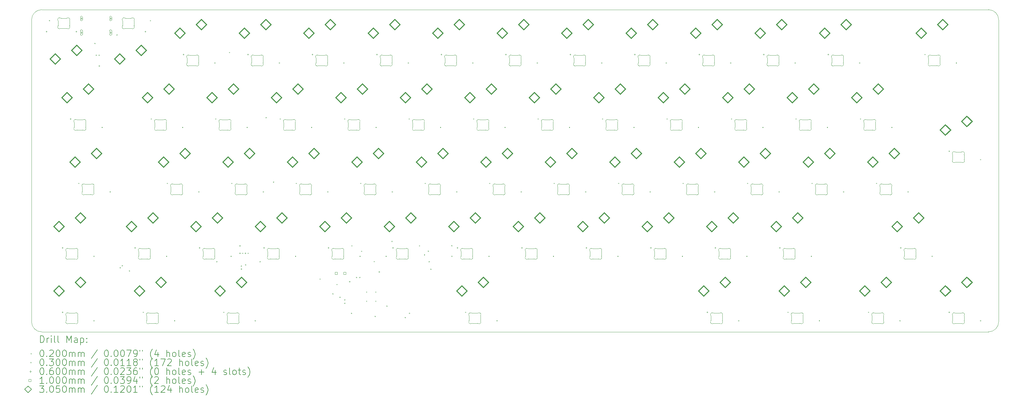
<source format=gbr>
%TF.GenerationSoftware,KiCad,Pcbnew,8.0.3*%
%TF.CreationDate,2024-10-13T01:02:06+08:00*%
%TF.ProjectId,PH60_Rev3,50483630-5f52-4657-9633-2e6b69636164,rev?*%
%TF.SameCoordinates,Original*%
%TF.FileFunction,Drillmap*%
%TF.FilePolarity,Positive*%
%FSLAX45Y45*%
G04 Gerber Fmt 4.5, Leading zero omitted, Abs format (unit mm)*
G04 Created by KiCad (PCBNEW 8.0.3) date 2024-10-13 01:02:06*
%MOMM*%
%LPD*%
G01*
G04 APERTURE LIST*
%ADD10C,0.050000*%
%ADD11C,0.100000*%
%ADD12C,0.200000*%
%ADD13C,0.305000*%
G04 APERTURE END LIST*
D10*
X2857500Y-3157500D02*
G75*
G02*
X3157500Y-2857500I300000J0D01*
G01*
X3157500Y-12382500D02*
G75*
G02*
X2857500Y-12082500I0J300000D01*
G01*
X3157500Y-12382500D02*
X31132500Y-12382500D01*
X31132500Y-2857500D02*
X3157500Y-2857500D01*
X31432500Y-12082500D02*
X31432500Y-3157500D01*
X2857500Y-3157500D02*
X2857500Y-12082500D01*
X31432500Y-12082500D02*
G75*
G02*
X31132500Y-12382500I-300000J0D01*
G01*
X31132500Y-2857500D02*
G75*
G02*
X31432500Y-3157500I0J-300000D01*
G01*
D11*
X14117500Y-6194716D02*
X14117500Y-6335284D01*
X14208055Y-6415000D02*
X14366945Y-6415000D01*
X14366945Y-6115000D02*
X14208055Y-6115000D01*
X14457500Y-6335284D02*
X14457500Y-6194716D01*
X14112552Y-6173028D02*
G75*
G02*
X14117501Y-6194716I-45102J-21702D01*
G01*
X14112552Y-6173028D02*
G75*
G02*
X14182829Y-6108170I45051J21688D01*
G01*
X14117500Y-6335284D02*
G75*
G02*
X14112551Y-6356972I-50035J8D01*
G01*
X14182829Y-6421830D02*
G75*
G02*
X14112552Y-6356972I-25226J43170D01*
G01*
X14182829Y-6421830D02*
G75*
G02*
X14208055Y-6415000I25226J-43171D01*
G01*
X14208055Y-6115000D02*
G75*
G02*
X14182829Y-6108170I0J50001D01*
G01*
X14366945Y-6415000D02*
G75*
G02*
X14392171Y-6421830I0J-50001D01*
G01*
X14392171Y-6108170D02*
G75*
G02*
X14366945Y-6115000I-25226J43171D01*
G01*
X14392171Y-6108170D02*
G75*
G02*
X14462448Y-6173028I25226J-43170D01*
G01*
X14457500Y-6194716D02*
G75*
G02*
X14462448Y-6173028I49999J0D01*
G01*
X14462448Y-6356972D02*
G75*
G02*
X14392171Y-6421830I-45052J-21688D01*
G01*
X14462448Y-6356972D02*
G75*
G02*
X14457500Y-6335284I45051J21688D01*
G01*
X15784375Y-11909716D02*
X15784375Y-12050284D01*
X15874930Y-12130000D02*
X16033820Y-12130000D01*
X16033820Y-11830000D02*
X15874930Y-11830000D01*
X16124375Y-12050284D02*
X16124375Y-11909716D01*
X15779427Y-11888028D02*
G75*
G02*
X15784376Y-11909716I-45102J-21702D01*
G01*
X15779427Y-11888028D02*
G75*
G02*
X15849704Y-11823170I45051J21688D01*
G01*
X15784375Y-12050284D02*
G75*
G02*
X15779426Y-12071972I-50035J8D01*
G01*
X15849704Y-12136830D02*
G75*
G02*
X15779427Y-12071972I-25226J43170D01*
G01*
X15849704Y-12136830D02*
G75*
G02*
X15874930Y-12130000I25226J-43171D01*
G01*
X15874930Y-11830000D02*
G75*
G02*
X15849704Y-11823170I0J50001D01*
G01*
X16033820Y-12130000D02*
G75*
G02*
X16059046Y-12136830I0J-50001D01*
G01*
X16059046Y-11823170D02*
G75*
G02*
X16033820Y-11830000I-25226J43171D01*
G01*
X16059046Y-11823170D02*
G75*
G02*
X16129323Y-11888028I25226J-43170D01*
G01*
X16124375Y-11909716D02*
G75*
G02*
X16129323Y-11888028I49999J0D01*
G01*
X16129323Y-12071972D02*
G75*
G02*
X16059046Y-12136830I-45052J-21688D01*
G01*
X16129323Y-12071972D02*
G75*
G02*
X16124375Y-12050284I45051J21688D01*
G01*
X29357500Y-4289716D02*
X29357500Y-4430284D01*
X29448055Y-4510000D02*
X29606945Y-4510000D01*
X29606945Y-4210000D02*
X29448055Y-4210000D01*
X29697500Y-4430284D02*
X29697500Y-4289716D01*
X29352552Y-4268028D02*
G75*
G02*
X29357501Y-4289716I-45102J-21702D01*
G01*
X29352552Y-4268028D02*
G75*
G02*
X29422829Y-4203170I45051J21688D01*
G01*
X29357500Y-4430284D02*
G75*
G02*
X29352551Y-4451972I-50035J8D01*
G01*
X29422829Y-4516830D02*
G75*
G02*
X29352552Y-4451972I-25226J43170D01*
G01*
X29422829Y-4516830D02*
G75*
G02*
X29448055Y-4510000I25226J-43171D01*
G01*
X29448055Y-4210000D02*
G75*
G02*
X29422829Y-4203170I0J50001D01*
G01*
X29606945Y-4510000D02*
G75*
G02*
X29632171Y-4516830I0J-50001D01*
G01*
X29632171Y-4203170D02*
G75*
G02*
X29606945Y-4210000I-25226J43171D01*
G01*
X29632171Y-4203170D02*
G75*
G02*
X29702448Y-4268028I25226J-43170D01*
G01*
X29697500Y-4289716D02*
G75*
G02*
X29702448Y-4268028I49999J0D01*
G01*
X29702448Y-4451972D02*
G75*
G02*
X29632171Y-4516830I-45052J-21688D01*
G01*
X29702448Y-4451972D02*
G75*
G02*
X29697500Y-4430284I45051J21688D01*
G01*
X3878125Y-11909716D02*
X3878125Y-12050284D01*
X3968680Y-12130000D02*
X4127570Y-12130000D01*
X4127570Y-11830000D02*
X3968680Y-11830000D01*
X4218125Y-12050284D02*
X4218125Y-11909716D01*
X3873177Y-11888028D02*
G75*
G02*
X3878126Y-11909716I-45102J-21702D01*
G01*
X3873177Y-11888028D02*
G75*
G02*
X3943454Y-11823170I45051J21688D01*
G01*
X3878125Y-12050284D02*
G75*
G02*
X3873176Y-12071972I-50035J8D01*
G01*
X3943454Y-12136830D02*
G75*
G02*
X3873177Y-12071972I-25226J43170D01*
G01*
X3943454Y-12136830D02*
G75*
G02*
X3968680Y-12130000I25226J-43171D01*
G01*
X3968680Y-11830000D02*
G75*
G02*
X3943454Y-11823170I0J50001D01*
G01*
X4127570Y-12130000D02*
G75*
G02*
X4152796Y-12136830I0J-50001D01*
G01*
X4152796Y-11823170D02*
G75*
G02*
X4127570Y-11830000I-25226J43171D01*
G01*
X4152796Y-11823170D02*
G75*
G02*
X4223073Y-11888028I25226J-43170D01*
G01*
X4218125Y-11909716D02*
G75*
G02*
X4223073Y-11888028I49999J0D01*
G01*
X4223073Y-12071972D02*
G75*
G02*
X4152796Y-12136830I-45052J-21688D01*
G01*
X4223073Y-12071972D02*
G75*
G02*
X4218125Y-12050284I45051J21688D01*
G01*
X8640625Y-11909716D02*
X8640625Y-12050284D01*
X8731180Y-12130000D02*
X8890070Y-12130000D01*
X8890070Y-11830000D02*
X8731180Y-11830000D01*
X8980625Y-12050284D02*
X8980625Y-11909716D01*
X8635677Y-11888028D02*
G75*
G02*
X8640626Y-11909716I-45102J-21702D01*
G01*
X8635677Y-11888028D02*
G75*
G02*
X8705954Y-11823170I45051J21688D01*
G01*
X8640625Y-12050284D02*
G75*
G02*
X8635677Y-12071972I-50035J8D01*
G01*
X8705954Y-12136830D02*
G75*
G02*
X8635677Y-12071972I-25226J43170D01*
G01*
X8705954Y-12136830D02*
G75*
G02*
X8731180Y-12130000I25226J-43171D01*
G01*
X8731180Y-11830000D02*
G75*
G02*
X8705954Y-11823170I0J50001D01*
G01*
X8890070Y-12130000D02*
G75*
G02*
X8915296Y-12136830I0J-50001D01*
G01*
X8915296Y-11823170D02*
G75*
G02*
X8890070Y-11830000I-25226J43171D01*
G01*
X8915296Y-11823170D02*
G75*
G02*
X8985573Y-11888028I25226J-43170D01*
G01*
X8980625Y-11909716D02*
G75*
G02*
X8985573Y-11888028I49999J0D01*
G01*
X8985573Y-12071972D02*
G75*
G02*
X8915296Y-12136830I-45052J-21688D01*
G01*
X8985573Y-12071972D02*
G75*
G02*
X8980625Y-12050284I45051J21688D01*
G01*
X22213750Y-8099716D02*
X22213750Y-8240284D01*
X22304305Y-8320000D02*
X22463195Y-8320000D01*
X22463195Y-8020000D02*
X22304305Y-8020000D01*
X22553750Y-8240284D02*
X22553750Y-8099716D01*
X22208802Y-8078028D02*
G75*
G02*
X22213751Y-8099716I-45102J-21702D01*
G01*
X22208802Y-8078028D02*
G75*
G02*
X22279079Y-8013170I45051J21688D01*
G01*
X22213750Y-8240284D02*
G75*
G02*
X22208802Y-8261972I-50035J8D01*
G01*
X22279079Y-8326830D02*
G75*
G02*
X22208802Y-8261972I-25226J43170D01*
G01*
X22279079Y-8326830D02*
G75*
G02*
X22304305Y-8320000I25226J-43171D01*
G01*
X22304305Y-8020000D02*
G75*
G02*
X22279079Y-8013170I0J50001D01*
G01*
X22463195Y-8320000D02*
G75*
G02*
X22488421Y-8326830I0J-50001D01*
G01*
X22488421Y-8013170D02*
G75*
G02*
X22463195Y-8020000I-25226J43171D01*
G01*
X22488421Y-8013170D02*
G75*
G02*
X22558698Y-8078028I25226J-43170D01*
G01*
X22553750Y-8099716D02*
G75*
G02*
X22558698Y-8078028I49999J0D01*
G01*
X22558698Y-8261972D02*
G75*
G02*
X22488421Y-8326830I-45052J-21688D01*
G01*
X22558698Y-8261972D02*
G75*
G02*
X22553750Y-8240284I45051J21688D01*
G01*
X20308750Y-8099716D02*
X20308750Y-8240284D01*
X20399305Y-8320000D02*
X20558195Y-8320000D01*
X20558195Y-8020000D02*
X20399305Y-8020000D01*
X20648750Y-8240284D02*
X20648750Y-8099716D01*
X20303802Y-8078028D02*
G75*
G02*
X20308751Y-8099716I-45102J-21702D01*
G01*
X20303802Y-8078028D02*
G75*
G02*
X20374079Y-8013170I45051J21688D01*
G01*
X20308750Y-8240284D02*
G75*
G02*
X20303802Y-8261972I-50035J8D01*
G01*
X20374079Y-8326830D02*
G75*
G02*
X20303802Y-8261972I-25226J43170D01*
G01*
X20374079Y-8326830D02*
G75*
G02*
X20399305Y-8320000I25226J-43171D01*
G01*
X20399305Y-8020000D02*
G75*
G02*
X20374079Y-8013170I0J50001D01*
G01*
X20558195Y-8320000D02*
G75*
G02*
X20583421Y-8326830I0J-50001D01*
G01*
X20583421Y-8013170D02*
G75*
G02*
X20558195Y-8020000I-25226J43171D01*
G01*
X20583421Y-8013170D02*
G75*
G02*
X20653698Y-8078028I25226J-43170D01*
G01*
X20648750Y-8099716D02*
G75*
G02*
X20653698Y-8078028I49999J0D01*
G01*
X20653698Y-8261972D02*
G75*
G02*
X20583421Y-8326830I-45052J-21688D01*
G01*
X20653698Y-8261972D02*
G75*
G02*
X20648750Y-8240284I45051J21688D01*
G01*
X23166250Y-10004716D02*
X23166250Y-10145284D01*
X23256805Y-10225000D02*
X23415695Y-10225000D01*
X23415695Y-9925000D02*
X23256805Y-9925000D01*
X23506250Y-10145284D02*
X23506250Y-10004716D01*
X23161302Y-9983028D02*
G75*
G02*
X23166251Y-10004716I-45102J-21702D01*
G01*
X23161302Y-9983028D02*
G75*
G02*
X23231579Y-9918170I45051J21688D01*
G01*
X23166250Y-10145284D02*
G75*
G02*
X23161301Y-10166972I-50035J8D01*
G01*
X23231579Y-10231830D02*
G75*
G02*
X23161302Y-10166972I-25226J43170D01*
G01*
X23231579Y-10231830D02*
G75*
G02*
X23256805Y-10225000I25226J-43171D01*
G01*
X23256805Y-9925000D02*
G75*
G02*
X23231579Y-9918170I0J50001D01*
G01*
X23415695Y-10225000D02*
G75*
G02*
X23440921Y-10231830I0J-50001D01*
G01*
X23440921Y-9918170D02*
G75*
G02*
X23415695Y-9925000I-25226J43171D01*
G01*
X23440921Y-9918170D02*
G75*
G02*
X23511198Y-9983028I25226J-43170D01*
G01*
X23506250Y-10004716D02*
G75*
G02*
X23511198Y-9983028I49999J0D01*
G01*
X23511198Y-10166972D02*
G75*
G02*
X23440921Y-10231830I-45052J-21688D01*
G01*
X23511198Y-10166972D02*
G75*
G02*
X23506250Y-10145284I45051J21688D01*
G01*
X7450000Y-4289716D02*
X7450000Y-4430284D01*
X7540555Y-4510000D02*
X7699445Y-4510000D01*
X7699445Y-4210000D02*
X7540555Y-4210000D01*
X7790000Y-4430284D02*
X7790000Y-4289716D01*
X7445052Y-4268028D02*
G75*
G02*
X7450001Y-4289716I-45102J-21702D01*
G01*
X7445052Y-4268028D02*
G75*
G02*
X7515329Y-4203170I45051J21688D01*
G01*
X7450000Y-4430284D02*
G75*
G02*
X7445051Y-4451972I-50035J8D01*
G01*
X7515329Y-4516830D02*
G75*
G02*
X7445052Y-4451972I-25226J43170D01*
G01*
X7515329Y-4516830D02*
G75*
G02*
X7540555Y-4510000I25226J-43171D01*
G01*
X7540555Y-4210000D02*
G75*
G02*
X7515329Y-4203170I0J50001D01*
G01*
X7699445Y-4510000D02*
G75*
G02*
X7724671Y-4516830I0J-50001D01*
G01*
X7724671Y-4203170D02*
G75*
G02*
X7699445Y-4210000I-25226J43171D01*
G01*
X7724671Y-4203170D02*
G75*
G02*
X7794948Y-4268028I25226J-43170D01*
G01*
X7790000Y-4289716D02*
G75*
G02*
X7794948Y-4268028I49999J0D01*
G01*
X7794948Y-4451972D02*
G75*
G02*
X7724671Y-4516830I-45052J-21688D01*
G01*
X7794948Y-4451972D02*
G75*
G02*
X7790000Y-4430284I45051J21688D01*
G01*
X25309375Y-11909716D02*
X25309375Y-12050284D01*
X25399930Y-12130000D02*
X25558820Y-12130000D01*
X25558820Y-11830000D02*
X25399930Y-11830000D01*
X25649375Y-12050284D02*
X25649375Y-11909716D01*
X25304427Y-11888028D02*
G75*
G02*
X25309376Y-11909716I-45102J-21702D01*
G01*
X25304427Y-11888028D02*
G75*
G02*
X25374704Y-11823170I45051J21688D01*
G01*
X25309375Y-12050284D02*
G75*
G02*
X25304426Y-12071972I-50035J8D01*
G01*
X25374704Y-12136830D02*
G75*
G02*
X25304427Y-12071972I-25226J43170D01*
G01*
X25374704Y-12136830D02*
G75*
G02*
X25399930Y-12130000I25226J-43171D01*
G01*
X25399930Y-11830000D02*
G75*
G02*
X25374704Y-11823170I0J50001D01*
G01*
X25558820Y-12130000D02*
G75*
G02*
X25584046Y-12136830I0J-50001D01*
G01*
X25584046Y-11823170D02*
G75*
G02*
X25558820Y-11830000I-25226J43171D01*
G01*
X25584046Y-11823170D02*
G75*
G02*
X25654323Y-11888028I25226J-43170D01*
G01*
X25649375Y-11909716D02*
G75*
G02*
X25654323Y-11888028I49999J0D01*
G01*
X25654323Y-12071972D02*
G75*
G02*
X25584046Y-12136830I-45052J-21688D01*
G01*
X25654323Y-12071972D02*
G75*
G02*
X25649375Y-12050284I45051J21688D01*
G01*
X11260000Y-4289716D02*
X11260000Y-4430284D01*
X11350555Y-4510000D02*
X11509445Y-4510000D01*
X11509445Y-4210000D02*
X11350555Y-4210000D01*
X11600000Y-4430284D02*
X11600000Y-4289716D01*
X11255052Y-4268028D02*
G75*
G02*
X11260001Y-4289716I-45102J-21702D01*
G01*
X11255052Y-4268028D02*
G75*
G02*
X11325329Y-4203170I45051J21688D01*
G01*
X11260000Y-4430284D02*
G75*
G02*
X11255051Y-4451972I-50035J8D01*
G01*
X11325329Y-4516830D02*
G75*
G02*
X11255052Y-4451972I-25226J43170D01*
G01*
X11325329Y-4516830D02*
G75*
G02*
X11350555Y-4510000I25226J-43171D01*
G01*
X11350555Y-4210000D02*
G75*
G02*
X11325329Y-4203170I0J50001D01*
G01*
X11509445Y-4510000D02*
G75*
G02*
X11534671Y-4516830I0J-50001D01*
G01*
X11534671Y-4203170D02*
G75*
G02*
X11509445Y-4210000I-25226J43171D01*
G01*
X11534671Y-4203170D02*
G75*
G02*
X11604948Y-4268028I25226J-43170D01*
G01*
X11600000Y-4289716D02*
G75*
G02*
X11604948Y-4268028I49999J0D01*
G01*
X11604948Y-4451972D02*
G75*
G02*
X11534671Y-4516830I-45052J-21688D01*
G01*
X11604948Y-4451972D02*
G75*
G02*
X11600000Y-4430284I45051J21688D01*
G01*
X6497500Y-6194716D02*
X6497500Y-6335284D01*
X6588055Y-6415000D02*
X6746945Y-6415000D01*
X6746945Y-6115000D02*
X6588055Y-6115000D01*
X6837500Y-6335284D02*
X6837500Y-6194716D01*
X6492552Y-6173028D02*
G75*
G02*
X6497501Y-6194716I-45102J-21702D01*
G01*
X6492552Y-6173028D02*
G75*
G02*
X6562829Y-6108170I45051J21688D01*
G01*
X6497500Y-6335284D02*
G75*
G02*
X6492551Y-6356972I-50035J8D01*
G01*
X6562829Y-6421830D02*
G75*
G02*
X6492552Y-6356972I-25226J43170D01*
G01*
X6562829Y-6421830D02*
G75*
G02*
X6588055Y-6415000I25226J-43171D01*
G01*
X6588055Y-6115000D02*
G75*
G02*
X6562829Y-6108170I0J50001D01*
G01*
X6746945Y-6415000D02*
G75*
G02*
X6772171Y-6421830I0J-50001D01*
G01*
X6772171Y-6108170D02*
G75*
G02*
X6746945Y-6115000I-25226J43171D01*
G01*
X6772171Y-6108170D02*
G75*
G02*
X6842448Y-6173028I25226J-43170D01*
G01*
X6837500Y-6194716D02*
G75*
G02*
X6842448Y-6173028I49999J0D01*
G01*
X6842448Y-6356972D02*
G75*
G02*
X6772171Y-6421830I-45052J-21688D01*
G01*
X6842448Y-6356972D02*
G75*
G02*
X6837500Y-6335284I45051J21688D01*
G01*
X21737500Y-6194716D02*
X21737500Y-6335284D01*
X21828055Y-6415000D02*
X21986945Y-6415000D01*
X21986945Y-6115000D02*
X21828055Y-6115000D01*
X22077500Y-6335284D02*
X22077500Y-6194716D01*
X21732552Y-6173028D02*
G75*
G02*
X21737501Y-6194716I-45102J-21702D01*
G01*
X21732552Y-6173028D02*
G75*
G02*
X21802829Y-6108170I45051J21688D01*
G01*
X21737500Y-6335284D02*
G75*
G02*
X21732552Y-6356972I-50035J8D01*
G01*
X21802829Y-6421830D02*
G75*
G02*
X21732552Y-6356972I-25226J43170D01*
G01*
X21802829Y-6421830D02*
G75*
G02*
X21828055Y-6415000I25226J-43171D01*
G01*
X21828055Y-6115000D02*
G75*
G02*
X21802829Y-6108170I0J50001D01*
G01*
X21986945Y-6415000D02*
G75*
G02*
X22012171Y-6421830I0J-50001D01*
G01*
X22012171Y-6108170D02*
G75*
G02*
X21986945Y-6115000I-25226J43171D01*
G01*
X22012171Y-6108170D02*
G75*
G02*
X22082448Y-6173028I25226J-43170D01*
G01*
X22077500Y-6194716D02*
G75*
G02*
X22082448Y-6173028I49999J0D01*
G01*
X22082448Y-6356972D02*
G75*
G02*
X22012171Y-6421830I-45052J-21688D01*
G01*
X22082448Y-6356972D02*
G75*
G02*
X22077500Y-6335284I45051J21688D01*
G01*
X10307500Y-6194716D02*
X10307500Y-6335284D01*
X10398055Y-6415000D02*
X10556945Y-6415000D01*
X10556945Y-6115000D02*
X10398055Y-6115000D01*
X10647500Y-6335284D02*
X10647500Y-6194716D01*
X10302552Y-6173028D02*
G75*
G02*
X10307501Y-6194716I-45102J-21702D01*
G01*
X10302552Y-6173028D02*
G75*
G02*
X10372829Y-6108170I45051J21688D01*
G01*
X10307500Y-6335284D02*
G75*
G02*
X10302552Y-6356972I-50035J8D01*
G01*
X10372829Y-6421830D02*
G75*
G02*
X10302552Y-6356972I-25226J43170D01*
G01*
X10372829Y-6421830D02*
G75*
G02*
X10398055Y-6415000I25226J-43171D01*
G01*
X10398055Y-6115000D02*
G75*
G02*
X10372829Y-6108170I0J50001D01*
G01*
X10556945Y-6415000D02*
G75*
G02*
X10582171Y-6421830I0J-50001D01*
G01*
X10582171Y-6108170D02*
G75*
G02*
X10556945Y-6115000I-25226J43171D01*
G01*
X10582171Y-6108170D02*
G75*
G02*
X10652448Y-6173028I25226J-43170D01*
G01*
X10647500Y-6194716D02*
G75*
G02*
X10652448Y-6173028I49999J0D01*
G01*
X10652448Y-6356972D02*
G75*
G02*
X10582171Y-6421830I-45052J-21688D01*
G01*
X10652448Y-6356972D02*
G75*
G02*
X10647500Y-6335284I45051J21688D01*
G01*
X27452500Y-6194716D02*
X27452500Y-6335284D01*
X27543055Y-6415000D02*
X27701945Y-6415000D01*
X27701945Y-6115000D02*
X27543055Y-6115000D01*
X27792500Y-6335284D02*
X27792500Y-6194716D01*
X27447552Y-6173028D02*
G75*
G02*
X27452501Y-6194716I-45102J-21702D01*
G01*
X27447552Y-6173028D02*
G75*
G02*
X27517829Y-6108170I45051J21688D01*
G01*
X27452500Y-6335284D02*
G75*
G02*
X27447551Y-6356972I-50035J8D01*
G01*
X27517829Y-6421830D02*
G75*
G02*
X27447552Y-6356972I-25226J43170D01*
G01*
X27517829Y-6421830D02*
G75*
G02*
X27543055Y-6415000I25226J-43171D01*
G01*
X27543055Y-6115000D02*
G75*
G02*
X27517829Y-6108170I0J50001D01*
G01*
X27701945Y-6415000D02*
G75*
G02*
X27727171Y-6421830I0J-50001D01*
G01*
X27727171Y-6108170D02*
G75*
G02*
X27701945Y-6115000I-25226J43171D01*
G01*
X27727171Y-6108170D02*
G75*
G02*
X27797448Y-6173028I25226J-43170D01*
G01*
X27792500Y-6194716D02*
G75*
G02*
X27797448Y-6173028I49999J0D01*
G01*
X27797448Y-6356972D02*
G75*
G02*
X27727171Y-6421830I-45052J-21688D01*
G01*
X27797448Y-6356972D02*
G75*
G02*
X27792500Y-6335284I45051J21688D01*
G01*
X14593750Y-8099716D02*
X14593750Y-8240284D01*
X14684305Y-8320000D02*
X14843195Y-8320000D01*
X14843195Y-8020000D02*
X14684305Y-8020000D01*
X14933750Y-8240284D02*
X14933750Y-8099716D01*
X14588802Y-8078028D02*
G75*
G02*
X14593751Y-8099716I-45102J-21702D01*
G01*
X14588802Y-8078028D02*
G75*
G02*
X14659079Y-8013170I45051J21688D01*
G01*
X14593750Y-8240284D02*
G75*
G02*
X14588801Y-8261972I-50035J8D01*
G01*
X14659079Y-8326830D02*
G75*
G02*
X14588802Y-8261972I-25226J43170D01*
G01*
X14659079Y-8326830D02*
G75*
G02*
X14684305Y-8320000I25226J-43171D01*
G01*
X14684305Y-8020000D02*
G75*
G02*
X14659079Y-8013170I0J50001D01*
G01*
X14843195Y-8320000D02*
G75*
G02*
X14868421Y-8326830I0J-50001D01*
G01*
X14868421Y-8013170D02*
G75*
G02*
X14843195Y-8020000I-25226J43171D01*
G01*
X14868421Y-8013170D02*
G75*
G02*
X14938698Y-8078028I25226J-43170D01*
G01*
X14933750Y-8099716D02*
G75*
G02*
X14938698Y-8078028I49999J0D01*
G01*
X14938698Y-8261972D02*
G75*
G02*
X14868421Y-8326830I-45052J-21688D01*
G01*
X14938698Y-8261972D02*
G75*
G02*
X14933750Y-8240284I45051J21688D01*
G01*
X13641250Y-10004716D02*
X13641250Y-10145284D01*
X13731805Y-10225000D02*
X13890695Y-10225000D01*
X13890695Y-9925000D02*
X13731805Y-9925000D01*
X13981250Y-10145284D02*
X13981250Y-10004716D01*
X13636302Y-9983028D02*
G75*
G02*
X13641251Y-10004716I-45102J-21702D01*
G01*
X13636302Y-9983028D02*
G75*
G02*
X13706579Y-9918170I45051J21688D01*
G01*
X13641250Y-10145284D02*
G75*
G02*
X13636301Y-10166972I-50035J8D01*
G01*
X13706579Y-10231830D02*
G75*
G02*
X13636302Y-10166972I-25226J43170D01*
G01*
X13706579Y-10231830D02*
G75*
G02*
X13731805Y-10225000I25226J-43171D01*
G01*
X13731805Y-9925000D02*
G75*
G02*
X13706579Y-9918170I0J50001D01*
G01*
X13890695Y-10225000D02*
G75*
G02*
X13915921Y-10231830I0J-50001D01*
G01*
X13915921Y-9918170D02*
G75*
G02*
X13890695Y-9925000I-25226J43171D01*
G01*
X13915921Y-9918170D02*
G75*
G02*
X13986198Y-9983028I25226J-43170D01*
G01*
X13981250Y-10004716D02*
G75*
G02*
X13986198Y-9983028I49999J0D01*
G01*
X13986198Y-10166972D02*
G75*
G02*
X13915921Y-10231830I-45052J-21688D01*
G01*
X13986198Y-10166972D02*
G75*
G02*
X13981250Y-10145284I45051J21688D01*
G01*
X4354375Y-8099716D02*
X4354375Y-8240284D01*
X4444930Y-8320000D02*
X4603820Y-8320000D01*
X4603820Y-8020000D02*
X4444930Y-8020000D01*
X4694375Y-8240284D02*
X4694375Y-8099716D01*
X4349427Y-8078028D02*
G75*
G02*
X4354376Y-8099716I-45102J-21702D01*
G01*
X4349427Y-8078028D02*
G75*
G02*
X4419704Y-8013170I45051J21688D01*
G01*
X4354375Y-8240284D02*
G75*
G02*
X4349427Y-8261972I-50035J8D01*
G01*
X4419704Y-8326830D02*
G75*
G02*
X4349427Y-8261972I-25226J43170D01*
G01*
X4419704Y-8326830D02*
G75*
G02*
X4444930Y-8320000I25226J-43171D01*
G01*
X4444930Y-8020000D02*
G75*
G02*
X4419704Y-8013170I0J50001D01*
G01*
X4603820Y-8320000D02*
G75*
G02*
X4629046Y-8326830I0J-50001D01*
G01*
X4629046Y-8013170D02*
G75*
G02*
X4603820Y-8020000I-25226J43171D01*
G01*
X4629046Y-8013170D02*
G75*
G02*
X4699323Y-8078028I25226J-43170D01*
G01*
X4694375Y-8099716D02*
G75*
G02*
X4699323Y-8078028I49999J0D01*
G01*
X4699323Y-8261972D02*
G75*
G02*
X4629046Y-8326830I-45052J-21688D01*
G01*
X4699323Y-8261972D02*
G75*
G02*
X4694375Y-8240284I45051J21688D01*
G01*
X15070000Y-4289716D02*
X15070000Y-4430284D01*
X15160555Y-4510000D02*
X15319445Y-4510000D01*
X15319445Y-4210000D02*
X15160555Y-4210000D01*
X15410000Y-4430284D02*
X15410000Y-4289716D01*
X15065052Y-4268028D02*
G75*
G02*
X15070001Y-4289716I-45102J-21702D01*
G01*
X15065052Y-4268028D02*
G75*
G02*
X15135329Y-4203170I45051J21688D01*
G01*
X15070000Y-4430284D02*
G75*
G02*
X15065051Y-4451972I-50035J8D01*
G01*
X15135329Y-4516830D02*
G75*
G02*
X15065052Y-4451972I-25226J43170D01*
G01*
X15135329Y-4516830D02*
G75*
G02*
X15160555Y-4510000I25226J-43171D01*
G01*
X15160555Y-4210000D02*
G75*
G02*
X15135329Y-4203170I0J50001D01*
G01*
X15319445Y-4510000D02*
G75*
G02*
X15344671Y-4516830I0J-50001D01*
G01*
X15344671Y-4203170D02*
G75*
G02*
X15319445Y-4210000I-25226J43171D01*
G01*
X15344671Y-4203170D02*
G75*
G02*
X15414948Y-4268028I25226J-43170D01*
G01*
X15410000Y-4289716D02*
G75*
G02*
X15414948Y-4268028I49999J0D01*
G01*
X15414948Y-4451972D02*
G75*
G02*
X15344671Y-4516830I-45052J-21688D01*
G01*
X15414948Y-4451972D02*
G75*
G02*
X15410000Y-4430284I45051J21688D01*
G01*
X15546250Y-10004716D02*
X15546250Y-10145284D01*
X15636805Y-10225000D02*
X15795695Y-10225000D01*
X15795695Y-9925000D02*
X15636805Y-9925000D01*
X15886250Y-10145284D02*
X15886250Y-10004716D01*
X15541302Y-9983028D02*
G75*
G02*
X15546251Y-10004716I-45102J-21702D01*
G01*
X15541302Y-9983028D02*
G75*
G02*
X15611579Y-9918170I45051J21688D01*
G01*
X15546250Y-10145284D02*
G75*
G02*
X15541301Y-10166972I-50035J8D01*
G01*
X15611579Y-10231830D02*
G75*
G02*
X15541302Y-10166972I-25226J43170D01*
G01*
X15611579Y-10231830D02*
G75*
G02*
X15636805Y-10225000I25226J-43171D01*
G01*
X15636805Y-9925000D02*
G75*
G02*
X15611579Y-9918170I0J50001D01*
G01*
X15795695Y-10225000D02*
G75*
G02*
X15820921Y-10231830I0J-50001D01*
G01*
X15820921Y-9918170D02*
G75*
G02*
X15795695Y-9925000I-25226J43171D01*
G01*
X15820921Y-9918170D02*
G75*
G02*
X15891198Y-9983028I25226J-43170D01*
G01*
X15886250Y-10004716D02*
G75*
G02*
X15891198Y-9983028I49999J0D01*
G01*
X15891198Y-10166972D02*
G75*
G02*
X15820921Y-10231830I-45052J-21688D01*
G01*
X15891198Y-10166972D02*
G75*
G02*
X15886250Y-10145284I45051J21688D01*
G01*
X9355000Y-4289716D02*
X9355000Y-4430284D01*
X9445555Y-4510000D02*
X9604445Y-4510000D01*
X9604445Y-4210000D02*
X9445555Y-4210000D01*
X9695000Y-4430284D02*
X9695000Y-4289716D01*
X9350052Y-4268028D02*
G75*
G02*
X9355001Y-4289716I-45102J-21702D01*
G01*
X9350052Y-4268028D02*
G75*
G02*
X9420329Y-4203170I45051J21688D01*
G01*
X9355000Y-4430284D02*
G75*
G02*
X9350052Y-4451972I-50035J8D01*
G01*
X9420329Y-4516830D02*
G75*
G02*
X9350052Y-4451972I-25226J43170D01*
G01*
X9420329Y-4516830D02*
G75*
G02*
X9445555Y-4510000I25226J-43171D01*
G01*
X9445555Y-4210000D02*
G75*
G02*
X9420329Y-4203170I0J50001D01*
G01*
X9604445Y-4510000D02*
G75*
G02*
X9629671Y-4516830I0J-50001D01*
G01*
X9629671Y-4203170D02*
G75*
G02*
X9604445Y-4210000I-25226J43171D01*
G01*
X9629671Y-4203170D02*
G75*
G02*
X9699948Y-4268028I25226J-43170D01*
G01*
X9695000Y-4289716D02*
G75*
G02*
X9699948Y-4268028I49999J0D01*
G01*
X9699948Y-4451972D02*
G75*
G02*
X9629671Y-4516830I-45052J-21688D01*
G01*
X9699948Y-4451972D02*
G75*
G02*
X9695000Y-4430284I45051J21688D01*
G01*
X8402500Y-6194716D02*
X8402500Y-6335284D01*
X8493055Y-6415000D02*
X8651945Y-6415000D01*
X8651945Y-6115000D02*
X8493055Y-6115000D01*
X8742500Y-6335284D02*
X8742500Y-6194716D01*
X8397552Y-6173028D02*
G75*
G02*
X8402501Y-6194716I-45102J-21702D01*
G01*
X8397552Y-6173028D02*
G75*
G02*
X8467829Y-6108170I45051J21688D01*
G01*
X8402500Y-6335284D02*
G75*
G02*
X8397552Y-6356972I-50035J8D01*
G01*
X8467829Y-6421830D02*
G75*
G02*
X8397552Y-6356972I-25226J43170D01*
G01*
X8467829Y-6421830D02*
G75*
G02*
X8493055Y-6415000I25226J-43171D01*
G01*
X8493055Y-6115000D02*
G75*
G02*
X8467829Y-6108170I0J50001D01*
G01*
X8651945Y-6415000D02*
G75*
G02*
X8677171Y-6421830I0J-50001D01*
G01*
X8677171Y-6108170D02*
G75*
G02*
X8651945Y-6115000I-25226J43171D01*
G01*
X8677171Y-6108170D02*
G75*
G02*
X8747448Y-6173028I25226J-43170D01*
G01*
X8742500Y-6194716D02*
G75*
G02*
X8747448Y-6173028I49999J0D01*
G01*
X8747448Y-6356972D02*
G75*
G02*
X8677171Y-6421830I-45052J-21688D01*
G01*
X8747448Y-6356972D02*
G75*
G02*
X8742500Y-6335284I45051J21688D01*
G01*
X18880000Y-4289716D02*
X18880000Y-4430284D01*
X18970555Y-4510000D02*
X19129445Y-4510000D01*
X19129445Y-4210000D02*
X18970555Y-4210000D01*
X19220000Y-4430284D02*
X19220000Y-4289716D01*
X18875052Y-4268028D02*
G75*
G02*
X18880001Y-4289716I-45102J-21702D01*
G01*
X18875052Y-4268028D02*
G75*
G02*
X18945329Y-4203170I45051J21688D01*
G01*
X18880000Y-4430284D02*
G75*
G02*
X18875052Y-4451972I-50035J8D01*
G01*
X18945329Y-4516830D02*
G75*
G02*
X18875052Y-4451972I-25226J43170D01*
G01*
X18945329Y-4516830D02*
G75*
G02*
X18970555Y-4510000I25226J-43171D01*
G01*
X18970555Y-4210000D02*
G75*
G02*
X18945329Y-4203170I0J50001D01*
G01*
X19129445Y-4510000D02*
G75*
G02*
X19154671Y-4516830I0J-50001D01*
G01*
X19154671Y-4203170D02*
G75*
G02*
X19129445Y-4210000I-25226J43171D01*
G01*
X19154671Y-4203170D02*
G75*
G02*
X19224948Y-4268028I25226J-43170D01*
G01*
X19220000Y-4289716D02*
G75*
G02*
X19224948Y-4268028I49999J0D01*
G01*
X19224948Y-4451972D02*
G75*
G02*
X19154671Y-4516830I-45052J-21688D01*
G01*
X19224948Y-4451972D02*
G75*
G02*
X19220000Y-4430284I45051J21688D01*
G01*
X22928125Y-11909716D02*
X22928125Y-12050284D01*
X23018680Y-12130000D02*
X23177570Y-12130000D01*
X23177570Y-11830000D02*
X23018680Y-11830000D01*
X23268125Y-12050284D02*
X23268125Y-11909716D01*
X22923177Y-11888028D02*
G75*
G02*
X22928126Y-11909716I-45102J-21702D01*
G01*
X22923177Y-11888028D02*
G75*
G02*
X22993454Y-11823170I45051J21688D01*
G01*
X22928125Y-12050284D02*
G75*
G02*
X22923176Y-12071972I-50035J8D01*
G01*
X22993454Y-12136830D02*
G75*
G02*
X22923177Y-12071972I-25226J43170D01*
G01*
X22993454Y-12136830D02*
G75*
G02*
X23018680Y-12130000I25226J-43171D01*
G01*
X23018680Y-11830000D02*
G75*
G02*
X22993454Y-11823170I0J50001D01*
G01*
X23177570Y-12130000D02*
G75*
G02*
X23202796Y-12136830I0J-50001D01*
G01*
X23202796Y-11823170D02*
G75*
G02*
X23177570Y-11830000I-25226J43171D01*
G01*
X23202796Y-11823170D02*
G75*
G02*
X23273073Y-11888028I25226J-43170D01*
G01*
X23268125Y-11909716D02*
G75*
G02*
X23273073Y-11888028I49999J0D01*
G01*
X23273073Y-12071972D02*
G75*
G02*
X23202796Y-12136830I-45052J-21688D01*
G01*
X23273073Y-12071972D02*
G75*
G02*
X23268125Y-12050284I45051J21688D01*
G01*
X16498750Y-8099716D02*
X16498750Y-8240284D01*
X16589305Y-8320000D02*
X16748195Y-8320000D01*
X16748195Y-8020000D02*
X16589305Y-8020000D01*
X16838750Y-8240284D02*
X16838750Y-8099716D01*
X16493802Y-8078028D02*
G75*
G02*
X16498751Y-8099716I-45102J-21702D01*
G01*
X16493802Y-8078028D02*
G75*
G02*
X16564079Y-8013170I45051J21688D01*
G01*
X16498750Y-8240284D02*
G75*
G02*
X16493801Y-8261972I-50035J8D01*
G01*
X16564079Y-8326830D02*
G75*
G02*
X16493802Y-8261972I-25226J43170D01*
G01*
X16564079Y-8326830D02*
G75*
G02*
X16589305Y-8320000I25226J-43171D01*
G01*
X16589305Y-8020000D02*
G75*
G02*
X16564079Y-8013170I0J50001D01*
G01*
X16748195Y-8320000D02*
G75*
G02*
X16773421Y-8326830I0J-50001D01*
G01*
X16773421Y-8013170D02*
G75*
G02*
X16748195Y-8020000I-25226J43171D01*
G01*
X16773421Y-8013170D02*
G75*
G02*
X16843698Y-8078028I25226J-43170D01*
G01*
X16838750Y-8099716D02*
G75*
G02*
X16843698Y-8078028I49999J0D01*
G01*
X16843698Y-8261972D02*
G75*
G02*
X16773421Y-8326830I-45052J-21688D01*
G01*
X16843698Y-8261972D02*
G75*
G02*
X16838750Y-8240284I45051J21688D01*
G01*
X11736250Y-10004716D02*
X11736250Y-10145284D01*
X11826805Y-10225000D02*
X11985695Y-10225000D01*
X11985695Y-9925000D02*
X11826805Y-9925000D01*
X12076250Y-10145284D02*
X12076250Y-10004716D01*
X11731302Y-9983028D02*
G75*
G02*
X11736251Y-10004716I-45102J-21702D01*
G01*
X11731302Y-9983028D02*
G75*
G02*
X11801579Y-9918170I45051J21688D01*
G01*
X11736250Y-10145284D02*
G75*
G02*
X11731301Y-10166972I-50035J8D01*
G01*
X11801579Y-10231830D02*
G75*
G02*
X11731302Y-10166972I-25226J43170D01*
G01*
X11801579Y-10231830D02*
G75*
G02*
X11826805Y-10225000I25226J-43171D01*
G01*
X11826805Y-9925000D02*
G75*
G02*
X11801579Y-9918170I0J50001D01*
G01*
X11985695Y-10225000D02*
G75*
G02*
X12010921Y-10231830I0J-50001D01*
G01*
X12010921Y-9918170D02*
G75*
G02*
X11985695Y-9925000I-25226J43171D01*
G01*
X12010921Y-9918170D02*
G75*
G02*
X12081198Y-9983028I25226J-43170D01*
G01*
X12076250Y-10004716D02*
G75*
G02*
X12081198Y-9983028I49999J0D01*
G01*
X12081198Y-10166972D02*
G75*
G02*
X12010921Y-10231830I-45052J-21688D01*
G01*
X12081198Y-10166972D02*
G75*
G02*
X12076250Y-10145284I45051J21688D01*
G01*
X7926250Y-10004716D02*
X7926250Y-10145284D01*
X8016805Y-10225000D02*
X8175695Y-10225000D01*
X8175695Y-9925000D02*
X8016805Y-9925000D01*
X8266250Y-10145284D02*
X8266250Y-10004716D01*
X7921302Y-9983028D02*
G75*
G02*
X7926251Y-10004716I-45102J-21702D01*
G01*
X7921302Y-9983028D02*
G75*
G02*
X7991579Y-9918170I45051J21688D01*
G01*
X7926250Y-10145284D02*
G75*
G02*
X7921301Y-10166972I-50035J8D01*
G01*
X7991579Y-10231830D02*
G75*
G02*
X7921302Y-10166972I-25226J43170D01*
G01*
X7991579Y-10231830D02*
G75*
G02*
X8016805Y-10225000I25226J-43171D01*
G01*
X8016805Y-9925000D02*
G75*
G02*
X7991579Y-9918170I0J50001D01*
G01*
X8175695Y-10225000D02*
G75*
G02*
X8200921Y-10231830I0J-50001D01*
G01*
X8200921Y-9918170D02*
G75*
G02*
X8175695Y-9925000I-25226J43171D01*
G01*
X8200921Y-9918170D02*
G75*
G02*
X8271198Y-9983028I25226J-43170D01*
G01*
X8266250Y-10004716D02*
G75*
G02*
X8271198Y-9983028I49999J0D01*
G01*
X8271198Y-10166972D02*
G75*
G02*
X8200921Y-10231830I-45052J-21688D01*
G01*
X8271198Y-10166972D02*
G75*
G02*
X8266250Y-10145284I45051J21688D01*
G01*
X19832500Y-6194716D02*
X19832500Y-6335284D01*
X19923055Y-6415000D02*
X20081945Y-6415000D01*
X20081945Y-6115000D02*
X19923055Y-6115000D01*
X20172500Y-6335284D02*
X20172500Y-6194716D01*
X19827552Y-6173028D02*
G75*
G02*
X19832501Y-6194716I-45102J-21702D01*
G01*
X19827552Y-6173028D02*
G75*
G02*
X19897829Y-6108170I45051J21688D01*
G01*
X19832500Y-6335284D02*
G75*
G02*
X19827552Y-6356972I-50035J8D01*
G01*
X19897829Y-6421830D02*
G75*
G02*
X19827552Y-6356972I-25226J43170D01*
G01*
X19897829Y-6421830D02*
G75*
G02*
X19923055Y-6415000I25226J-43171D01*
G01*
X19923055Y-6115000D02*
G75*
G02*
X19897829Y-6108170I0J50001D01*
G01*
X20081945Y-6415000D02*
G75*
G02*
X20107171Y-6421830I0J-50001D01*
G01*
X20107171Y-6108170D02*
G75*
G02*
X20081945Y-6115000I-25226J43171D01*
G01*
X20107171Y-6108170D02*
G75*
G02*
X20177448Y-6173028I25226J-43170D01*
G01*
X20172500Y-6194716D02*
G75*
G02*
X20177448Y-6173028I49999J0D01*
G01*
X20177448Y-6356972D02*
G75*
G02*
X20107171Y-6421830I-45052J-21688D01*
G01*
X20177448Y-6356972D02*
G75*
G02*
X20172500Y-6335284I45051J21688D01*
G01*
X19356250Y-10004716D02*
X19356250Y-10145284D01*
X19446805Y-10225000D02*
X19605695Y-10225000D01*
X19605695Y-9925000D02*
X19446805Y-9925000D01*
X19696250Y-10145284D02*
X19696250Y-10004716D01*
X19351302Y-9983028D02*
G75*
G02*
X19356251Y-10004716I-45102J-21702D01*
G01*
X19351302Y-9983028D02*
G75*
G02*
X19421579Y-9918170I45051J21688D01*
G01*
X19356250Y-10145284D02*
G75*
G02*
X19351302Y-10166972I-50035J8D01*
G01*
X19421579Y-10231830D02*
G75*
G02*
X19351302Y-10166972I-25226J43170D01*
G01*
X19421579Y-10231830D02*
G75*
G02*
X19446805Y-10225000I25226J-43171D01*
G01*
X19446805Y-9925000D02*
G75*
G02*
X19421579Y-9918170I0J50001D01*
G01*
X19605695Y-10225000D02*
G75*
G02*
X19630921Y-10231830I0J-50001D01*
G01*
X19630921Y-9918170D02*
G75*
G02*
X19605695Y-9925000I-25226J43171D01*
G01*
X19630921Y-9918170D02*
G75*
G02*
X19701198Y-9983028I25226J-43170D01*
G01*
X19696250Y-10004716D02*
G75*
G02*
X19701198Y-9983028I49999J0D01*
G01*
X19701198Y-10166972D02*
G75*
G02*
X19630921Y-10231830I-45052J-21688D01*
G01*
X19701198Y-10166972D02*
G75*
G02*
X19696250Y-10145284I45051J21688D01*
G01*
X12688750Y-8099716D02*
X12688750Y-8240284D01*
X12779305Y-8320000D02*
X12938195Y-8320000D01*
X12938195Y-8020000D02*
X12779305Y-8020000D01*
X13028750Y-8240284D02*
X13028750Y-8099716D01*
X12683802Y-8078028D02*
G75*
G02*
X12688751Y-8099716I-45102J-21702D01*
G01*
X12683802Y-8078028D02*
G75*
G02*
X12754079Y-8013170I45051J21688D01*
G01*
X12688750Y-8240284D02*
G75*
G02*
X12683801Y-8261972I-50035J8D01*
G01*
X12754079Y-8326830D02*
G75*
G02*
X12683802Y-8261972I-25226J43170D01*
G01*
X12754079Y-8326830D02*
G75*
G02*
X12779305Y-8320000I25226J-43171D01*
G01*
X12779305Y-8020000D02*
G75*
G02*
X12754079Y-8013170I0J50001D01*
G01*
X12938195Y-8320000D02*
G75*
G02*
X12963421Y-8326830I0J-50001D01*
G01*
X12963421Y-8013170D02*
G75*
G02*
X12938195Y-8020000I-25226J43171D01*
G01*
X12963421Y-8013170D02*
G75*
G02*
X13033698Y-8078028I25226J-43170D01*
G01*
X13028750Y-8099716D02*
G75*
G02*
X13033698Y-8078028I49999J0D01*
G01*
X13033698Y-8261972D02*
G75*
G02*
X12963421Y-8326830I-45052J-21688D01*
G01*
X13033698Y-8261972D02*
G75*
G02*
X13028750Y-8240284I45051J21688D01*
G01*
X25547500Y-6194716D02*
X25547500Y-6335284D01*
X25638055Y-6415000D02*
X25796945Y-6415000D01*
X25796945Y-6115000D02*
X25638055Y-6115000D01*
X25887500Y-6335284D02*
X25887500Y-6194716D01*
X25542552Y-6173028D02*
G75*
G02*
X25547501Y-6194716I-45102J-21702D01*
G01*
X25542552Y-6173028D02*
G75*
G02*
X25612829Y-6108170I45051J21688D01*
G01*
X25547500Y-6335284D02*
G75*
G02*
X25542551Y-6356972I-50035J8D01*
G01*
X25612829Y-6421830D02*
G75*
G02*
X25542552Y-6356972I-25226J43170D01*
G01*
X25612829Y-6421830D02*
G75*
G02*
X25638055Y-6415000I25226J-43171D01*
G01*
X25638055Y-6115000D02*
G75*
G02*
X25612829Y-6108170I0J50001D01*
G01*
X25796945Y-6415000D02*
G75*
G02*
X25822171Y-6421830I0J-50001D01*
G01*
X25822171Y-6108170D02*
G75*
G02*
X25796945Y-6115000I-25226J43171D01*
G01*
X25822171Y-6108170D02*
G75*
G02*
X25892448Y-6173028I25226J-43170D01*
G01*
X25887500Y-6194716D02*
G75*
G02*
X25892448Y-6173028I49999J0D01*
G01*
X25892448Y-6356972D02*
G75*
G02*
X25822171Y-6421830I-45052J-21688D01*
G01*
X25892448Y-6356972D02*
G75*
G02*
X25887500Y-6335284I45051J21688D01*
G01*
X27690625Y-11909716D02*
X27690625Y-12050284D01*
X27781180Y-12130000D02*
X27940070Y-12130000D01*
X27940070Y-11830000D02*
X27781180Y-11830000D01*
X28030625Y-12050284D02*
X28030625Y-11909716D01*
X27685677Y-11888028D02*
G75*
G02*
X27690626Y-11909716I-45102J-21702D01*
G01*
X27685677Y-11888028D02*
G75*
G02*
X27755954Y-11823170I45051J21688D01*
G01*
X27690625Y-12050284D02*
G75*
G02*
X27685676Y-12071972I-50035J8D01*
G01*
X27755954Y-12136830D02*
G75*
G02*
X27685677Y-12071972I-25226J43170D01*
G01*
X27755954Y-12136830D02*
G75*
G02*
X27781180Y-12130000I25226J-43171D01*
G01*
X27781180Y-11830000D02*
G75*
G02*
X27755954Y-11823170I0J50001D01*
G01*
X27940070Y-12130000D02*
G75*
G02*
X27965296Y-12136830I0J-50001D01*
G01*
X27965296Y-11823170D02*
G75*
G02*
X27940070Y-11830000I-25226J43171D01*
G01*
X27965296Y-11823170D02*
G75*
G02*
X28035573Y-11888028I25226J-43170D01*
G01*
X28030625Y-11909716D02*
G75*
G02*
X28035573Y-11888028I49999J0D01*
G01*
X28035573Y-12071972D02*
G75*
G02*
X27965296Y-12136830I-45052J-21688D01*
G01*
X28035573Y-12071972D02*
G75*
G02*
X28030625Y-12050284I45051J21688D01*
G01*
X30071875Y-11909716D02*
X30071875Y-12050284D01*
X30162430Y-12130000D02*
X30321320Y-12130000D01*
X30321320Y-11830000D02*
X30162430Y-11830000D01*
X30411875Y-12050284D02*
X30411875Y-11909716D01*
X30066927Y-11888028D02*
G75*
G02*
X30071876Y-11909716I-45102J-21702D01*
G01*
X30066927Y-11888028D02*
G75*
G02*
X30137204Y-11823170I45051J21688D01*
G01*
X30071875Y-12050284D02*
G75*
G02*
X30066926Y-12071972I-50035J8D01*
G01*
X30137204Y-12136830D02*
G75*
G02*
X30066927Y-12071972I-25226J43170D01*
G01*
X30137204Y-12136830D02*
G75*
G02*
X30162430Y-12130000I25226J-43171D01*
G01*
X30162430Y-11830000D02*
G75*
G02*
X30137204Y-11823170I0J50001D01*
G01*
X30321320Y-12130000D02*
G75*
G02*
X30346546Y-12136830I0J-50001D01*
G01*
X30346546Y-11823170D02*
G75*
G02*
X30321320Y-11830000I-25226J43171D01*
G01*
X30346546Y-11823170D02*
G75*
G02*
X30416823Y-11888028I25226J-43170D01*
G01*
X30411875Y-11909716D02*
G75*
G02*
X30416823Y-11888028I49999J0D01*
G01*
X30416823Y-12071972D02*
G75*
G02*
X30346546Y-12136830I-45052J-21688D01*
G01*
X30416823Y-12071972D02*
G75*
G02*
X30411875Y-12050284I45051J21688D01*
G01*
X17451250Y-10004716D02*
X17451250Y-10145284D01*
X17541805Y-10225000D02*
X17700695Y-10225000D01*
X17700695Y-9925000D02*
X17541805Y-9925000D01*
X17791250Y-10145284D02*
X17791250Y-10004716D01*
X17446302Y-9983028D02*
G75*
G02*
X17451251Y-10004716I-45102J-21702D01*
G01*
X17446302Y-9983028D02*
G75*
G02*
X17516579Y-9918170I45051J21688D01*
G01*
X17451250Y-10145284D02*
G75*
G02*
X17446302Y-10166972I-50035J8D01*
G01*
X17516579Y-10231830D02*
G75*
G02*
X17446302Y-10166972I-25226J43170D01*
G01*
X17516579Y-10231830D02*
G75*
G02*
X17541805Y-10225000I25226J-43171D01*
G01*
X17541805Y-9925000D02*
G75*
G02*
X17516579Y-9918170I0J50001D01*
G01*
X17700695Y-10225000D02*
G75*
G02*
X17725921Y-10231830I0J-50001D01*
G01*
X17725921Y-9918170D02*
G75*
G02*
X17700695Y-9925000I-25226J43171D01*
G01*
X17725921Y-9918170D02*
G75*
G02*
X17796198Y-9983028I25226J-43170D01*
G01*
X17791250Y-10004716D02*
G75*
G02*
X17796198Y-9983028I49999J0D01*
G01*
X17796198Y-10166972D02*
G75*
G02*
X17725921Y-10231830I-45052J-21688D01*
G01*
X17796198Y-10166972D02*
G75*
G02*
X17791250Y-10145284I45051J21688D01*
G01*
X30071875Y-7147216D02*
X30071875Y-7287784D01*
X30162430Y-7367500D02*
X30321320Y-7367500D01*
X30321320Y-7067500D02*
X30162430Y-7067500D01*
X30411875Y-7287784D02*
X30411875Y-7147216D01*
X30066927Y-7125528D02*
G75*
G02*
X30071876Y-7147216I-45102J-21702D01*
G01*
X30066927Y-7125528D02*
G75*
G02*
X30137204Y-7060670I45051J21688D01*
G01*
X30071875Y-7287784D02*
G75*
G02*
X30066926Y-7309472I-50035J8D01*
G01*
X30137204Y-7374330D02*
G75*
G02*
X30066927Y-7309472I-25226J43170D01*
G01*
X30137204Y-7374330D02*
G75*
G02*
X30162430Y-7367500I25226J-43171D01*
G01*
X30162430Y-7067500D02*
G75*
G02*
X30137204Y-7060670I0J50001D01*
G01*
X30321320Y-7367500D02*
G75*
G02*
X30346546Y-7374330I0J-50001D01*
G01*
X30346546Y-7060670D02*
G75*
G02*
X30321320Y-7067500I-25226J43171D01*
G01*
X30346546Y-7060670D02*
G75*
G02*
X30416823Y-7125528I25226J-43170D01*
G01*
X30411875Y-7147216D02*
G75*
G02*
X30416823Y-7125528I49999J0D01*
G01*
X30416823Y-7309472D02*
G75*
G02*
X30346546Y-7374330I-45052J-21688D01*
G01*
X30416823Y-7309472D02*
G75*
G02*
X30411875Y-7287784I45051J21688D01*
G01*
X26500000Y-4289716D02*
X26500000Y-4430284D01*
X26590555Y-4510000D02*
X26749445Y-4510000D01*
X26749445Y-4210000D02*
X26590555Y-4210000D01*
X26840000Y-4430284D02*
X26840000Y-4289716D01*
X26495052Y-4268028D02*
G75*
G02*
X26500001Y-4289716I-45102J-21702D01*
G01*
X26495052Y-4268028D02*
G75*
G02*
X26565329Y-4203170I45051J21688D01*
G01*
X26500000Y-4430284D02*
G75*
G02*
X26495051Y-4451972I-50035J8D01*
G01*
X26565329Y-4516830D02*
G75*
G02*
X26495052Y-4451972I-25226J43170D01*
G01*
X26565329Y-4516830D02*
G75*
G02*
X26590555Y-4510000I25226J-43171D01*
G01*
X26590555Y-4210000D02*
G75*
G02*
X26565329Y-4203170I0J50001D01*
G01*
X26749445Y-4510000D02*
G75*
G02*
X26774671Y-4516830I0J-50001D01*
G01*
X26774671Y-4203170D02*
G75*
G02*
X26749445Y-4210000I-25226J43171D01*
G01*
X26774671Y-4203170D02*
G75*
G02*
X26844948Y-4268028I25226J-43170D01*
G01*
X26840000Y-4289716D02*
G75*
G02*
X26844948Y-4268028I49999J0D01*
G01*
X26844948Y-4451972D02*
G75*
G02*
X26774671Y-4516830I-45052J-21688D01*
G01*
X26844948Y-4451972D02*
G75*
G02*
X26840000Y-4430284I45051J21688D01*
G01*
X24595000Y-4289716D02*
X24595000Y-4430284D01*
X24685555Y-4510000D02*
X24844445Y-4510000D01*
X24844445Y-4210000D02*
X24685555Y-4210000D01*
X24935000Y-4430284D02*
X24935000Y-4289716D01*
X24590052Y-4268028D02*
G75*
G02*
X24595001Y-4289716I-45102J-21702D01*
G01*
X24590052Y-4268028D02*
G75*
G02*
X24660329Y-4203170I45051J21688D01*
G01*
X24595000Y-4430284D02*
G75*
G02*
X24590051Y-4451972I-50035J8D01*
G01*
X24660329Y-4516830D02*
G75*
G02*
X24590052Y-4451972I-25226J43170D01*
G01*
X24660329Y-4516830D02*
G75*
G02*
X24685555Y-4510000I25226J-43171D01*
G01*
X24685555Y-4210000D02*
G75*
G02*
X24660329Y-4203170I0J50001D01*
G01*
X24844445Y-4510000D02*
G75*
G02*
X24869671Y-4516830I0J-50001D01*
G01*
X24869671Y-4203170D02*
G75*
G02*
X24844445Y-4210000I-25226J43171D01*
G01*
X24869671Y-4203170D02*
G75*
G02*
X24939948Y-4268028I25226J-43170D01*
G01*
X24935000Y-4289716D02*
G75*
G02*
X24939948Y-4268028I49999J0D01*
G01*
X24939948Y-4451972D02*
G75*
G02*
X24869671Y-4516830I-45052J-21688D01*
G01*
X24939948Y-4451972D02*
G75*
G02*
X24935000Y-4430284I45051J21688D01*
G01*
X28643125Y-10004716D02*
X28643125Y-10145284D01*
X28733680Y-10225000D02*
X28892570Y-10225000D01*
X28892570Y-9925000D02*
X28733680Y-9925000D01*
X28983125Y-10145284D02*
X28983125Y-10004716D01*
X28638177Y-9983028D02*
G75*
G02*
X28643126Y-10004716I-45102J-21702D01*
G01*
X28638177Y-9983028D02*
G75*
G02*
X28708454Y-9918170I45051J21688D01*
G01*
X28643125Y-10145284D02*
G75*
G02*
X28638176Y-10166972I-50035J8D01*
G01*
X28708454Y-10231830D02*
G75*
G02*
X28638177Y-10166972I-25226J43170D01*
G01*
X28708454Y-10231830D02*
G75*
G02*
X28733680Y-10225000I25226J-43171D01*
G01*
X28733680Y-9925000D02*
G75*
G02*
X28708454Y-9918170I0J50001D01*
G01*
X28892570Y-10225000D02*
G75*
G02*
X28917796Y-10231830I0J-50001D01*
G01*
X28917796Y-9918170D02*
G75*
G02*
X28892570Y-9925000I-25226J43171D01*
G01*
X28917796Y-9918170D02*
G75*
G02*
X28988073Y-9983028I25226J-43170D01*
G01*
X28983125Y-10004716D02*
G75*
G02*
X28988073Y-9983028I49999J0D01*
G01*
X28988073Y-10166972D02*
G75*
G02*
X28917796Y-10231830I-45052J-21688D01*
G01*
X28988073Y-10166972D02*
G75*
G02*
X28983125Y-10145284I45051J21688D01*
G01*
X27928750Y-8099716D02*
X27928750Y-8240284D01*
X28019305Y-8320000D02*
X28178195Y-8320000D01*
X28178195Y-8020000D02*
X28019305Y-8020000D01*
X28268750Y-8240284D02*
X28268750Y-8099716D01*
X27923802Y-8078028D02*
G75*
G02*
X27928751Y-8099716I-45102J-21702D01*
G01*
X27923802Y-8078028D02*
G75*
G02*
X27994079Y-8013170I45051J21688D01*
G01*
X27928750Y-8240284D02*
G75*
G02*
X27923801Y-8261972I-50035J8D01*
G01*
X27994079Y-8326830D02*
G75*
G02*
X27923802Y-8261972I-25226J43170D01*
G01*
X27994079Y-8326830D02*
G75*
G02*
X28019305Y-8320000I25226J-43171D01*
G01*
X28019305Y-8020000D02*
G75*
G02*
X27994079Y-8013170I0J50001D01*
G01*
X28178195Y-8320000D02*
G75*
G02*
X28203421Y-8326830I0J-50001D01*
G01*
X28203421Y-8013170D02*
G75*
G02*
X28178195Y-8020000I-25226J43171D01*
G01*
X28203421Y-8013170D02*
G75*
G02*
X28273698Y-8078028I25226J-43170D01*
G01*
X28268750Y-8099716D02*
G75*
G02*
X28273698Y-8078028I49999J0D01*
G01*
X28273698Y-8261972D02*
G75*
G02*
X28203421Y-8326830I-45052J-21688D01*
G01*
X28273698Y-8261972D02*
G75*
G02*
X28268750Y-8240284I45051J21688D01*
G01*
X5545000Y-3189716D02*
X5545000Y-3330284D01*
X5635555Y-3410000D02*
X5794445Y-3410000D01*
X5794445Y-3110000D02*
X5635555Y-3110000D01*
X5885000Y-3330284D02*
X5885000Y-3189716D01*
X5540052Y-3168028D02*
G75*
G02*
X5545001Y-3189716I-45102J-21702D01*
G01*
X5540052Y-3168028D02*
G75*
G02*
X5610329Y-3103170I45051J21688D01*
G01*
X5545000Y-3330284D02*
G75*
G02*
X5540052Y-3351972I-50035J8D01*
G01*
X5610329Y-3416830D02*
G75*
G02*
X5540052Y-3351972I-25226J43170D01*
G01*
X5610329Y-3416830D02*
G75*
G02*
X5635555Y-3410000I25226J-43171D01*
G01*
X5635555Y-3110000D02*
G75*
G02*
X5610329Y-3103170I0J50001D01*
G01*
X5794445Y-3410000D02*
G75*
G02*
X5819671Y-3416830I0J-50001D01*
G01*
X5819671Y-3103170D02*
G75*
G02*
X5794445Y-3110000I-25226J43171D01*
G01*
X5819671Y-3103170D02*
G75*
G02*
X5889948Y-3168028I25226J-43170D01*
G01*
X5885000Y-3189716D02*
G75*
G02*
X5889948Y-3168028I49999J0D01*
G01*
X5889948Y-3351972D02*
G75*
G02*
X5819671Y-3416830I-45052J-21688D01*
G01*
X5889948Y-3351972D02*
G75*
G02*
X5885000Y-3330284I45051J21688D01*
G01*
X6021250Y-10004716D02*
X6021250Y-10145284D01*
X6111805Y-10225000D02*
X6270695Y-10225000D01*
X6270695Y-9925000D02*
X6111805Y-9925000D01*
X6361250Y-10145284D02*
X6361250Y-10004716D01*
X6016302Y-9983028D02*
G75*
G02*
X6021251Y-10004716I-45102J-21702D01*
G01*
X6016302Y-9983028D02*
G75*
G02*
X6086579Y-9918170I45051J21688D01*
G01*
X6021250Y-10145284D02*
G75*
G02*
X6016301Y-10166972I-50035J8D01*
G01*
X6086579Y-10231830D02*
G75*
G02*
X6016302Y-10166972I-25226J43170D01*
G01*
X6086579Y-10231830D02*
G75*
G02*
X6111805Y-10225000I25226J-43171D01*
G01*
X6111805Y-9925000D02*
G75*
G02*
X6086579Y-9918170I0J50001D01*
G01*
X6270695Y-10225000D02*
G75*
G02*
X6295921Y-10231830I0J-50001D01*
G01*
X6295921Y-9918170D02*
G75*
G02*
X6270695Y-9925000I-25226J43171D01*
G01*
X6295921Y-9918170D02*
G75*
G02*
X6366198Y-9983028I25226J-43170D01*
G01*
X6361250Y-10004716D02*
G75*
G02*
X6366198Y-9983028I49999J0D01*
G01*
X6366198Y-10166972D02*
G75*
G02*
X6295921Y-10231830I-45052J-21688D01*
G01*
X6366198Y-10166972D02*
G75*
G02*
X6361250Y-10145284I45051J21688D01*
G01*
X3640000Y-3189716D02*
X3640000Y-3330284D01*
X3730555Y-3410000D02*
X3889445Y-3410000D01*
X3889445Y-3110000D02*
X3730555Y-3110000D01*
X3980000Y-3330284D02*
X3980000Y-3189716D01*
X3635052Y-3168028D02*
G75*
G02*
X3640001Y-3189716I-45102J-21702D01*
G01*
X3635052Y-3168028D02*
G75*
G02*
X3705329Y-3103170I45051J21688D01*
G01*
X3640000Y-3330284D02*
G75*
G02*
X3635051Y-3351972I-50035J8D01*
G01*
X3705329Y-3416830D02*
G75*
G02*
X3635052Y-3351972I-25226J43170D01*
G01*
X3705329Y-3416830D02*
G75*
G02*
X3730555Y-3410000I25226J-43171D01*
G01*
X3730555Y-3110000D02*
G75*
G02*
X3705329Y-3103170I0J50001D01*
G01*
X3889445Y-3410000D02*
G75*
G02*
X3914671Y-3416830I0J-50001D01*
G01*
X3914671Y-3103170D02*
G75*
G02*
X3889445Y-3110000I-25226J43171D01*
G01*
X3914671Y-3103170D02*
G75*
G02*
X3984948Y-3168028I25226J-43170D01*
G01*
X3980000Y-3189716D02*
G75*
G02*
X3984948Y-3168028I49999J0D01*
G01*
X3984948Y-3351972D02*
G75*
G02*
X3914671Y-3416830I-45052J-21688D01*
G01*
X3984948Y-3351972D02*
G75*
G02*
X3980000Y-3330284I45051J21688D01*
G01*
X26023750Y-8099716D02*
X26023750Y-8240284D01*
X26114305Y-8320000D02*
X26273195Y-8320000D01*
X26273195Y-8020000D02*
X26114305Y-8020000D01*
X26363750Y-8240284D02*
X26363750Y-8099716D01*
X26018802Y-8078028D02*
G75*
G02*
X26023751Y-8099716I-45102J-21702D01*
G01*
X26018802Y-8078028D02*
G75*
G02*
X26089079Y-8013170I45051J21688D01*
G01*
X26023750Y-8240284D02*
G75*
G02*
X26018801Y-8261972I-50035J8D01*
G01*
X26089079Y-8326830D02*
G75*
G02*
X26018802Y-8261972I-25226J43170D01*
G01*
X26089079Y-8326830D02*
G75*
G02*
X26114305Y-8320000I25226J-43171D01*
G01*
X26114305Y-8020000D02*
G75*
G02*
X26089079Y-8013170I0J50001D01*
G01*
X26273195Y-8320000D02*
G75*
G02*
X26298421Y-8326830I0J-50001D01*
G01*
X26298421Y-8013170D02*
G75*
G02*
X26273195Y-8020000I-25226J43171D01*
G01*
X26298421Y-8013170D02*
G75*
G02*
X26368698Y-8078028I25226J-43170D01*
G01*
X26363750Y-8099716D02*
G75*
G02*
X26368698Y-8078028I49999J0D01*
G01*
X26368698Y-8261972D02*
G75*
G02*
X26298421Y-8326830I-45052J-21688D01*
G01*
X26368698Y-8261972D02*
G75*
G02*
X26363750Y-8240284I45051J21688D01*
G01*
X17927500Y-6194716D02*
X17927500Y-6335284D01*
X18018055Y-6415000D02*
X18176945Y-6415000D01*
X18176945Y-6115000D02*
X18018055Y-6115000D01*
X18267500Y-6335284D02*
X18267500Y-6194716D01*
X17922552Y-6173028D02*
G75*
G02*
X17927501Y-6194716I-45102J-21702D01*
G01*
X17922552Y-6173028D02*
G75*
G02*
X17992829Y-6108170I45051J21688D01*
G01*
X17927500Y-6335284D02*
G75*
G02*
X17922552Y-6356972I-50035J8D01*
G01*
X17992829Y-6421830D02*
G75*
G02*
X17922552Y-6356972I-25226J43170D01*
G01*
X17992829Y-6421830D02*
G75*
G02*
X18018055Y-6415000I25226J-43171D01*
G01*
X18018055Y-6115000D02*
G75*
G02*
X17992829Y-6108170I0J50001D01*
G01*
X18176945Y-6415000D02*
G75*
G02*
X18202171Y-6421830I0J-50001D01*
G01*
X18202171Y-6108170D02*
G75*
G02*
X18176945Y-6115000I-25226J43171D01*
G01*
X18202171Y-6108170D02*
G75*
G02*
X18272448Y-6173028I25226J-43170D01*
G01*
X18267500Y-6194716D02*
G75*
G02*
X18272448Y-6173028I49999J0D01*
G01*
X18272448Y-6356972D02*
G75*
G02*
X18202171Y-6421830I-45052J-21688D01*
G01*
X18272448Y-6356972D02*
G75*
G02*
X18267500Y-6335284I45051J21688D01*
G01*
X13165000Y-4289716D02*
X13165000Y-4430284D01*
X13255555Y-4510000D02*
X13414445Y-4510000D01*
X13414445Y-4210000D02*
X13255555Y-4210000D01*
X13505000Y-4430284D02*
X13505000Y-4289716D01*
X13160052Y-4268028D02*
G75*
G02*
X13165001Y-4289716I-45102J-21702D01*
G01*
X13160052Y-4268028D02*
G75*
G02*
X13230329Y-4203170I45051J21688D01*
G01*
X13165000Y-4430284D02*
G75*
G02*
X13160051Y-4451972I-50035J8D01*
G01*
X13230329Y-4516830D02*
G75*
G02*
X13160052Y-4451972I-25226J43170D01*
G01*
X13230329Y-4516830D02*
G75*
G02*
X13255555Y-4510000I25226J-43171D01*
G01*
X13255555Y-4210000D02*
G75*
G02*
X13230329Y-4203170I0J50001D01*
G01*
X13414445Y-4510000D02*
G75*
G02*
X13439671Y-4516830I0J-50001D01*
G01*
X13439671Y-4203170D02*
G75*
G02*
X13414445Y-4210000I-25226J43171D01*
G01*
X13439671Y-4203170D02*
G75*
G02*
X13509948Y-4268028I25226J-43170D01*
G01*
X13505000Y-4289716D02*
G75*
G02*
X13509948Y-4268028I49999J0D01*
G01*
X13509948Y-4451972D02*
G75*
G02*
X13439671Y-4516830I-45052J-21688D01*
G01*
X13509948Y-4451972D02*
G75*
G02*
X13505000Y-4430284I45051J21688D01*
G01*
X25071250Y-10004716D02*
X25071250Y-10145284D01*
X25161805Y-10225000D02*
X25320695Y-10225000D01*
X25320695Y-9925000D02*
X25161805Y-9925000D01*
X25411250Y-10145284D02*
X25411250Y-10004716D01*
X25066302Y-9983028D02*
G75*
G02*
X25071251Y-10004716I-45102J-21702D01*
G01*
X25066302Y-9983028D02*
G75*
G02*
X25136579Y-9918170I45051J21688D01*
G01*
X25071250Y-10145284D02*
G75*
G02*
X25066301Y-10166972I-50035J8D01*
G01*
X25136579Y-10231830D02*
G75*
G02*
X25066302Y-10166972I-25226J43170D01*
G01*
X25136579Y-10231830D02*
G75*
G02*
X25161805Y-10225000I25226J-43171D01*
G01*
X25161805Y-9925000D02*
G75*
G02*
X25136579Y-9918170I0J50001D01*
G01*
X25320695Y-10225000D02*
G75*
G02*
X25345921Y-10231830I0J-50001D01*
G01*
X25345921Y-9918170D02*
G75*
G02*
X25320695Y-9925000I-25226J43171D01*
G01*
X25345921Y-9918170D02*
G75*
G02*
X25416198Y-9983028I25226J-43170D01*
G01*
X25411250Y-10004716D02*
G75*
G02*
X25416198Y-9983028I49999J0D01*
G01*
X25416198Y-10166972D02*
G75*
G02*
X25345921Y-10231830I-45052J-21688D01*
G01*
X25416198Y-10166972D02*
G75*
G02*
X25411250Y-10145284I45051J21688D01*
G01*
X9831250Y-10004716D02*
X9831250Y-10145284D01*
X9921805Y-10225000D02*
X10080695Y-10225000D01*
X10080695Y-9925000D02*
X9921805Y-9925000D01*
X10171250Y-10145284D02*
X10171250Y-10004716D01*
X9826302Y-9983028D02*
G75*
G02*
X9831251Y-10004716I-45102J-21702D01*
G01*
X9826302Y-9983028D02*
G75*
G02*
X9896579Y-9918170I45051J21688D01*
G01*
X9831250Y-10145284D02*
G75*
G02*
X9826302Y-10166972I-50035J8D01*
G01*
X9896579Y-10231830D02*
G75*
G02*
X9826302Y-10166972I-25226J43170D01*
G01*
X9896579Y-10231830D02*
G75*
G02*
X9921805Y-10225000I25226J-43171D01*
G01*
X9921805Y-9925000D02*
G75*
G02*
X9896579Y-9918170I0J50001D01*
G01*
X10080695Y-10225000D02*
G75*
G02*
X10105921Y-10231830I0J-50001D01*
G01*
X10105921Y-9918170D02*
G75*
G02*
X10080695Y-9925000I-25226J43171D01*
G01*
X10105921Y-9918170D02*
G75*
G02*
X10176198Y-9983028I25226J-43170D01*
G01*
X10171250Y-10004716D02*
G75*
G02*
X10176198Y-9983028I49999J0D01*
G01*
X10176198Y-10166972D02*
G75*
G02*
X10105921Y-10231830I-45052J-21688D01*
G01*
X10176198Y-10166972D02*
G75*
G02*
X10171250Y-10145284I45051J21688D01*
G01*
X6259375Y-11909716D02*
X6259375Y-12050284D01*
X6349930Y-12130000D02*
X6508820Y-12130000D01*
X6508820Y-11830000D02*
X6349930Y-11830000D01*
X6599375Y-12050284D02*
X6599375Y-11909716D01*
X6254427Y-11888028D02*
G75*
G02*
X6259376Y-11909716I-45102J-21702D01*
G01*
X6254427Y-11888028D02*
G75*
G02*
X6324704Y-11823170I45051J21688D01*
G01*
X6259375Y-12050284D02*
G75*
G02*
X6254426Y-12071972I-50035J8D01*
G01*
X6324704Y-12136830D02*
G75*
G02*
X6254427Y-12071972I-25226J43170D01*
G01*
X6324704Y-12136830D02*
G75*
G02*
X6349930Y-12130000I25226J-43171D01*
G01*
X6349930Y-11830000D02*
G75*
G02*
X6324704Y-11823170I0J50001D01*
G01*
X6508820Y-12130000D02*
G75*
G02*
X6534046Y-12136830I0J-50001D01*
G01*
X6534046Y-11823170D02*
G75*
G02*
X6508820Y-11830000I-25226J43171D01*
G01*
X6534046Y-11823170D02*
G75*
G02*
X6604323Y-11888028I25226J-43170D01*
G01*
X6599375Y-11909716D02*
G75*
G02*
X6604323Y-11888028I49999J0D01*
G01*
X6604323Y-12071972D02*
G75*
G02*
X6534046Y-12136830I-45052J-21688D01*
G01*
X6604323Y-12071972D02*
G75*
G02*
X6599375Y-12050284I45051J21688D01*
G01*
X8878750Y-8099716D02*
X8878750Y-8240284D01*
X8969305Y-8320000D02*
X9128195Y-8320000D01*
X9128195Y-8020000D02*
X8969305Y-8020000D01*
X9218750Y-8240284D02*
X9218750Y-8099716D01*
X8873802Y-8078028D02*
G75*
G02*
X8878751Y-8099716I-45102J-21702D01*
G01*
X8873802Y-8078028D02*
G75*
G02*
X8944079Y-8013170I45051J21688D01*
G01*
X8878750Y-8240284D02*
G75*
G02*
X8873802Y-8261972I-50035J8D01*
G01*
X8944079Y-8326830D02*
G75*
G02*
X8873802Y-8261972I-25226J43170D01*
G01*
X8944079Y-8326830D02*
G75*
G02*
X8969305Y-8320000I25226J-43171D01*
G01*
X8969305Y-8020000D02*
G75*
G02*
X8944079Y-8013170I0J50001D01*
G01*
X9128195Y-8320000D02*
G75*
G02*
X9153421Y-8326830I0J-50001D01*
G01*
X9153421Y-8013170D02*
G75*
G02*
X9128195Y-8020000I-25226J43171D01*
G01*
X9153421Y-8013170D02*
G75*
G02*
X9223698Y-8078028I25226J-43170D01*
G01*
X9218750Y-8099716D02*
G75*
G02*
X9223698Y-8078028I49999J0D01*
G01*
X9223698Y-8261972D02*
G75*
G02*
X9153421Y-8326830I-45052J-21688D01*
G01*
X9223698Y-8261972D02*
G75*
G02*
X9218750Y-8240284I45051J21688D01*
G01*
X23642500Y-6194716D02*
X23642500Y-6335284D01*
X23733055Y-6415000D02*
X23891945Y-6415000D01*
X23891945Y-6115000D02*
X23733055Y-6115000D01*
X23982500Y-6335284D02*
X23982500Y-6194716D01*
X23637552Y-6173028D02*
G75*
G02*
X23642501Y-6194716I-45102J-21702D01*
G01*
X23637552Y-6173028D02*
G75*
G02*
X23707829Y-6108170I45051J21688D01*
G01*
X23642500Y-6335284D02*
G75*
G02*
X23637551Y-6356972I-50035J8D01*
G01*
X23707829Y-6421830D02*
G75*
G02*
X23637552Y-6356972I-25226J43170D01*
G01*
X23707829Y-6421830D02*
G75*
G02*
X23733055Y-6415000I25226J-43171D01*
G01*
X23733055Y-6115000D02*
G75*
G02*
X23707829Y-6108170I0J50001D01*
G01*
X23891945Y-6415000D02*
G75*
G02*
X23917171Y-6421830I0J-50001D01*
G01*
X23917171Y-6108170D02*
G75*
G02*
X23891945Y-6115000I-25226J43171D01*
G01*
X23917171Y-6108170D02*
G75*
G02*
X23987448Y-6173028I25226J-43170D01*
G01*
X23982500Y-6194716D02*
G75*
G02*
X23987448Y-6173028I49999J0D01*
G01*
X23987448Y-6356972D02*
G75*
G02*
X23917171Y-6421830I-45052J-21688D01*
G01*
X23987448Y-6356972D02*
G75*
G02*
X23982500Y-6335284I45051J21688D01*
G01*
X20785000Y-4289716D02*
X20785000Y-4430284D01*
X20875555Y-4510000D02*
X21034445Y-4510000D01*
X21034445Y-4210000D02*
X20875555Y-4210000D01*
X21125000Y-4430284D02*
X21125000Y-4289716D01*
X20780052Y-4268028D02*
G75*
G02*
X20785001Y-4289716I-45102J-21702D01*
G01*
X20780052Y-4268028D02*
G75*
G02*
X20850329Y-4203170I45051J21688D01*
G01*
X20785000Y-4430284D02*
G75*
G02*
X20780052Y-4451972I-50035J8D01*
G01*
X20850329Y-4516830D02*
G75*
G02*
X20780052Y-4451972I-25226J43170D01*
G01*
X20850329Y-4516830D02*
G75*
G02*
X20875555Y-4510000I25226J-43171D01*
G01*
X20875555Y-4210000D02*
G75*
G02*
X20850329Y-4203170I0J50001D01*
G01*
X21034445Y-4510000D02*
G75*
G02*
X21059671Y-4516830I0J-50001D01*
G01*
X21059671Y-4203170D02*
G75*
G02*
X21034445Y-4210000I-25226J43171D01*
G01*
X21059671Y-4203170D02*
G75*
G02*
X21129948Y-4268028I25226J-43170D01*
G01*
X21125000Y-4289716D02*
G75*
G02*
X21129948Y-4268028I49999J0D01*
G01*
X21129948Y-4451972D02*
G75*
G02*
X21059671Y-4516830I-45052J-21688D01*
G01*
X21129948Y-4451972D02*
G75*
G02*
X21125000Y-4430284I45051J21688D01*
G01*
X21261250Y-10004716D02*
X21261250Y-10145284D01*
X21351805Y-10225000D02*
X21510695Y-10225000D01*
X21510695Y-9925000D02*
X21351805Y-9925000D01*
X21601250Y-10145284D02*
X21601250Y-10004716D01*
X21256302Y-9983028D02*
G75*
G02*
X21261251Y-10004716I-45102J-21702D01*
G01*
X21256302Y-9983028D02*
G75*
G02*
X21326579Y-9918170I45051J21688D01*
G01*
X21261250Y-10145284D02*
G75*
G02*
X21256302Y-10166972I-50035J8D01*
G01*
X21326579Y-10231830D02*
G75*
G02*
X21256302Y-10166972I-25226J43170D01*
G01*
X21326579Y-10231830D02*
G75*
G02*
X21351805Y-10225000I25226J-43171D01*
G01*
X21351805Y-9925000D02*
G75*
G02*
X21326579Y-9918170I0J50001D01*
G01*
X21510695Y-10225000D02*
G75*
G02*
X21535921Y-10231830I0J-50001D01*
G01*
X21535921Y-9918170D02*
G75*
G02*
X21510695Y-9925000I-25226J43171D01*
G01*
X21535921Y-9918170D02*
G75*
G02*
X21606198Y-9983028I25226J-43170D01*
G01*
X21601250Y-10004716D02*
G75*
G02*
X21606198Y-9983028I49999J0D01*
G01*
X21606198Y-10166972D02*
G75*
G02*
X21535921Y-10231830I-45052J-21688D01*
G01*
X21606198Y-10166972D02*
G75*
G02*
X21601250Y-10145284I45051J21688D01*
G01*
X16975000Y-4289716D02*
X16975000Y-4430284D01*
X17065555Y-4510000D02*
X17224445Y-4510000D01*
X17224445Y-4210000D02*
X17065555Y-4210000D01*
X17315000Y-4430284D02*
X17315000Y-4289716D01*
X16970052Y-4268028D02*
G75*
G02*
X16975001Y-4289716I-45102J-21702D01*
G01*
X16970052Y-4268028D02*
G75*
G02*
X17040329Y-4203170I45051J21688D01*
G01*
X16975000Y-4430284D02*
G75*
G02*
X16970052Y-4451972I-50035J8D01*
G01*
X17040329Y-4516830D02*
G75*
G02*
X16970052Y-4451972I-25226J43170D01*
G01*
X17040329Y-4516830D02*
G75*
G02*
X17065555Y-4510000I25226J-43171D01*
G01*
X17065555Y-4210000D02*
G75*
G02*
X17040329Y-4203170I0J50001D01*
G01*
X17224445Y-4510000D02*
G75*
G02*
X17249671Y-4516830I0J-50001D01*
G01*
X17249671Y-4203170D02*
G75*
G02*
X17224445Y-4210000I-25226J43171D01*
G01*
X17249671Y-4203170D02*
G75*
G02*
X17319948Y-4268028I25226J-43170D01*
G01*
X17315000Y-4289716D02*
G75*
G02*
X17319948Y-4268028I49999J0D01*
G01*
X17319948Y-4451972D02*
G75*
G02*
X17249671Y-4516830I-45052J-21688D01*
G01*
X17319948Y-4451972D02*
G75*
G02*
X17315000Y-4430284I45051J21688D01*
G01*
X4116250Y-6194716D02*
X4116250Y-6335284D01*
X4206805Y-6415000D02*
X4365695Y-6415000D01*
X4365695Y-6115000D02*
X4206805Y-6115000D01*
X4456250Y-6335284D02*
X4456250Y-6194716D01*
X4111302Y-6173028D02*
G75*
G02*
X4116251Y-6194716I-45102J-21702D01*
G01*
X4111302Y-6173028D02*
G75*
G02*
X4181579Y-6108170I45051J21688D01*
G01*
X4116250Y-6335284D02*
G75*
G02*
X4111301Y-6356972I-50035J8D01*
G01*
X4181579Y-6421830D02*
G75*
G02*
X4111302Y-6356972I-25226J43170D01*
G01*
X4181579Y-6421830D02*
G75*
G02*
X4206805Y-6415000I25226J-43171D01*
G01*
X4206805Y-6115000D02*
G75*
G02*
X4181579Y-6108170I0J50001D01*
G01*
X4365695Y-6415000D02*
G75*
G02*
X4390921Y-6421830I0J-50001D01*
G01*
X4390921Y-6108170D02*
G75*
G02*
X4365695Y-6115000I-25226J43171D01*
G01*
X4390921Y-6108170D02*
G75*
G02*
X4461198Y-6173028I25226J-43170D01*
G01*
X4456250Y-6194716D02*
G75*
G02*
X4461198Y-6173028I49999J0D01*
G01*
X4461198Y-6356972D02*
G75*
G02*
X4390921Y-6421830I-45052J-21688D01*
G01*
X4461198Y-6356972D02*
G75*
G02*
X4456250Y-6335284I45051J21688D01*
G01*
X22690000Y-4289716D02*
X22690000Y-4430284D01*
X22780555Y-4510000D02*
X22939445Y-4510000D01*
X22939445Y-4210000D02*
X22780555Y-4210000D01*
X23030000Y-4430284D02*
X23030000Y-4289716D01*
X22685052Y-4268028D02*
G75*
G02*
X22690001Y-4289716I-45102J-21702D01*
G01*
X22685052Y-4268028D02*
G75*
G02*
X22755329Y-4203170I45051J21688D01*
G01*
X22690000Y-4430284D02*
G75*
G02*
X22685051Y-4451972I-50035J8D01*
G01*
X22755329Y-4516830D02*
G75*
G02*
X22685052Y-4451972I-25226J43170D01*
G01*
X22755329Y-4516830D02*
G75*
G02*
X22780555Y-4510000I25226J-43171D01*
G01*
X22780555Y-4210000D02*
G75*
G02*
X22755329Y-4203170I0J50001D01*
G01*
X22939445Y-4510000D02*
G75*
G02*
X22964671Y-4516830I0J-50001D01*
G01*
X22964671Y-4203170D02*
G75*
G02*
X22939445Y-4210000I-25226J43171D01*
G01*
X22964671Y-4203170D02*
G75*
G02*
X23034948Y-4268028I25226J-43170D01*
G01*
X23030000Y-4289716D02*
G75*
G02*
X23034948Y-4268028I49999J0D01*
G01*
X23034948Y-4451972D02*
G75*
G02*
X22964671Y-4516830I-45052J-21688D01*
G01*
X23034948Y-4451972D02*
G75*
G02*
X23030000Y-4430284I45051J21688D01*
G01*
X10783750Y-8099716D02*
X10783750Y-8240284D01*
X10874305Y-8320000D02*
X11033195Y-8320000D01*
X11033195Y-8020000D02*
X10874305Y-8020000D01*
X11123750Y-8240284D02*
X11123750Y-8099716D01*
X10778802Y-8078028D02*
G75*
G02*
X10783751Y-8099716I-45102J-21702D01*
G01*
X10778802Y-8078028D02*
G75*
G02*
X10849079Y-8013170I45051J21688D01*
G01*
X10783750Y-8240284D02*
G75*
G02*
X10778802Y-8261972I-50035J8D01*
G01*
X10849079Y-8326830D02*
G75*
G02*
X10778802Y-8261972I-25226J43170D01*
G01*
X10849079Y-8326830D02*
G75*
G02*
X10874305Y-8320000I25226J-43171D01*
G01*
X10874305Y-8020000D02*
G75*
G02*
X10849079Y-8013170I0J50001D01*
G01*
X11033195Y-8320000D02*
G75*
G02*
X11058421Y-8326830I0J-50001D01*
G01*
X11058421Y-8013170D02*
G75*
G02*
X11033195Y-8020000I-25226J43171D01*
G01*
X11058421Y-8013170D02*
G75*
G02*
X11128698Y-8078028I25226J-43170D01*
G01*
X11123750Y-8099716D02*
G75*
G02*
X11128698Y-8078028I49999J0D01*
G01*
X11128698Y-8261972D02*
G75*
G02*
X11058421Y-8326830I-45052J-21688D01*
G01*
X11128698Y-8261972D02*
G75*
G02*
X11123750Y-8240284I45051J21688D01*
G01*
X12212500Y-6194716D02*
X12212500Y-6335284D01*
X12303055Y-6415000D02*
X12461945Y-6415000D01*
X12461945Y-6115000D02*
X12303055Y-6115000D01*
X12552500Y-6335284D02*
X12552500Y-6194716D01*
X12207552Y-6173028D02*
G75*
G02*
X12212501Y-6194716I-45102J-21702D01*
G01*
X12207552Y-6173028D02*
G75*
G02*
X12277829Y-6108170I45051J21688D01*
G01*
X12212500Y-6335284D02*
G75*
G02*
X12207551Y-6356972I-50035J8D01*
G01*
X12277829Y-6421830D02*
G75*
G02*
X12207552Y-6356972I-25226J43170D01*
G01*
X12277829Y-6421830D02*
G75*
G02*
X12303055Y-6415000I25226J-43171D01*
G01*
X12303055Y-6115000D02*
G75*
G02*
X12277829Y-6108170I0J50001D01*
G01*
X12461945Y-6415000D02*
G75*
G02*
X12487171Y-6421830I0J-50001D01*
G01*
X12487171Y-6108170D02*
G75*
G02*
X12461945Y-6115000I-25226J43171D01*
G01*
X12487171Y-6108170D02*
G75*
G02*
X12557448Y-6173028I25226J-43170D01*
G01*
X12552500Y-6194716D02*
G75*
G02*
X12557448Y-6173028I49999J0D01*
G01*
X12557448Y-6356972D02*
G75*
G02*
X12487171Y-6421830I-45052J-21688D01*
G01*
X12557448Y-6356972D02*
G75*
G02*
X12552500Y-6335284I45051J21688D01*
G01*
X6973750Y-8099716D02*
X6973750Y-8240284D01*
X7064305Y-8320000D02*
X7223195Y-8320000D01*
X7223195Y-8020000D02*
X7064305Y-8020000D01*
X7313750Y-8240284D02*
X7313750Y-8099716D01*
X6968802Y-8078028D02*
G75*
G02*
X6973751Y-8099716I-45102J-21702D01*
G01*
X6968802Y-8078028D02*
G75*
G02*
X7039079Y-8013170I45051J21688D01*
G01*
X6973750Y-8240284D02*
G75*
G02*
X6968801Y-8261972I-50035J8D01*
G01*
X7039079Y-8326830D02*
G75*
G02*
X6968802Y-8261972I-25226J43170D01*
G01*
X7039079Y-8326830D02*
G75*
G02*
X7064305Y-8320000I25226J-43171D01*
G01*
X7064305Y-8020000D02*
G75*
G02*
X7039079Y-8013170I0J50001D01*
G01*
X7223195Y-8320000D02*
G75*
G02*
X7248421Y-8326830I0J-50001D01*
G01*
X7248421Y-8013170D02*
G75*
G02*
X7223195Y-8020000I-25226J43171D01*
G01*
X7248421Y-8013170D02*
G75*
G02*
X7318698Y-8078028I25226J-43170D01*
G01*
X7313750Y-8099716D02*
G75*
G02*
X7318698Y-8078028I49999J0D01*
G01*
X7318698Y-8261972D02*
G75*
G02*
X7248421Y-8326830I-45052J-21688D01*
G01*
X7318698Y-8261972D02*
G75*
G02*
X7313750Y-8240284I45051J21688D01*
G01*
X3878125Y-10004716D02*
X3878125Y-10145284D01*
X3968680Y-10225000D02*
X4127570Y-10225000D01*
X4127570Y-9925000D02*
X3968680Y-9925000D01*
X4218125Y-10145284D02*
X4218125Y-10004716D01*
X3873177Y-9983028D02*
G75*
G02*
X3878126Y-10004716I-45102J-21702D01*
G01*
X3873177Y-9983028D02*
G75*
G02*
X3943454Y-9918170I45051J21688D01*
G01*
X3878125Y-10145284D02*
G75*
G02*
X3873176Y-10166972I-50035J8D01*
G01*
X3943454Y-10231830D02*
G75*
G02*
X3873177Y-10166972I-25226J43170D01*
G01*
X3943454Y-10231830D02*
G75*
G02*
X3968680Y-10225000I25226J-43171D01*
G01*
X3968680Y-9925000D02*
G75*
G02*
X3943454Y-9918170I0J50001D01*
G01*
X4127570Y-10225000D02*
G75*
G02*
X4152796Y-10231830I0J-50001D01*
G01*
X4152796Y-9918170D02*
G75*
G02*
X4127570Y-9925000I-25226J43171D01*
G01*
X4152796Y-9918170D02*
G75*
G02*
X4223073Y-9983028I25226J-43170D01*
G01*
X4218125Y-10004716D02*
G75*
G02*
X4223073Y-9983028I49999J0D01*
G01*
X4223073Y-10166972D02*
G75*
G02*
X4152796Y-10231830I-45052J-21688D01*
G01*
X4223073Y-10166972D02*
G75*
G02*
X4218125Y-10145284I45051J21688D01*
G01*
X24118750Y-8099716D02*
X24118750Y-8240284D01*
X24209305Y-8320000D02*
X24368195Y-8320000D01*
X24368195Y-8020000D02*
X24209305Y-8020000D01*
X24458750Y-8240284D02*
X24458750Y-8099716D01*
X24113802Y-8078028D02*
G75*
G02*
X24118751Y-8099716I-45102J-21702D01*
G01*
X24113802Y-8078028D02*
G75*
G02*
X24184079Y-8013170I45051J21688D01*
G01*
X24118750Y-8240284D02*
G75*
G02*
X24113801Y-8261972I-50035J8D01*
G01*
X24184079Y-8326830D02*
G75*
G02*
X24113802Y-8261972I-25226J43170D01*
G01*
X24184079Y-8326830D02*
G75*
G02*
X24209305Y-8320000I25226J-43171D01*
G01*
X24209305Y-8020000D02*
G75*
G02*
X24184079Y-8013170I0J50001D01*
G01*
X24368195Y-8320000D02*
G75*
G02*
X24393421Y-8326830I0J-50001D01*
G01*
X24393421Y-8013170D02*
G75*
G02*
X24368195Y-8020000I-25226J43171D01*
G01*
X24393421Y-8013170D02*
G75*
G02*
X24463698Y-8078028I25226J-43170D01*
G01*
X24458750Y-8099716D02*
G75*
G02*
X24463698Y-8078028I49999J0D01*
G01*
X24463698Y-8261972D02*
G75*
G02*
X24393421Y-8326830I-45052J-21688D01*
G01*
X24463698Y-8261972D02*
G75*
G02*
X24458750Y-8240284I45051J21688D01*
G01*
X16022500Y-6194716D02*
X16022500Y-6335284D01*
X16113055Y-6415000D02*
X16271945Y-6415000D01*
X16271945Y-6115000D02*
X16113055Y-6115000D01*
X16362500Y-6335284D02*
X16362500Y-6194716D01*
X16017552Y-6173028D02*
G75*
G02*
X16022501Y-6194716I-45102J-21702D01*
G01*
X16017552Y-6173028D02*
G75*
G02*
X16087829Y-6108170I45051J21688D01*
G01*
X16022500Y-6335284D02*
G75*
G02*
X16017551Y-6356972I-50035J8D01*
G01*
X16087829Y-6421830D02*
G75*
G02*
X16017552Y-6356972I-25226J43170D01*
G01*
X16087829Y-6421830D02*
G75*
G02*
X16113055Y-6415000I25226J-43171D01*
G01*
X16113055Y-6115000D02*
G75*
G02*
X16087829Y-6108170I0J50001D01*
G01*
X16271945Y-6415000D02*
G75*
G02*
X16297171Y-6421830I0J-50001D01*
G01*
X16297171Y-6108170D02*
G75*
G02*
X16271945Y-6115000I-25226J43171D01*
G01*
X16297171Y-6108170D02*
G75*
G02*
X16367448Y-6173028I25226J-43170D01*
G01*
X16362500Y-6194716D02*
G75*
G02*
X16367448Y-6173028I49999J0D01*
G01*
X16367448Y-6356972D02*
G75*
G02*
X16297171Y-6421830I-45052J-21688D01*
G01*
X16367448Y-6356972D02*
G75*
G02*
X16362500Y-6335284I45051J21688D01*
G01*
X18403750Y-8099716D02*
X18403750Y-8240284D01*
X18494305Y-8320000D02*
X18653195Y-8320000D01*
X18653195Y-8020000D02*
X18494305Y-8020000D01*
X18743750Y-8240284D02*
X18743750Y-8099716D01*
X18398802Y-8078028D02*
G75*
G02*
X18403751Y-8099716I-45102J-21702D01*
G01*
X18398802Y-8078028D02*
G75*
G02*
X18469079Y-8013170I45051J21688D01*
G01*
X18403750Y-8240284D02*
G75*
G02*
X18398802Y-8261972I-50035J8D01*
G01*
X18469079Y-8326830D02*
G75*
G02*
X18398802Y-8261972I-25226J43170D01*
G01*
X18469079Y-8326830D02*
G75*
G02*
X18494305Y-8320000I25226J-43171D01*
G01*
X18494305Y-8020000D02*
G75*
G02*
X18469079Y-8013170I0J50001D01*
G01*
X18653195Y-8320000D02*
G75*
G02*
X18678421Y-8326830I0J-50001D01*
G01*
X18678421Y-8013170D02*
G75*
G02*
X18653195Y-8020000I-25226J43171D01*
G01*
X18678421Y-8013170D02*
G75*
G02*
X18748698Y-8078028I25226J-43170D01*
G01*
X18743750Y-8099716D02*
G75*
G02*
X18748698Y-8078028I49999J0D01*
G01*
X18748698Y-8261972D02*
G75*
G02*
X18678421Y-8326830I-45052J-21688D01*
G01*
X18748698Y-8261972D02*
G75*
G02*
X18743750Y-8240284I45051J21688D01*
G01*
D12*
D11*
X12745000Y-11195000D02*
X12765000Y-11215000D01*
X12765000Y-11195000D02*
X12745000Y-11215000D01*
X12745000Y-11465000D02*
X12765000Y-11485000D01*
X12765000Y-11465000D02*
X12745000Y-11485000D01*
X13015000Y-11195000D02*
X13035000Y-11215000D01*
X13035000Y-11195000D02*
X13015000Y-11215000D01*
X13015000Y-11465000D02*
X13035000Y-11485000D01*
X13035000Y-11465000D02*
X13015000Y-11485000D01*
X3317000Y-3507000D02*
G75*
G02*
X3287000Y-3507000I-15000J0D01*
G01*
X3287000Y-3507000D02*
G75*
G02*
X3317000Y-3507000I15000J0D01*
G01*
X3402500Y-3185000D02*
G75*
G02*
X3372500Y-3185000I-15000J0D01*
G01*
X3372500Y-3185000D02*
G75*
G02*
X3402500Y-3185000I15000J0D01*
G01*
X3790625Y-9900000D02*
G75*
G02*
X3760625Y-9900000I-15000J0D01*
G01*
X3760625Y-9900000D02*
G75*
G02*
X3790625Y-9900000I15000J0D01*
G01*
X3790625Y-11805000D02*
G75*
G02*
X3760625Y-11805000I-15000J0D01*
G01*
X3760625Y-11805000D02*
G75*
G02*
X3790625Y-11805000I15000J0D01*
G01*
X4028750Y-6090000D02*
G75*
G02*
X3998750Y-6090000I-15000J0D01*
G01*
X3998750Y-6090000D02*
G75*
G02*
X4028750Y-6090000I15000J0D01*
G01*
X4197500Y-3507500D02*
G75*
G02*
X4167500Y-3507500I-15000J0D01*
G01*
X4167500Y-3507500D02*
G75*
G02*
X4197500Y-3507500I15000J0D01*
G01*
X4266875Y-7995000D02*
G75*
G02*
X4236875Y-7995000I-15000J0D01*
G01*
X4236875Y-7995000D02*
G75*
G02*
X4266875Y-7995000I15000J0D01*
G01*
X4719125Y-10150000D02*
G75*
G02*
X4689125Y-10150000I-15000J0D01*
G01*
X4689125Y-10150000D02*
G75*
G02*
X4719125Y-10150000I15000J0D01*
G01*
X4719125Y-12055000D02*
G75*
G02*
X4689125Y-12055000I-15000J0D01*
G01*
X4689125Y-12055000D02*
G75*
G02*
X4719125Y-12055000I15000J0D01*
G01*
X4745000Y-3857500D02*
G75*
G02*
X4715000Y-3857500I-15000J0D01*
G01*
X4715000Y-3857500D02*
G75*
G02*
X4745000Y-3857500I15000J0D01*
G01*
X4785000Y-4207500D02*
G75*
G02*
X4755000Y-4207500I-15000J0D01*
G01*
X4755000Y-4207500D02*
G75*
G02*
X4785000Y-4207500I15000J0D01*
G01*
X4870000Y-4207500D02*
G75*
G02*
X4840000Y-4207500I-15000J0D01*
G01*
X4840000Y-4207500D02*
G75*
G02*
X4870000Y-4207500I15000J0D01*
G01*
X4872777Y-4524450D02*
G75*
G02*
X4842777Y-4524450I-15000J0D01*
G01*
X4842777Y-4524450D02*
G75*
G02*
X4872777Y-4524450I15000J0D01*
G01*
X4957250Y-6340000D02*
G75*
G02*
X4927250Y-6340000I-15000J0D01*
G01*
X4927250Y-6340000D02*
G75*
G02*
X4957250Y-6340000I15000J0D01*
G01*
X5195375Y-8245000D02*
G75*
G02*
X5165375Y-8245000I-15000J0D01*
G01*
X5165375Y-8245000D02*
G75*
G02*
X5195375Y-8245000I15000J0D01*
G01*
X5397500Y-3607500D02*
G75*
G02*
X5367500Y-3607500I-15000J0D01*
G01*
X5367500Y-3607500D02*
G75*
G02*
X5397500Y-3607500I15000J0D01*
G01*
X5492448Y-10487552D02*
G75*
G02*
X5462448Y-10487552I-15000J0D01*
G01*
X5462448Y-10487552D02*
G75*
G02*
X5492448Y-10487552I15000J0D01*
G01*
X5552552Y-10427448D02*
G75*
G02*
X5522552Y-10427448I-15000J0D01*
G01*
X5522552Y-10427448D02*
G75*
G02*
X5552552Y-10427448I15000J0D01*
G01*
X5765250Y-10585000D02*
G75*
G02*
X5735250Y-10585000I-15000J0D01*
G01*
X5735250Y-10585000D02*
G75*
G02*
X5765250Y-10585000I15000J0D01*
G01*
X5933750Y-9900000D02*
G75*
G02*
X5903750Y-9900000I-15000J0D01*
G01*
X5903750Y-9900000D02*
G75*
G02*
X5933750Y-9900000I15000J0D01*
G01*
X6171875Y-11805000D02*
G75*
G02*
X6141875Y-11805000I-15000J0D01*
G01*
X6141875Y-11805000D02*
G75*
G02*
X6171875Y-11805000I15000J0D01*
G01*
X6238000Y-3507000D02*
G75*
G02*
X6208000Y-3507000I-15000J0D01*
G01*
X6208000Y-3507000D02*
G75*
G02*
X6238000Y-3507000I15000J0D01*
G01*
X6386000Y-3185000D02*
G75*
G02*
X6356000Y-3185000I-15000J0D01*
G01*
X6356000Y-3185000D02*
G75*
G02*
X6386000Y-3185000I15000J0D01*
G01*
X6410000Y-6090000D02*
G75*
G02*
X6380000Y-6090000I-15000J0D01*
G01*
X6380000Y-6090000D02*
G75*
G02*
X6410000Y-6090000I15000J0D01*
G01*
X6862250Y-10150000D02*
G75*
G02*
X6832250Y-10150000I-15000J0D01*
G01*
X6832250Y-10150000D02*
G75*
G02*
X6862250Y-10150000I15000J0D01*
G01*
X6886250Y-7995000D02*
G75*
G02*
X6856250Y-7995000I-15000J0D01*
G01*
X6856250Y-7995000D02*
G75*
G02*
X6886250Y-7995000I15000J0D01*
G01*
X7100375Y-12055000D02*
G75*
G02*
X7070375Y-12055000I-15000J0D01*
G01*
X7070375Y-12055000D02*
G75*
G02*
X7100375Y-12055000I15000J0D01*
G01*
X7338500Y-6340000D02*
G75*
G02*
X7308500Y-6340000I-15000J0D01*
G01*
X7308500Y-6340000D02*
G75*
G02*
X7338500Y-6340000I15000J0D01*
G01*
X7362500Y-4185000D02*
G75*
G02*
X7332500Y-4185000I-15000J0D01*
G01*
X7332500Y-4185000D02*
G75*
G02*
X7362500Y-4185000I15000J0D01*
G01*
X7814750Y-8245000D02*
G75*
G02*
X7784750Y-8245000I-15000J0D01*
G01*
X7784750Y-8245000D02*
G75*
G02*
X7814750Y-8245000I15000J0D01*
G01*
X7838750Y-9900000D02*
G75*
G02*
X7808750Y-9900000I-15000J0D01*
G01*
X7808750Y-9900000D02*
G75*
G02*
X7838750Y-9900000I15000J0D01*
G01*
X8291000Y-4435000D02*
G75*
G02*
X8261000Y-4435000I-15000J0D01*
G01*
X8261000Y-4435000D02*
G75*
G02*
X8291000Y-4435000I15000J0D01*
G01*
X8315000Y-6090000D02*
G75*
G02*
X8285000Y-6090000I-15000J0D01*
G01*
X8285000Y-6090000D02*
G75*
G02*
X8315000Y-6090000I15000J0D01*
G01*
X8347500Y-10307500D02*
G75*
G02*
X8317500Y-10307500I-15000J0D01*
G01*
X8317500Y-10307500D02*
G75*
G02*
X8347500Y-10307500I15000J0D01*
G01*
X8553125Y-11805000D02*
G75*
G02*
X8523125Y-11805000I-15000J0D01*
G01*
X8523125Y-11805000D02*
G75*
G02*
X8553125Y-11805000I15000J0D01*
G01*
X8722500Y-4125000D02*
G75*
G02*
X8692500Y-4125000I-15000J0D01*
G01*
X8692500Y-4125000D02*
G75*
G02*
X8722500Y-4125000I15000J0D01*
G01*
X8767250Y-10150000D02*
G75*
G02*
X8737250Y-10150000I-15000J0D01*
G01*
X8737250Y-10150000D02*
G75*
G02*
X8767250Y-10150000I15000J0D01*
G01*
X8791250Y-7995000D02*
G75*
G02*
X8761250Y-7995000I-15000J0D01*
G01*
X8761250Y-7995000D02*
G75*
G02*
X8791250Y-7995000I15000J0D01*
G01*
X9032499Y-9840000D02*
G75*
G02*
X9002499Y-9840000I-15000J0D01*
G01*
X9002499Y-9840000D02*
G75*
G02*
X9032499Y-9840000I15000J0D01*
G01*
X9032499Y-10060000D02*
G75*
G02*
X9002499Y-10060000I-15000J0D01*
G01*
X9002499Y-10060000D02*
G75*
G02*
X9032499Y-10060000I15000J0D01*
G01*
X9072500Y-10440000D02*
G75*
G02*
X9042500Y-10440000I-15000J0D01*
G01*
X9042500Y-10440000D02*
G75*
G02*
X9072500Y-10440000I15000J0D01*
G01*
X9072500Y-10525000D02*
G75*
G02*
X9042500Y-10525000I-15000J0D01*
G01*
X9042500Y-10525000D02*
G75*
G02*
X9072500Y-10525000I15000J0D01*
G01*
X9112499Y-10060000D02*
G75*
G02*
X9082499Y-10060000I-15000J0D01*
G01*
X9082499Y-10060000D02*
G75*
G02*
X9112499Y-10060000I15000J0D01*
G01*
X9192500Y-10060000D02*
G75*
G02*
X9162500Y-10060000I-15000J0D01*
G01*
X9162500Y-10060000D02*
G75*
G02*
X9192500Y-10060000I15000J0D01*
G01*
X9197500Y-10400000D02*
G75*
G02*
X9167500Y-10400000I-15000J0D01*
G01*
X9167500Y-10400000D02*
G75*
G02*
X9197500Y-10400000I15000J0D01*
G01*
X9243500Y-6340000D02*
G75*
G02*
X9213500Y-6340000I-15000J0D01*
G01*
X9213500Y-6340000D02*
G75*
G02*
X9243500Y-6340000I15000J0D01*
G01*
X9267500Y-4185000D02*
G75*
G02*
X9237500Y-4185000I-15000J0D01*
G01*
X9237500Y-4185000D02*
G75*
G02*
X9267500Y-4185000I15000J0D01*
G01*
X9272500Y-10060000D02*
G75*
G02*
X9242500Y-10060000I-15000J0D01*
G01*
X9242500Y-10060000D02*
G75*
G02*
X9272500Y-10060000I15000J0D01*
G01*
X9481625Y-12055000D02*
G75*
G02*
X9451625Y-12055000I-15000J0D01*
G01*
X9451625Y-12055000D02*
G75*
G02*
X9481625Y-12055000I15000J0D01*
G01*
X9624958Y-10307500D02*
G75*
G02*
X9594958Y-10307500I-15000J0D01*
G01*
X9594958Y-10307500D02*
G75*
G02*
X9624958Y-10307500I15000J0D01*
G01*
X9719750Y-8245000D02*
G75*
G02*
X9689750Y-8245000I-15000J0D01*
G01*
X9689750Y-8245000D02*
G75*
G02*
X9719750Y-8245000I15000J0D01*
G01*
X9743750Y-9900000D02*
G75*
G02*
X9713750Y-9900000I-15000J0D01*
G01*
X9713750Y-9900000D02*
G75*
G02*
X9743750Y-9900000I15000J0D01*
G01*
X9802000Y-6050000D02*
G75*
G02*
X9772000Y-6050000I-15000J0D01*
G01*
X9772000Y-6050000D02*
G75*
G02*
X9802000Y-6050000I15000J0D01*
G01*
X10022500Y-7955000D02*
G75*
G02*
X9992500Y-7955000I-15000J0D01*
G01*
X9992500Y-7955000D02*
G75*
G02*
X10022500Y-7955000I15000J0D01*
G01*
X10196000Y-4435000D02*
G75*
G02*
X10166000Y-4435000I-15000J0D01*
G01*
X10166000Y-4435000D02*
G75*
G02*
X10196000Y-4435000I15000J0D01*
G01*
X10220000Y-6090000D02*
G75*
G02*
X10190000Y-6090000I-15000J0D01*
G01*
X10190000Y-6090000D02*
G75*
G02*
X10220000Y-6090000I15000J0D01*
G01*
X10672250Y-10150000D02*
G75*
G02*
X10642250Y-10150000I-15000J0D01*
G01*
X10642250Y-10150000D02*
G75*
G02*
X10672250Y-10150000I15000J0D01*
G01*
X10696250Y-7995000D02*
G75*
G02*
X10666250Y-7995000I-15000J0D01*
G01*
X10666250Y-7995000D02*
G75*
G02*
X10696250Y-7995000I15000J0D01*
G01*
X11148500Y-6340000D02*
G75*
G02*
X11118500Y-6340000I-15000J0D01*
G01*
X11118500Y-6340000D02*
G75*
G02*
X11148500Y-6340000I15000J0D01*
G01*
X11172500Y-4185000D02*
G75*
G02*
X11142500Y-4185000I-15000J0D01*
G01*
X11142500Y-4185000D02*
G75*
G02*
X11172500Y-4185000I15000J0D01*
G01*
X11398750Y-10823000D02*
G75*
G02*
X11368750Y-10823000I-15000J0D01*
G01*
X11368750Y-10823000D02*
G75*
G02*
X11398750Y-10823000I15000J0D01*
G01*
X11624750Y-8245000D02*
G75*
G02*
X11594750Y-8245000I-15000J0D01*
G01*
X11594750Y-8245000D02*
G75*
G02*
X11624750Y-8245000I15000J0D01*
G01*
X11648750Y-9900000D02*
G75*
G02*
X11618750Y-9900000I-15000J0D01*
G01*
X11618750Y-9900000D02*
G75*
G02*
X11648750Y-9900000I15000J0D01*
G01*
X11775750Y-11260000D02*
G75*
G02*
X11745750Y-11260000I-15000J0D01*
G01*
X11745750Y-11260000D02*
G75*
G02*
X11775750Y-11260000I15000J0D01*
G01*
X11898750Y-10983576D02*
G75*
G02*
X11868750Y-10983576I-15000J0D01*
G01*
X11868750Y-10983576D02*
G75*
G02*
X11898750Y-10983576I15000J0D01*
G01*
X11985561Y-11360000D02*
G75*
G02*
X11955561Y-11360000I-15000J0D01*
G01*
X11955561Y-11360000D02*
G75*
G02*
X11985561Y-11360000I15000J0D01*
G01*
X12101000Y-4435000D02*
G75*
G02*
X12071000Y-4435000I-15000J0D01*
G01*
X12071000Y-4435000D02*
G75*
G02*
X12101000Y-4435000I15000J0D01*
G01*
X12125000Y-6090000D02*
G75*
G02*
X12095000Y-6090000I-15000J0D01*
G01*
X12095000Y-6090000D02*
G75*
G02*
X12125000Y-6090000I15000J0D01*
G01*
X12128181Y-11440000D02*
G75*
G02*
X12098181Y-11440000I-15000J0D01*
G01*
X12098181Y-11440000D02*
G75*
G02*
X12128181Y-11440000I15000J0D01*
G01*
X12128181Y-11540000D02*
G75*
G02*
X12098181Y-11540000I-15000J0D01*
G01*
X12098181Y-11540000D02*
G75*
G02*
X12128181Y-11540000I15000J0D01*
G01*
X12273750Y-10900000D02*
G75*
G02*
X12243750Y-10900000I-15000J0D01*
G01*
X12243750Y-10900000D02*
G75*
G02*
X12273750Y-10900000I15000J0D01*
G01*
X12327181Y-11836000D02*
G75*
G02*
X12297181Y-11836000I-15000J0D01*
G01*
X12297181Y-11836000D02*
G75*
G02*
X12327181Y-11836000I15000J0D01*
G01*
X12336250Y-9840000D02*
G75*
G02*
X12306250Y-9840000I-15000J0D01*
G01*
X12306250Y-9840000D02*
G75*
G02*
X12336250Y-9840000I15000J0D01*
G01*
X12475750Y-10775000D02*
G75*
G02*
X12445750Y-10775000I-15000J0D01*
G01*
X12445750Y-10775000D02*
G75*
G02*
X12475750Y-10775000I15000J0D01*
G01*
X12571750Y-10775000D02*
G75*
G02*
X12541750Y-10775000I-15000J0D01*
G01*
X12541750Y-10775000D02*
G75*
G02*
X12571750Y-10775000I15000J0D01*
G01*
X12577250Y-10150000D02*
G75*
G02*
X12547250Y-10150000I-15000J0D01*
G01*
X12547250Y-10150000D02*
G75*
G02*
X12577250Y-10150000I15000J0D01*
G01*
X12601250Y-7995000D02*
G75*
G02*
X12571250Y-7995000I-15000J0D01*
G01*
X12571250Y-7995000D02*
G75*
G02*
X12601250Y-7995000I15000J0D01*
G01*
X12625000Y-10000000D02*
G75*
G02*
X12595000Y-10000000I-15000J0D01*
G01*
X12595000Y-10000000D02*
G75*
G02*
X12625000Y-10000000I15000J0D01*
G01*
X12997500Y-10307500D02*
G75*
G02*
X12967500Y-10307500I-15000J0D01*
G01*
X12967500Y-10307500D02*
G75*
G02*
X12997500Y-10307500I15000J0D01*
G01*
X13025750Y-11925000D02*
G75*
G02*
X12995750Y-11925000I-15000J0D01*
G01*
X12995750Y-11925000D02*
G75*
G02*
X13025750Y-11925000I15000J0D01*
G01*
X13053500Y-6340000D02*
G75*
G02*
X13023500Y-6340000I-15000J0D01*
G01*
X13023500Y-6340000D02*
G75*
G02*
X13053500Y-6340000I15000J0D01*
G01*
X13077500Y-4185000D02*
G75*
G02*
X13047500Y-4185000I-15000J0D01*
G01*
X13047500Y-4185000D02*
G75*
G02*
X13077500Y-4185000I15000J0D01*
G01*
X13147500Y-10611500D02*
G75*
G02*
X13117500Y-10611500I-15000J0D01*
G01*
X13117500Y-10611500D02*
G75*
G02*
X13147500Y-10611500I15000J0D01*
G01*
X13347500Y-10150000D02*
G75*
G02*
X13317500Y-10150000I-15000J0D01*
G01*
X13317500Y-10150000D02*
G75*
G02*
X13347500Y-10150000I15000J0D01*
G01*
X13373750Y-11621000D02*
G75*
G02*
X13343750Y-11621000I-15000J0D01*
G01*
X13343750Y-11621000D02*
G75*
G02*
X13373750Y-11621000I15000J0D01*
G01*
X13522500Y-9707500D02*
G75*
G02*
X13492500Y-9707500I-15000J0D01*
G01*
X13492500Y-9707500D02*
G75*
G02*
X13522500Y-9707500I15000J0D01*
G01*
X13529750Y-8245000D02*
G75*
G02*
X13499750Y-8245000I-15000J0D01*
G01*
X13499750Y-8245000D02*
G75*
G02*
X13529750Y-8245000I15000J0D01*
G01*
X13553750Y-9900000D02*
G75*
G02*
X13523750Y-9900000I-15000J0D01*
G01*
X13523750Y-9900000D02*
G75*
G02*
X13553750Y-9900000I15000J0D01*
G01*
X13913750Y-11960000D02*
G75*
G02*
X13883750Y-11960000I-15000J0D01*
G01*
X13883750Y-11960000D02*
G75*
G02*
X13913750Y-11960000I15000J0D01*
G01*
X14006000Y-4435000D02*
G75*
G02*
X13976000Y-4435000I-15000J0D01*
G01*
X13976000Y-4435000D02*
G75*
G02*
X14006000Y-4435000I15000J0D01*
G01*
X14030000Y-6090000D02*
G75*
G02*
X14000000Y-6090000I-15000J0D01*
G01*
X14000000Y-6090000D02*
G75*
G02*
X14030000Y-6090000I15000J0D01*
G01*
X14039750Y-11834000D02*
G75*
G02*
X14009750Y-11834000I-15000J0D01*
G01*
X14009750Y-11834000D02*
G75*
G02*
X14039750Y-11834000I15000J0D01*
G01*
X14334250Y-9840000D02*
G75*
G02*
X14304250Y-9840000I-15000J0D01*
G01*
X14304250Y-9840000D02*
G75*
G02*
X14334250Y-9840000I15000J0D01*
G01*
X14482250Y-10107500D02*
G75*
G02*
X14452250Y-10107500I-15000J0D01*
G01*
X14452250Y-10107500D02*
G75*
G02*
X14482250Y-10107500I15000J0D01*
G01*
X14506250Y-7995000D02*
G75*
G02*
X14476250Y-7995000I-15000J0D01*
G01*
X14476250Y-7995000D02*
G75*
G02*
X14506250Y-7995000I15000J0D01*
G01*
X14595037Y-10000110D02*
G75*
G02*
X14565037Y-10000110I-15000J0D01*
G01*
X14565037Y-10000110D02*
G75*
G02*
X14595037Y-10000110I15000J0D01*
G01*
X14622500Y-10307500D02*
G75*
G02*
X14592500Y-10307500I-15000J0D01*
G01*
X14592500Y-10307500D02*
G75*
G02*
X14622500Y-10307500I15000J0D01*
G01*
X14672500Y-10532000D02*
G75*
G02*
X14642500Y-10532000I-15000J0D01*
G01*
X14642500Y-10532000D02*
G75*
G02*
X14672500Y-10532000I15000J0D01*
G01*
X14958500Y-6340000D02*
G75*
G02*
X14928500Y-6340000I-15000J0D01*
G01*
X14928500Y-6340000D02*
G75*
G02*
X14958500Y-6340000I15000J0D01*
G01*
X14982500Y-4185000D02*
G75*
G02*
X14952500Y-4185000I-15000J0D01*
G01*
X14952500Y-4185000D02*
G75*
G02*
X14982500Y-4185000I15000J0D01*
G01*
X15290250Y-9840000D02*
G75*
G02*
X15260250Y-9840000I-15000J0D01*
G01*
X15260250Y-9840000D02*
G75*
G02*
X15290250Y-9840000I15000J0D01*
G01*
X15290250Y-10150000D02*
G75*
G02*
X15260250Y-10150000I-15000J0D01*
G01*
X15260250Y-10150000D02*
G75*
G02*
X15290250Y-10150000I15000J0D01*
G01*
X15434750Y-8245000D02*
G75*
G02*
X15404750Y-8245000I-15000J0D01*
G01*
X15404750Y-8245000D02*
G75*
G02*
X15434750Y-8245000I15000J0D01*
G01*
X15458750Y-9900000D02*
G75*
G02*
X15428750Y-9900000I-15000J0D01*
G01*
X15428750Y-9900000D02*
G75*
G02*
X15458750Y-9900000I15000J0D01*
G01*
X15696875Y-11805000D02*
G75*
G02*
X15666875Y-11805000I-15000J0D01*
G01*
X15666875Y-11805000D02*
G75*
G02*
X15696875Y-11805000I15000J0D01*
G01*
X15911000Y-4435000D02*
G75*
G02*
X15881000Y-4435000I-15000J0D01*
G01*
X15881000Y-4435000D02*
G75*
G02*
X15911000Y-4435000I15000J0D01*
G01*
X15935000Y-6090000D02*
G75*
G02*
X15905000Y-6090000I-15000J0D01*
G01*
X15905000Y-6090000D02*
G75*
G02*
X15935000Y-6090000I15000J0D01*
G01*
X16387250Y-10150000D02*
G75*
G02*
X16357250Y-10150000I-15000J0D01*
G01*
X16357250Y-10150000D02*
G75*
G02*
X16387250Y-10150000I15000J0D01*
G01*
X16411250Y-7995000D02*
G75*
G02*
X16381250Y-7995000I-15000J0D01*
G01*
X16381250Y-7995000D02*
G75*
G02*
X16411250Y-7995000I15000J0D01*
G01*
X16625375Y-12055000D02*
G75*
G02*
X16595375Y-12055000I-15000J0D01*
G01*
X16595375Y-12055000D02*
G75*
G02*
X16625375Y-12055000I15000J0D01*
G01*
X16863500Y-6340000D02*
G75*
G02*
X16833500Y-6340000I-15000J0D01*
G01*
X16833500Y-6340000D02*
G75*
G02*
X16863500Y-6340000I15000J0D01*
G01*
X16887500Y-4185000D02*
G75*
G02*
X16857500Y-4185000I-15000J0D01*
G01*
X16857500Y-4185000D02*
G75*
G02*
X16887500Y-4185000I15000J0D01*
G01*
X17339750Y-8245000D02*
G75*
G02*
X17309750Y-8245000I-15000J0D01*
G01*
X17309750Y-8245000D02*
G75*
G02*
X17339750Y-8245000I15000J0D01*
G01*
X17363750Y-9900000D02*
G75*
G02*
X17333750Y-9900000I-15000J0D01*
G01*
X17333750Y-9900000D02*
G75*
G02*
X17363750Y-9900000I15000J0D01*
G01*
X17816000Y-4435000D02*
G75*
G02*
X17786000Y-4435000I-15000J0D01*
G01*
X17786000Y-4435000D02*
G75*
G02*
X17816000Y-4435000I15000J0D01*
G01*
X17840000Y-6090000D02*
G75*
G02*
X17810000Y-6090000I-15000J0D01*
G01*
X17810000Y-6090000D02*
G75*
G02*
X17840000Y-6090000I15000J0D01*
G01*
X18292250Y-10150000D02*
G75*
G02*
X18262250Y-10150000I-15000J0D01*
G01*
X18262250Y-10150000D02*
G75*
G02*
X18292250Y-10150000I15000J0D01*
G01*
X18316250Y-7995000D02*
G75*
G02*
X18286250Y-7995000I-15000J0D01*
G01*
X18286250Y-7995000D02*
G75*
G02*
X18316250Y-7995000I15000J0D01*
G01*
X18768500Y-6340000D02*
G75*
G02*
X18738500Y-6340000I-15000J0D01*
G01*
X18738500Y-6340000D02*
G75*
G02*
X18768500Y-6340000I15000J0D01*
G01*
X18792500Y-4185000D02*
G75*
G02*
X18762500Y-4185000I-15000J0D01*
G01*
X18762500Y-4185000D02*
G75*
G02*
X18792500Y-4185000I15000J0D01*
G01*
X19244750Y-8245000D02*
G75*
G02*
X19214750Y-8245000I-15000J0D01*
G01*
X19214750Y-8245000D02*
G75*
G02*
X19244750Y-8245000I15000J0D01*
G01*
X19268750Y-9900000D02*
G75*
G02*
X19238750Y-9900000I-15000J0D01*
G01*
X19238750Y-9900000D02*
G75*
G02*
X19268750Y-9900000I15000J0D01*
G01*
X19721000Y-4435000D02*
G75*
G02*
X19691000Y-4435000I-15000J0D01*
G01*
X19691000Y-4435000D02*
G75*
G02*
X19721000Y-4435000I15000J0D01*
G01*
X19745000Y-6090000D02*
G75*
G02*
X19715000Y-6090000I-15000J0D01*
G01*
X19715000Y-6090000D02*
G75*
G02*
X19745000Y-6090000I15000J0D01*
G01*
X20197250Y-10150000D02*
G75*
G02*
X20167250Y-10150000I-15000J0D01*
G01*
X20167250Y-10150000D02*
G75*
G02*
X20197250Y-10150000I15000J0D01*
G01*
X20221250Y-7995000D02*
G75*
G02*
X20191250Y-7995000I-15000J0D01*
G01*
X20191250Y-7995000D02*
G75*
G02*
X20221250Y-7995000I15000J0D01*
G01*
X20673500Y-6340000D02*
G75*
G02*
X20643500Y-6340000I-15000J0D01*
G01*
X20643500Y-6340000D02*
G75*
G02*
X20673500Y-6340000I15000J0D01*
G01*
X20697500Y-4185000D02*
G75*
G02*
X20667500Y-4185000I-15000J0D01*
G01*
X20667500Y-4185000D02*
G75*
G02*
X20697500Y-4185000I15000J0D01*
G01*
X21149750Y-8245000D02*
G75*
G02*
X21119750Y-8245000I-15000J0D01*
G01*
X21119750Y-8245000D02*
G75*
G02*
X21149750Y-8245000I15000J0D01*
G01*
X21173750Y-9900000D02*
G75*
G02*
X21143750Y-9900000I-15000J0D01*
G01*
X21143750Y-9900000D02*
G75*
G02*
X21173750Y-9900000I15000J0D01*
G01*
X21626000Y-4435000D02*
G75*
G02*
X21596000Y-4435000I-15000J0D01*
G01*
X21596000Y-4435000D02*
G75*
G02*
X21626000Y-4435000I15000J0D01*
G01*
X21650000Y-6090000D02*
G75*
G02*
X21620000Y-6090000I-15000J0D01*
G01*
X21620000Y-6090000D02*
G75*
G02*
X21650000Y-6090000I15000J0D01*
G01*
X22102250Y-10150000D02*
G75*
G02*
X22072250Y-10150000I-15000J0D01*
G01*
X22072250Y-10150000D02*
G75*
G02*
X22102250Y-10150000I15000J0D01*
G01*
X22126250Y-7995000D02*
G75*
G02*
X22096250Y-7995000I-15000J0D01*
G01*
X22096250Y-7995000D02*
G75*
G02*
X22126250Y-7995000I15000J0D01*
G01*
X22578500Y-6340000D02*
G75*
G02*
X22548500Y-6340000I-15000J0D01*
G01*
X22548500Y-6340000D02*
G75*
G02*
X22578500Y-6340000I15000J0D01*
G01*
X22602500Y-4185000D02*
G75*
G02*
X22572500Y-4185000I-15000J0D01*
G01*
X22572500Y-4185000D02*
G75*
G02*
X22602500Y-4185000I15000J0D01*
G01*
X22840625Y-11805000D02*
G75*
G02*
X22810625Y-11805000I-15000J0D01*
G01*
X22810625Y-11805000D02*
G75*
G02*
X22840625Y-11805000I15000J0D01*
G01*
X23054750Y-8245000D02*
G75*
G02*
X23024750Y-8245000I-15000J0D01*
G01*
X23024750Y-8245000D02*
G75*
G02*
X23054750Y-8245000I15000J0D01*
G01*
X23078750Y-9900000D02*
G75*
G02*
X23048750Y-9900000I-15000J0D01*
G01*
X23048750Y-9900000D02*
G75*
G02*
X23078750Y-9900000I15000J0D01*
G01*
X23531000Y-4435000D02*
G75*
G02*
X23501000Y-4435000I-15000J0D01*
G01*
X23501000Y-4435000D02*
G75*
G02*
X23531000Y-4435000I15000J0D01*
G01*
X23555000Y-6090000D02*
G75*
G02*
X23525000Y-6090000I-15000J0D01*
G01*
X23525000Y-6090000D02*
G75*
G02*
X23555000Y-6090000I15000J0D01*
G01*
X23769125Y-12055000D02*
G75*
G02*
X23739125Y-12055000I-15000J0D01*
G01*
X23739125Y-12055000D02*
G75*
G02*
X23769125Y-12055000I15000J0D01*
G01*
X24007250Y-10150000D02*
G75*
G02*
X23977250Y-10150000I-15000J0D01*
G01*
X23977250Y-10150000D02*
G75*
G02*
X24007250Y-10150000I15000J0D01*
G01*
X24031250Y-7995000D02*
G75*
G02*
X24001250Y-7995000I-15000J0D01*
G01*
X24001250Y-7995000D02*
G75*
G02*
X24031250Y-7995000I15000J0D01*
G01*
X24483500Y-6340000D02*
G75*
G02*
X24453500Y-6340000I-15000J0D01*
G01*
X24453500Y-6340000D02*
G75*
G02*
X24483500Y-6340000I15000J0D01*
G01*
X24507500Y-4185000D02*
G75*
G02*
X24477500Y-4185000I-15000J0D01*
G01*
X24477500Y-4185000D02*
G75*
G02*
X24507500Y-4185000I15000J0D01*
G01*
X24959750Y-8245000D02*
G75*
G02*
X24929750Y-8245000I-15000J0D01*
G01*
X24929750Y-8245000D02*
G75*
G02*
X24959750Y-8245000I15000J0D01*
G01*
X24983750Y-9900000D02*
G75*
G02*
X24953750Y-9900000I-15000J0D01*
G01*
X24953750Y-9900000D02*
G75*
G02*
X24983750Y-9900000I15000J0D01*
G01*
X25221875Y-11805000D02*
G75*
G02*
X25191875Y-11805000I-15000J0D01*
G01*
X25191875Y-11805000D02*
G75*
G02*
X25221875Y-11805000I15000J0D01*
G01*
X25436000Y-4435000D02*
G75*
G02*
X25406000Y-4435000I-15000J0D01*
G01*
X25406000Y-4435000D02*
G75*
G02*
X25436000Y-4435000I15000J0D01*
G01*
X25460000Y-6090000D02*
G75*
G02*
X25430000Y-6090000I-15000J0D01*
G01*
X25430000Y-6090000D02*
G75*
G02*
X25460000Y-6090000I15000J0D01*
G01*
X25912250Y-10150000D02*
G75*
G02*
X25882250Y-10150000I-15000J0D01*
G01*
X25882250Y-10150000D02*
G75*
G02*
X25912250Y-10150000I15000J0D01*
G01*
X25936250Y-7995000D02*
G75*
G02*
X25906250Y-7995000I-15000J0D01*
G01*
X25906250Y-7995000D02*
G75*
G02*
X25936250Y-7995000I15000J0D01*
G01*
X26150375Y-12055000D02*
G75*
G02*
X26120375Y-12055000I-15000J0D01*
G01*
X26120375Y-12055000D02*
G75*
G02*
X26150375Y-12055000I15000J0D01*
G01*
X26388500Y-6340000D02*
G75*
G02*
X26358500Y-6340000I-15000J0D01*
G01*
X26358500Y-6340000D02*
G75*
G02*
X26388500Y-6340000I15000J0D01*
G01*
X26412500Y-4185000D02*
G75*
G02*
X26382500Y-4185000I-15000J0D01*
G01*
X26382500Y-4185000D02*
G75*
G02*
X26412500Y-4185000I15000J0D01*
G01*
X26864750Y-8245000D02*
G75*
G02*
X26834750Y-8245000I-15000J0D01*
G01*
X26834750Y-8245000D02*
G75*
G02*
X26864750Y-8245000I15000J0D01*
G01*
X27341000Y-4435000D02*
G75*
G02*
X27311000Y-4435000I-15000J0D01*
G01*
X27311000Y-4435000D02*
G75*
G02*
X27341000Y-4435000I15000J0D01*
G01*
X27365000Y-6090000D02*
G75*
G02*
X27335000Y-6090000I-15000J0D01*
G01*
X27335000Y-6090000D02*
G75*
G02*
X27365000Y-6090000I15000J0D01*
G01*
X27603125Y-11805000D02*
G75*
G02*
X27573125Y-11805000I-15000J0D01*
G01*
X27573125Y-11805000D02*
G75*
G02*
X27603125Y-11805000I15000J0D01*
G01*
X27841250Y-7995000D02*
G75*
G02*
X27811250Y-7995000I-15000J0D01*
G01*
X27811250Y-7995000D02*
G75*
G02*
X27841250Y-7995000I15000J0D01*
G01*
X28293500Y-6340000D02*
G75*
G02*
X28263500Y-6340000I-15000J0D01*
G01*
X28263500Y-6340000D02*
G75*
G02*
X28293500Y-6340000I15000J0D01*
G01*
X28531625Y-12055000D02*
G75*
G02*
X28501625Y-12055000I-15000J0D01*
G01*
X28501625Y-12055000D02*
G75*
G02*
X28531625Y-12055000I15000J0D01*
G01*
X28555625Y-9900000D02*
G75*
G02*
X28525625Y-9900000I-15000J0D01*
G01*
X28525625Y-9900000D02*
G75*
G02*
X28555625Y-9900000I15000J0D01*
G01*
X28769750Y-8245000D02*
G75*
G02*
X28739750Y-8245000I-15000J0D01*
G01*
X28739750Y-8245000D02*
G75*
G02*
X28769750Y-8245000I15000J0D01*
G01*
X29270000Y-4185000D02*
G75*
G02*
X29240000Y-4185000I-15000J0D01*
G01*
X29240000Y-4185000D02*
G75*
G02*
X29270000Y-4185000I15000J0D01*
G01*
X29484125Y-10150000D02*
G75*
G02*
X29454125Y-10150000I-15000J0D01*
G01*
X29454125Y-10150000D02*
G75*
G02*
X29484125Y-10150000I15000J0D01*
G01*
X29984375Y-7042500D02*
G75*
G02*
X29954375Y-7042500I-15000J0D01*
G01*
X29954375Y-7042500D02*
G75*
G02*
X29984375Y-7042500I15000J0D01*
G01*
X29984375Y-11805000D02*
G75*
G02*
X29954375Y-11805000I-15000J0D01*
G01*
X29954375Y-11805000D02*
G75*
G02*
X29984375Y-11805000I15000J0D01*
G01*
X30198500Y-4435000D02*
G75*
G02*
X30168500Y-4435000I-15000J0D01*
G01*
X30168500Y-4435000D02*
G75*
G02*
X30198500Y-4435000I15000J0D01*
G01*
X30912875Y-7292500D02*
G75*
G02*
X30882875Y-7292500I-15000J0D01*
G01*
X30882875Y-7292500D02*
G75*
G02*
X30912875Y-7292500I15000J0D01*
G01*
X30912875Y-12055000D02*
G75*
G02*
X30882875Y-12055000I-15000J0D01*
G01*
X30882875Y-12055000D02*
G75*
G02*
X30912875Y-12055000I15000J0D01*
G01*
X4330500Y-3087500D02*
X4330500Y-3147500D01*
X4300500Y-3117500D02*
X4360500Y-3117500D01*
X4300500Y-3077500D02*
X4300500Y-3157500D01*
X4360500Y-3157500D02*
G75*
G02*
X4300500Y-3157500I-30000J0D01*
G01*
X4360500Y-3157500D02*
X4360500Y-3077500D01*
X4360500Y-3077500D02*
G75*
G03*
X4300500Y-3077500I-30000J0D01*
G01*
X4330500Y-3505500D02*
X4330500Y-3565500D01*
X4300500Y-3535500D02*
X4360500Y-3535500D01*
X4300500Y-3480500D02*
X4300500Y-3590500D01*
X4360500Y-3590500D02*
G75*
G02*
X4300500Y-3590500I-30000J0D01*
G01*
X4360500Y-3590500D02*
X4360500Y-3480500D01*
X4360500Y-3480500D02*
G75*
G03*
X4300500Y-3480500I-30000J0D01*
G01*
X5194500Y-3087500D02*
X5194500Y-3147500D01*
X5164500Y-3117500D02*
X5224500Y-3117500D01*
X5164500Y-3077500D02*
X5164500Y-3157500D01*
X5224500Y-3157500D02*
G75*
G02*
X5164500Y-3157500I-30000J0D01*
G01*
X5224500Y-3157500D02*
X5224500Y-3077500D01*
X5224500Y-3077500D02*
G75*
G03*
X5164500Y-3077500I-30000J0D01*
G01*
X5194500Y-3505500D02*
X5194500Y-3565500D01*
X5164500Y-3535500D02*
X5224500Y-3535500D01*
X5164500Y-3480500D02*
X5164500Y-3590500D01*
X5224500Y-3590500D02*
G75*
G02*
X5164500Y-3590500I-30000J0D01*
G01*
X5224500Y-3590500D02*
X5224500Y-3480500D01*
X5224500Y-3480500D02*
G75*
G03*
X5164500Y-3480500I-30000J0D01*
G01*
X11890106Y-10685356D02*
X11890106Y-10614644D01*
X11819394Y-10614644D01*
X11819394Y-10685356D01*
X11890106Y-10685356D01*
X12144106Y-10685356D02*
X12144106Y-10614644D01*
X12073394Y-10614644D01*
X12073394Y-10685356D01*
X12144106Y-10685356D01*
D13*
X3556000Y-4470500D02*
X3708500Y-4318000D01*
X3556000Y-4165500D01*
X3403500Y-4318000D01*
X3556000Y-4470500D01*
X3667125Y-9423500D02*
X3819625Y-9271000D01*
X3667125Y-9118500D01*
X3514625Y-9271000D01*
X3667125Y-9423500D01*
X3667125Y-11328500D02*
X3819625Y-11176000D01*
X3667125Y-11023500D01*
X3514625Y-11176000D01*
X3667125Y-11328500D01*
X3905250Y-5613500D02*
X4057750Y-5461000D01*
X3905250Y-5308500D01*
X3752750Y-5461000D01*
X3905250Y-5613500D01*
X4143375Y-7518500D02*
X4295875Y-7366000D01*
X4143375Y-7213500D01*
X3990875Y-7366000D01*
X4143375Y-7518500D01*
X4191000Y-4216500D02*
X4343500Y-4064000D01*
X4191000Y-3911500D01*
X4038500Y-4064000D01*
X4191000Y-4216500D01*
X4302125Y-9169500D02*
X4454625Y-9017000D01*
X4302125Y-8864500D01*
X4149625Y-9017000D01*
X4302125Y-9169500D01*
X4302125Y-11074500D02*
X4454625Y-10922000D01*
X4302125Y-10769500D01*
X4149625Y-10922000D01*
X4302125Y-11074500D01*
X4540250Y-5359500D02*
X4692750Y-5207000D01*
X4540250Y-5054500D01*
X4387750Y-5207000D01*
X4540250Y-5359500D01*
X4778375Y-7264500D02*
X4930875Y-7112000D01*
X4778375Y-6959500D01*
X4625875Y-7112000D01*
X4778375Y-7264500D01*
X5461000Y-4470500D02*
X5613500Y-4318000D01*
X5461000Y-4165500D01*
X5308500Y-4318000D01*
X5461000Y-4470500D01*
X5810250Y-9423500D02*
X5962750Y-9271000D01*
X5810250Y-9118500D01*
X5657750Y-9271000D01*
X5810250Y-9423500D01*
X6048375Y-11328500D02*
X6200875Y-11176000D01*
X6048375Y-11023500D01*
X5895875Y-11176000D01*
X6048375Y-11328500D01*
X6096000Y-4216500D02*
X6248500Y-4064000D01*
X6096000Y-3911500D01*
X5943500Y-4064000D01*
X6096000Y-4216500D01*
X6286500Y-5613500D02*
X6439000Y-5461000D01*
X6286500Y-5308500D01*
X6134000Y-5461000D01*
X6286500Y-5613500D01*
X6445250Y-9169500D02*
X6597750Y-9017000D01*
X6445250Y-8864500D01*
X6292750Y-9017000D01*
X6445250Y-9169500D01*
X6683375Y-11074500D02*
X6835875Y-10922000D01*
X6683375Y-10769500D01*
X6530875Y-10922000D01*
X6683375Y-11074500D01*
X6762750Y-7518500D02*
X6915250Y-7366000D01*
X6762750Y-7213500D01*
X6610250Y-7366000D01*
X6762750Y-7518500D01*
X6921500Y-5359500D02*
X7074000Y-5207000D01*
X6921500Y-5054500D01*
X6769000Y-5207000D01*
X6921500Y-5359500D01*
X7239000Y-3708500D02*
X7391500Y-3556000D01*
X7239000Y-3403500D01*
X7086500Y-3556000D01*
X7239000Y-3708500D01*
X7397750Y-7264500D02*
X7550250Y-7112000D01*
X7397750Y-6959500D01*
X7245250Y-7112000D01*
X7397750Y-7264500D01*
X7715250Y-9423500D02*
X7867750Y-9271000D01*
X7715250Y-9118500D01*
X7562750Y-9271000D01*
X7715250Y-9423500D01*
X7874000Y-3454500D02*
X8026500Y-3302000D01*
X7874000Y-3149500D01*
X7721500Y-3302000D01*
X7874000Y-3454500D01*
X8191500Y-5613500D02*
X8344000Y-5461000D01*
X8191500Y-5308500D01*
X8039000Y-5461000D01*
X8191500Y-5613500D01*
X8350250Y-9169500D02*
X8502750Y-9017000D01*
X8350250Y-8864500D01*
X8197750Y-9017000D01*
X8350250Y-9169500D01*
X8429625Y-11328500D02*
X8582125Y-11176000D01*
X8429625Y-11023500D01*
X8277125Y-11176000D01*
X8429625Y-11328500D01*
X8667750Y-7518500D02*
X8820250Y-7366000D01*
X8667750Y-7213500D01*
X8515250Y-7366000D01*
X8667750Y-7518500D01*
X8826500Y-5359500D02*
X8979000Y-5207000D01*
X8826500Y-5054500D01*
X8674000Y-5207000D01*
X8826500Y-5359500D01*
X9064625Y-11074500D02*
X9217125Y-10922000D01*
X9064625Y-10769500D01*
X8912125Y-10922000D01*
X9064625Y-11074500D01*
X9144000Y-3708500D02*
X9296500Y-3556000D01*
X9144000Y-3403500D01*
X8991500Y-3556000D01*
X9144000Y-3708500D01*
X9302750Y-7264500D02*
X9455250Y-7112000D01*
X9302750Y-6959500D01*
X9150250Y-7112000D01*
X9302750Y-7264500D01*
X9620250Y-9423500D02*
X9772750Y-9271000D01*
X9620250Y-9118500D01*
X9467750Y-9271000D01*
X9620250Y-9423500D01*
X9779000Y-3454500D02*
X9931500Y-3302000D01*
X9779000Y-3149500D01*
X9626500Y-3302000D01*
X9779000Y-3454500D01*
X10096500Y-5613500D02*
X10249000Y-5461000D01*
X10096500Y-5308500D01*
X9944000Y-5461000D01*
X10096500Y-5613500D01*
X10255250Y-9169500D02*
X10407750Y-9017000D01*
X10255250Y-8864500D01*
X10102750Y-9017000D01*
X10255250Y-9169500D01*
X10572750Y-7518500D02*
X10725250Y-7366000D01*
X10572750Y-7213500D01*
X10420250Y-7366000D01*
X10572750Y-7518500D01*
X10731500Y-5359500D02*
X10884000Y-5207000D01*
X10731500Y-5054500D01*
X10579000Y-5207000D01*
X10731500Y-5359500D01*
X11049000Y-3708500D02*
X11201500Y-3556000D01*
X11049000Y-3403500D01*
X10896500Y-3556000D01*
X11049000Y-3708500D01*
X11207750Y-7264500D02*
X11360250Y-7112000D01*
X11207750Y-6959500D01*
X11055250Y-7112000D01*
X11207750Y-7264500D01*
X11525250Y-9423500D02*
X11677750Y-9271000D01*
X11525250Y-9118500D01*
X11372750Y-9271000D01*
X11525250Y-9423500D01*
X11684000Y-3454500D02*
X11836500Y-3302000D01*
X11684000Y-3149500D01*
X11531500Y-3302000D01*
X11684000Y-3454500D01*
X12001500Y-5613500D02*
X12154000Y-5461000D01*
X12001500Y-5308500D01*
X11849000Y-5461000D01*
X12001500Y-5613500D01*
X12160250Y-9169500D02*
X12312750Y-9017000D01*
X12160250Y-8864500D01*
X12007750Y-9017000D01*
X12160250Y-9169500D01*
X12477750Y-7518500D02*
X12630250Y-7366000D01*
X12477750Y-7213500D01*
X12325250Y-7366000D01*
X12477750Y-7518500D01*
X12636500Y-5359500D02*
X12789000Y-5207000D01*
X12636500Y-5054500D01*
X12484000Y-5207000D01*
X12636500Y-5359500D01*
X12954000Y-3708500D02*
X13106500Y-3556000D01*
X12954000Y-3403500D01*
X12801500Y-3556000D01*
X12954000Y-3708500D01*
X13112750Y-7264500D02*
X13265250Y-7112000D01*
X13112750Y-6959500D01*
X12960250Y-7112000D01*
X13112750Y-7264500D01*
X13430250Y-9423500D02*
X13582750Y-9271000D01*
X13430250Y-9118500D01*
X13277750Y-9271000D01*
X13430250Y-9423500D01*
X13589000Y-3454500D02*
X13741500Y-3302000D01*
X13589000Y-3149500D01*
X13436500Y-3302000D01*
X13589000Y-3454500D01*
X13906500Y-5613500D02*
X14059000Y-5461000D01*
X13906500Y-5308500D01*
X13754000Y-5461000D01*
X13906500Y-5613500D01*
X14065250Y-9169500D02*
X14217750Y-9017000D01*
X14065250Y-8864500D01*
X13912750Y-9017000D01*
X14065250Y-9169500D01*
X14382750Y-7518500D02*
X14535250Y-7366000D01*
X14382750Y-7213500D01*
X14230250Y-7366000D01*
X14382750Y-7518500D01*
X14541500Y-5359500D02*
X14694000Y-5207000D01*
X14541500Y-5054500D01*
X14389000Y-5207000D01*
X14541500Y-5359500D01*
X14859000Y-3708500D02*
X15011500Y-3556000D01*
X14859000Y-3403500D01*
X14706500Y-3556000D01*
X14859000Y-3708500D01*
X15017750Y-7264500D02*
X15170250Y-7112000D01*
X15017750Y-6959500D01*
X14865250Y-7112000D01*
X15017750Y-7264500D01*
X15335250Y-9423500D02*
X15487750Y-9271000D01*
X15335250Y-9118500D01*
X15182750Y-9271000D01*
X15335250Y-9423500D01*
X15494000Y-3454500D02*
X15646500Y-3302000D01*
X15494000Y-3149500D01*
X15341500Y-3302000D01*
X15494000Y-3454500D01*
X15573375Y-11328500D02*
X15725875Y-11176000D01*
X15573375Y-11023500D01*
X15420875Y-11176000D01*
X15573375Y-11328500D01*
X15811500Y-5613500D02*
X15964000Y-5461000D01*
X15811500Y-5308500D01*
X15659000Y-5461000D01*
X15811500Y-5613500D01*
X15970250Y-9169500D02*
X16122750Y-9017000D01*
X15970250Y-8864500D01*
X15817750Y-9017000D01*
X15970250Y-9169500D01*
X16208375Y-11074500D02*
X16360875Y-10922000D01*
X16208375Y-10769500D01*
X16055875Y-10922000D01*
X16208375Y-11074500D01*
X16287750Y-7518500D02*
X16440250Y-7366000D01*
X16287750Y-7213500D01*
X16135250Y-7366000D01*
X16287750Y-7518500D01*
X16446500Y-5359500D02*
X16599000Y-5207000D01*
X16446500Y-5054500D01*
X16294000Y-5207000D01*
X16446500Y-5359500D01*
X16764000Y-3708500D02*
X16916500Y-3556000D01*
X16764000Y-3403500D01*
X16611500Y-3556000D01*
X16764000Y-3708500D01*
X16922750Y-7264500D02*
X17075250Y-7112000D01*
X16922750Y-6959500D01*
X16770250Y-7112000D01*
X16922750Y-7264500D01*
X17240250Y-9423500D02*
X17392750Y-9271000D01*
X17240250Y-9118500D01*
X17087750Y-9271000D01*
X17240250Y-9423500D01*
X17399000Y-3454500D02*
X17551500Y-3302000D01*
X17399000Y-3149500D01*
X17246500Y-3302000D01*
X17399000Y-3454500D01*
X17716500Y-5613500D02*
X17869000Y-5461000D01*
X17716500Y-5308500D01*
X17564000Y-5461000D01*
X17716500Y-5613500D01*
X17875250Y-9169500D02*
X18027750Y-9017000D01*
X17875250Y-8864500D01*
X17722750Y-9017000D01*
X17875250Y-9169500D01*
X18192750Y-7518500D02*
X18345250Y-7366000D01*
X18192750Y-7213500D01*
X18040250Y-7366000D01*
X18192750Y-7518500D01*
X18351500Y-5359500D02*
X18504000Y-5207000D01*
X18351500Y-5054500D01*
X18199000Y-5207000D01*
X18351500Y-5359500D01*
X18669000Y-3708500D02*
X18821500Y-3556000D01*
X18669000Y-3403500D01*
X18516500Y-3556000D01*
X18669000Y-3708500D01*
X18827750Y-7264500D02*
X18980250Y-7112000D01*
X18827750Y-6959500D01*
X18675250Y-7112000D01*
X18827750Y-7264500D01*
X19145250Y-9423500D02*
X19297750Y-9271000D01*
X19145250Y-9118500D01*
X18992750Y-9271000D01*
X19145250Y-9423500D01*
X19304000Y-3454500D02*
X19456500Y-3302000D01*
X19304000Y-3149500D01*
X19151500Y-3302000D01*
X19304000Y-3454500D01*
X19621500Y-5613500D02*
X19774000Y-5461000D01*
X19621500Y-5308500D01*
X19469000Y-5461000D01*
X19621500Y-5613500D01*
X19780250Y-9169500D02*
X19932750Y-9017000D01*
X19780250Y-8864500D01*
X19627750Y-9017000D01*
X19780250Y-9169500D01*
X20097750Y-7518500D02*
X20250250Y-7366000D01*
X20097750Y-7213500D01*
X19945250Y-7366000D01*
X20097750Y-7518500D01*
X20256500Y-5359500D02*
X20409000Y-5207000D01*
X20256500Y-5054500D01*
X20104000Y-5207000D01*
X20256500Y-5359500D01*
X20574000Y-3708500D02*
X20726500Y-3556000D01*
X20574000Y-3403500D01*
X20421500Y-3556000D01*
X20574000Y-3708500D01*
X20732750Y-7264500D02*
X20885250Y-7112000D01*
X20732750Y-6959500D01*
X20580250Y-7112000D01*
X20732750Y-7264500D01*
X21050250Y-9423500D02*
X21202750Y-9271000D01*
X21050250Y-9118500D01*
X20897750Y-9271000D01*
X21050250Y-9423500D01*
X21209000Y-3454500D02*
X21361500Y-3302000D01*
X21209000Y-3149500D01*
X21056500Y-3302000D01*
X21209000Y-3454500D01*
X21526500Y-5613500D02*
X21679000Y-5461000D01*
X21526500Y-5308500D01*
X21374000Y-5461000D01*
X21526500Y-5613500D01*
X21685250Y-9169500D02*
X21837750Y-9017000D01*
X21685250Y-8864500D01*
X21532750Y-9017000D01*
X21685250Y-9169500D01*
X22002750Y-7518500D02*
X22155250Y-7366000D01*
X22002750Y-7213500D01*
X21850250Y-7366000D01*
X22002750Y-7518500D01*
X22161500Y-5359500D02*
X22314000Y-5207000D01*
X22161500Y-5054500D01*
X22009000Y-5207000D01*
X22161500Y-5359500D01*
X22479000Y-3708500D02*
X22631500Y-3556000D01*
X22479000Y-3403500D01*
X22326500Y-3556000D01*
X22479000Y-3708500D01*
X22637750Y-7264500D02*
X22790250Y-7112000D01*
X22637750Y-6959500D01*
X22485250Y-7112000D01*
X22637750Y-7264500D01*
X22717125Y-11328500D02*
X22869625Y-11176000D01*
X22717125Y-11023500D01*
X22564625Y-11176000D01*
X22717125Y-11328500D01*
X22955250Y-9423500D02*
X23107750Y-9271000D01*
X22955250Y-9118500D01*
X22802750Y-9271000D01*
X22955250Y-9423500D01*
X23114000Y-3454500D02*
X23266500Y-3302000D01*
X23114000Y-3149500D01*
X22961500Y-3302000D01*
X23114000Y-3454500D01*
X23352125Y-11074500D02*
X23504625Y-10922000D01*
X23352125Y-10769500D01*
X23199625Y-10922000D01*
X23352125Y-11074500D01*
X23431500Y-5613500D02*
X23584000Y-5461000D01*
X23431500Y-5308500D01*
X23279000Y-5461000D01*
X23431500Y-5613500D01*
X23590250Y-9169500D02*
X23742750Y-9017000D01*
X23590250Y-8864500D01*
X23437750Y-9017000D01*
X23590250Y-9169500D01*
X23907750Y-7518500D02*
X24060250Y-7366000D01*
X23907750Y-7213500D01*
X23755250Y-7366000D01*
X23907750Y-7518500D01*
X24066500Y-5359500D02*
X24219000Y-5207000D01*
X24066500Y-5054500D01*
X23914000Y-5207000D01*
X24066500Y-5359500D01*
X24384000Y-3708500D02*
X24536500Y-3556000D01*
X24384000Y-3403500D01*
X24231500Y-3556000D01*
X24384000Y-3708500D01*
X24542750Y-7264500D02*
X24695250Y-7112000D01*
X24542750Y-6959500D01*
X24390250Y-7112000D01*
X24542750Y-7264500D01*
X24860250Y-9423500D02*
X25012750Y-9271000D01*
X24860250Y-9118500D01*
X24707750Y-9271000D01*
X24860250Y-9423500D01*
X25019000Y-3454500D02*
X25171500Y-3302000D01*
X25019000Y-3149500D01*
X24866500Y-3302000D01*
X25019000Y-3454500D01*
X25098375Y-11328500D02*
X25250875Y-11176000D01*
X25098375Y-11023500D01*
X24945875Y-11176000D01*
X25098375Y-11328500D01*
X25336500Y-5613500D02*
X25489000Y-5461000D01*
X25336500Y-5308500D01*
X25184000Y-5461000D01*
X25336500Y-5613500D01*
X25495250Y-9169500D02*
X25647750Y-9017000D01*
X25495250Y-8864500D01*
X25342750Y-9017000D01*
X25495250Y-9169500D01*
X25733375Y-11074500D02*
X25885875Y-10922000D01*
X25733375Y-10769500D01*
X25580875Y-10922000D01*
X25733375Y-11074500D01*
X25812750Y-7518500D02*
X25965250Y-7366000D01*
X25812750Y-7213500D01*
X25660250Y-7366000D01*
X25812750Y-7518500D01*
X25971500Y-5359500D02*
X26124000Y-5207000D01*
X25971500Y-5054500D01*
X25819000Y-5207000D01*
X25971500Y-5359500D01*
X26289000Y-3708500D02*
X26441500Y-3556000D01*
X26289000Y-3403500D01*
X26136500Y-3556000D01*
X26289000Y-3708500D01*
X26447750Y-7264500D02*
X26600250Y-7112000D01*
X26447750Y-6959500D01*
X26295250Y-7112000D01*
X26447750Y-7264500D01*
X26924000Y-3454500D02*
X27076500Y-3302000D01*
X26924000Y-3149500D01*
X26771500Y-3302000D01*
X26924000Y-3454500D01*
X27241500Y-5613500D02*
X27394000Y-5461000D01*
X27241500Y-5308500D01*
X27089000Y-5461000D01*
X27241500Y-5613500D01*
X27479625Y-11328500D02*
X27632125Y-11176000D01*
X27479625Y-11023500D01*
X27327125Y-11176000D01*
X27479625Y-11328500D01*
X27717750Y-7518500D02*
X27870250Y-7366000D01*
X27717750Y-7213500D01*
X27565250Y-7366000D01*
X27717750Y-7518500D01*
X27876500Y-5359500D02*
X28029000Y-5207000D01*
X27876500Y-5054500D01*
X27724000Y-5207000D01*
X27876500Y-5359500D01*
X28114625Y-11074500D02*
X28267125Y-10922000D01*
X28114625Y-10769500D01*
X27962125Y-10922000D01*
X28114625Y-11074500D01*
X28352750Y-7264500D02*
X28505250Y-7112000D01*
X28352750Y-6959500D01*
X28200250Y-7112000D01*
X28352750Y-7264500D01*
X28432125Y-9423500D02*
X28584625Y-9271000D01*
X28432125Y-9118500D01*
X28279625Y-9271000D01*
X28432125Y-9423500D01*
X29067125Y-9169500D02*
X29219625Y-9017000D01*
X29067125Y-8864500D01*
X28914625Y-9017000D01*
X29067125Y-9169500D01*
X29146500Y-3708500D02*
X29299000Y-3556000D01*
X29146500Y-3403500D01*
X28994000Y-3556000D01*
X29146500Y-3708500D01*
X29781500Y-3454500D02*
X29934000Y-3302000D01*
X29781500Y-3149500D01*
X29629000Y-3302000D01*
X29781500Y-3454500D01*
X29860875Y-6566000D02*
X30013375Y-6413500D01*
X29860875Y-6261000D01*
X29708375Y-6413500D01*
X29860875Y-6566000D01*
X29860875Y-11328500D02*
X30013375Y-11176000D01*
X29860875Y-11023500D01*
X29708375Y-11176000D01*
X29860875Y-11328500D01*
X30495875Y-6312000D02*
X30648375Y-6159500D01*
X30495875Y-6007000D01*
X30343375Y-6159500D01*
X30495875Y-6312000D01*
X30495875Y-11074500D02*
X30648375Y-10922000D01*
X30495875Y-10769500D01*
X30343375Y-10922000D01*
X30495875Y-11074500D01*
D12*
X3115777Y-12696484D02*
X3115777Y-12496484D01*
X3115777Y-12496484D02*
X3163396Y-12496484D01*
X3163396Y-12496484D02*
X3191967Y-12506008D01*
X3191967Y-12506008D02*
X3211015Y-12525055D01*
X3211015Y-12525055D02*
X3220539Y-12544103D01*
X3220539Y-12544103D02*
X3230062Y-12582198D01*
X3230062Y-12582198D02*
X3230062Y-12610769D01*
X3230062Y-12610769D02*
X3220539Y-12648865D01*
X3220539Y-12648865D02*
X3211015Y-12667912D01*
X3211015Y-12667912D02*
X3191967Y-12686960D01*
X3191967Y-12686960D02*
X3163396Y-12696484D01*
X3163396Y-12696484D02*
X3115777Y-12696484D01*
X3315777Y-12696484D02*
X3315777Y-12563150D01*
X3315777Y-12601246D02*
X3325301Y-12582198D01*
X3325301Y-12582198D02*
X3334824Y-12572674D01*
X3334824Y-12572674D02*
X3353872Y-12563150D01*
X3353872Y-12563150D02*
X3372920Y-12563150D01*
X3439586Y-12696484D02*
X3439586Y-12563150D01*
X3439586Y-12496484D02*
X3430062Y-12506008D01*
X3430062Y-12506008D02*
X3439586Y-12515531D01*
X3439586Y-12515531D02*
X3449110Y-12506008D01*
X3449110Y-12506008D02*
X3439586Y-12496484D01*
X3439586Y-12496484D02*
X3439586Y-12515531D01*
X3563396Y-12696484D02*
X3544348Y-12686960D01*
X3544348Y-12686960D02*
X3534824Y-12667912D01*
X3534824Y-12667912D02*
X3534824Y-12496484D01*
X3668158Y-12696484D02*
X3649110Y-12686960D01*
X3649110Y-12686960D02*
X3639586Y-12667912D01*
X3639586Y-12667912D02*
X3639586Y-12496484D01*
X3896729Y-12696484D02*
X3896729Y-12496484D01*
X3896729Y-12496484D02*
X3963396Y-12639341D01*
X3963396Y-12639341D02*
X4030062Y-12496484D01*
X4030062Y-12496484D02*
X4030062Y-12696484D01*
X4211015Y-12696484D02*
X4211015Y-12591722D01*
X4211015Y-12591722D02*
X4201491Y-12572674D01*
X4201491Y-12572674D02*
X4182443Y-12563150D01*
X4182443Y-12563150D02*
X4144348Y-12563150D01*
X4144348Y-12563150D02*
X4125301Y-12572674D01*
X4211015Y-12686960D02*
X4191967Y-12696484D01*
X4191967Y-12696484D02*
X4144348Y-12696484D01*
X4144348Y-12696484D02*
X4125301Y-12686960D01*
X4125301Y-12686960D02*
X4115777Y-12667912D01*
X4115777Y-12667912D02*
X4115777Y-12648865D01*
X4115777Y-12648865D02*
X4125301Y-12629817D01*
X4125301Y-12629817D02*
X4144348Y-12620293D01*
X4144348Y-12620293D02*
X4191967Y-12620293D01*
X4191967Y-12620293D02*
X4211015Y-12610769D01*
X4306253Y-12563150D02*
X4306253Y-12763150D01*
X4306253Y-12572674D02*
X4325301Y-12563150D01*
X4325301Y-12563150D02*
X4363396Y-12563150D01*
X4363396Y-12563150D02*
X4382444Y-12572674D01*
X4382444Y-12572674D02*
X4391967Y-12582198D01*
X4391967Y-12582198D02*
X4401491Y-12601246D01*
X4401491Y-12601246D02*
X4401491Y-12658388D01*
X4401491Y-12658388D02*
X4391967Y-12677436D01*
X4391967Y-12677436D02*
X4382444Y-12686960D01*
X4382444Y-12686960D02*
X4363396Y-12696484D01*
X4363396Y-12696484D02*
X4325301Y-12696484D01*
X4325301Y-12696484D02*
X4306253Y-12686960D01*
X4487205Y-12677436D02*
X4496729Y-12686960D01*
X4496729Y-12686960D02*
X4487205Y-12696484D01*
X4487205Y-12696484D02*
X4477682Y-12686960D01*
X4477682Y-12686960D02*
X4487205Y-12677436D01*
X4487205Y-12677436D02*
X4487205Y-12696484D01*
X4487205Y-12572674D02*
X4496729Y-12582198D01*
X4496729Y-12582198D02*
X4487205Y-12591722D01*
X4487205Y-12591722D02*
X4477682Y-12582198D01*
X4477682Y-12582198D02*
X4487205Y-12572674D01*
X4487205Y-12572674D02*
X4487205Y-12591722D01*
D11*
X2835000Y-13015000D02*
X2855000Y-13035000D01*
X2855000Y-13015000D02*
X2835000Y-13035000D01*
D12*
X3153872Y-12916484D02*
X3172920Y-12916484D01*
X3172920Y-12916484D02*
X3191967Y-12926008D01*
X3191967Y-12926008D02*
X3201491Y-12935531D01*
X3201491Y-12935531D02*
X3211015Y-12954579D01*
X3211015Y-12954579D02*
X3220539Y-12992674D01*
X3220539Y-12992674D02*
X3220539Y-13040293D01*
X3220539Y-13040293D02*
X3211015Y-13078388D01*
X3211015Y-13078388D02*
X3201491Y-13097436D01*
X3201491Y-13097436D02*
X3191967Y-13106960D01*
X3191967Y-13106960D02*
X3172920Y-13116484D01*
X3172920Y-13116484D02*
X3153872Y-13116484D01*
X3153872Y-13116484D02*
X3134824Y-13106960D01*
X3134824Y-13106960D02*
X3125301Y-13097436D01*
X3125301Y-13097436D02*
X3115777Y-13078388D01*
X3115777Y-13078388D02*
X3106253Y-13040293D01*
X3106253Y-13040293D02*
X3106253Y-12992674D01*
X3106253Y-12992674D02*
X3115777Y-12954579D01*
X3115777Y-12954579D02*
X3125301Y-12935531D01*
X3125301Y-12935531D02*
X3134824Y-12926008D01*
X3134824Y-12926008D02*
X3153872Y-12916484D01*
X3306253Y-13097436D02*
X3315777Y-13106960D01*
X3315777Y-13106960D02*
X3306253Y-13116484D01*
X3306253Y-13116484D02*
X3296729Y-13106960D01*
X3296729Y-13106960D02*
X3306253Y-13097436D01*
X3306253Y-13097436D02*
X3306253Y-13116484D01*
X3391967Y-12935531D02*
X3401491Y-12926008D01*
X3401491Y-12926008D02*
X3420539Y-12916484D01*
X3420539Y-12916484D02*
X3468158Y-12916484D01*
X3468158Y-12916484D02*
X3487205Y-12926008D01*
X3487205Y-12926008D02*
X3496729Y-12935531D01*
X3496729Y-12935531D02*
X3506253Y-12954579D01*
X3506253Y-12954579D02*
X3506253Y-12973627D01*
X3506253Y-12973627D02*
X3496729Y-13002198D01*
X3496729Y-13002198D02*
X3382443Y-13116484D01*
X3382443Y-13116484D02*
X3506253Y-13116484D01*
X3630062Y-12916484D02*
X3649110Y-12916484D01*
X3649110Y-12916484D02*
X3668158Y-12926008D01*
X3668158Y-12926008D02*
X3677682Y-12935531D01*
X3677682Y-12935531D02*
X3687205Y-12954579D01*
X3687205Y-12954579D02*
X3696729Y-12992674D01*
X3696729Y-12992674D02*
X3696729Y-13040293D01*
X3696729Y-13040293D02*
X3687205Y-13078388D01*
X3687205Y-13078388D02*
X3677682Y-13097436D01*
X3677682Y-13097436D02*
X3668158Y-13106960D01*
X3668158Y-13106960D02*
X3649110Y-13116484D01*
X3649110Y-13116484D02*
X3630062Y-13116484D01*
X3630062Y-13116484D02*
X3611015Y-13106960D01*
X3611015Y-13106960D02*
X3601491Y-13097436D01*
X3601491Y-13097436D02*
X3591967Y-13078388D01*
X3591967Y-13078388D02*
X3582443Y-13040293D01*
X3582443Y-13040293D02*
X3582443Y-12992674D01*
X3582443Y-12992674D02*
X3591967Y-12954579D01*
X3591967Y-12954579D02*
X3601491Y-12935531D01*
X3601491Y-12935531D02*
X3611015Y-12926008D01*
X3611015Y-12926008D02*
X3630062Y-12916484D01*
X3820539Y-12916484D02*
X3839586Y-12916484D01*
X3839586Y-12916484D02*
X3858634Y-12926008D01*
X3858634Y-12926008D02*
X3868158Y-12935531D01*
X3868158Y-12935531D02*
X3877682Y-12954579D01*
X3877682Y-12954579D02*
X3887205Y-12992674D01*
X3887205Y-12992674D02*
X3887205Y-13040293D01*
X3887205Y-13040293D02*
X3877682Y-13078388D01*
X3877682Y-13078388D02*
X3868158Y-13097436D01*
X3868158Y-13097436D02*
X3858634Y-13106960D01*
X3858634Y-13106960D02*
X3839586Y-13116484D01*
X3839586Y-13116484D02*
X3820539Y-13116484D01*
X3820539Y-13116484D02*
X3801491Y-13106960D01*
X3801491Y-13106960D02*
X3791967Y-13097436D01*
X3791967Y-13097436D02*
X3782443Y-13078388D01*
X3782443Y-13078388D02*
X3772920Y-13040293D01*
X3772920Y-13040293D02*
X3772920Y-12992674D01*
X3772920Y-12992674D02*
X3782443Y-12954579D01*
X3782443Y-12954579D02*
X3791967Y-12935531D01*
X3791967Y-12935531D02*
X3801491Y-12926008D01*
X3801491Y-12926008D02*
X3820539Y-12916484D01*
X3972920Y-13116484D02*
X3972920Y-12983150D01*
X3972920Y-13002198D02*
X3982443Y-12992674D01*
X3982443Y-12992674D02*
X4001491Y-12983150D01*
X4001491Y-12983150D02*
X4030063Y-12983150D01*
X4030063Y-12983150D02*
X4049110Y-12992674D01*
X4049110Y-12992674D02*
X4058634Y-13011722D01*
X4058634Y-13011722D02*
X4058634Y-13116484D01*
X4058634Y-13011722D02*
X4068158Y-12992674D01*
X4068158Y-12992674D02*
X4087205Y-12983150D01*
X4087205Y-12983150D02*
X4115777Y-12983150D01*
X4115777Y-12983150D02*
X4134824Y-12992674D01*
X4134824Y-12992674D02*
X4144348Y-13011722D01*
X4144348Y-13011722D02*
X4144348Y-13116484D01*
X4239586Y-13116484D02*
X4239586Y-12983150D01*
X4239586Y-13002198D02*
X4249110Y-12992674D01*
X4249110Y-12992674D02*
X4268158Y-12983150D01*
X4268158Y-12983150D02*
X4296729Y-12983150D01*
X4296729Y-12983150D02*
X4315777Y-12992674D01*
X4315777Y-12992674D02*
X4325301Y-13011722D01*
X4325301Y-13011722D02*
X4325301Y-13116484D01*
X4325301Y-13011722D02*
X4334825Y-12992674D01*
X4334825Y-12992674D02*
X4353872Y-12983150D01*
X4353872Y-12983150D02*
X4382444Y-12983150D01*
X4382444Y-12983150D02*
X4401491Y-12992674D01*
X4401491Y-12992674D02*
X4411015Y-13011722D01*
X4411015Y-13011722D02*
X4411015Y-13116484D01*
X4801491Y-12906960D02*
X4630063Y-13164103D01*
X5058634Y-12916484D02*
X5077682Y-12916484D01*
X5077682Y-12916484D02*
X5096729Y-12926008D01*
X5096729Y-12926008D02*
X5106253Y-12935531D01*
X5106253Y-12935531D02*
X5115777Y-12954579D01*
X5115777Y-12954579D02*
X5125301Y-12992674D01*
X5125301Y-12992674D02*
X5125301Y-13040293D01*
X5125301Y-13040293D02*
X5115777Y-13078388D01*
X5115777Y-13078388D02*
X5106253Y-13097436D01*
X5106253Y-13097436D02*
X5096729Y-13106960D01*
X5096729Y-13106960D02*
X5077682Y-13116484D01*
X5077682Y-13116484D02*
X5058634Y-13116484D01*
X5058634Y-13116484D02*
X5039587Y-13106960D01*
X5039587Y-13106960D02*
X5030063Y-13097436D01*
X5030063Y-13097436D02*
X5020539Y-13078388D01*
X5020539Y-13078388D02*
X5011015Y-13040293D01*
X5011015Y-13040293D02*
X5011015Y-12992674D01*
X5011015Y-12992674D02*
X5020539Y-12954579D01*
X5020539Y-12954579D02*
X5030063Y-12935531D01*
X5030063Y-12935531D02*
X5039587Y-12926008D01*
X5039587Y-12926008D02*
X5058634Y-12916484D01*
X5211015Y-13097436D02*
X5220539Y-13106960D01*
X5220539Y-13106960D02*
X5211015Y-13116484D01*
X5211015Y-13116484D02*
X5201491Y-13106960D01*
X5201491Y-13106960D02*
X5211015Y-13097436D01*
X5211015Y-13097436D02*
X5211015Y-13116484D01*
X5344348Y-12916484D02*
X5363396Y-12916484D01*
X5363396Y-12916484D02*
X5382444Y-12926008D01*
X5382444Y-12926008D02*
X5391968Y-12935531D01*
X5391968Y-12935531D02*
X5401491Y-12954579D01*
X5401491Y-12954579D02*
X5411015Y-12992674D01*
X5411015Y-12992674D02*
X5411015Y-13040293D01*
X5411015Y-13040293D02*
X5401491Y-13078388D01*
X5401491Y-13078388D02*
X5391968Y-13097436D01*
X5391968Y-13097436D02*
X5382444Y-13106960D01*
X5382444Y-13106960D02*
X5363396Y-13116484D01*
X5363396Y-13116484D02*
X5344348Y-13116484D01*
X5344348Y-13116484D02*
X5325301Y-13106960D01*
X5325301Y-13106960D02*
X5315777Y-13097436D01*
X5315777Y-13097436D02*
X5306253Y-13078388D01*
X5306253Y-13078388D02*
X5296729Y-13040293D01*
X5296729Y-13040293D02*
X5296729Y-12992674D01*
X5296729Y-12992674D02*
X5306253Y-12954579D01*
X5306253Y-12954579D02*
X5315777Y-12935531D01*
X5315777Y-12935531D02*
X5325301Y-12926008D01*
X5325301Y-12926008D02*
X5344348Y-12916484D01*
X5534825Y-12916484D02*
X5553872Y-12916484D01*
X5553872Y-12916484D02*
X5572920Y-12926008D01*
X5572920Y-12926008D02*
X5582444Y-12935531D01*
X5582444Y-12935531D02*
X5591968Y-12954579D01*
X5591968Y-12954579D02*
X5601491Y-12992674D01*
X5601491Y-12992674D02*
X5601491Y-13040293D01*
X5601491Y-13040293D02*
X5591968Y-13078388D01*
X5591968Y-13078388D02*
X5582444Y-13097436D01*
X5582444Y-13097436D02*
X5572920Y-13106960D01*
X5572920Y-13106960D02*
X5553872Y-13116484D01*
X5553872Y-13116484D02*
X5534825Y-13116484D01*
X5534825Y-13116484D02*
X5515777Y-13106960D01*
X5515777Y-13106960D02*
X5506253Y-13097436D01*
X5506253Y-13097436D02*
X5496729Y-13078388D01*
X5496729Y-13078388D02*
X5487206Y-13040293D01*
X5487206Y-13040293D02*
X5487206Y-12992674D01*
X5487206Y-12992674D02*
X5496729Y-12954579D01*
X5496729Y-12954579D02*
X5506253Y-12935531D01*
X5506253Y-12935531D02*
X5515777Y-12926008D01*
X5515777Y-12926008D02*
X5534825Y-12916484D01*
X5668158Y-12916484D02*
X5801491Y-12916484D01*
X5801491Y-12916484D02*
X5715777Y-13116484D01*
X5887206Y-13116484D02*
X5925301Y-13116484D01*
X5925301Y-13116484D02*
X5944348Y-13106960D01*
X5944348Y-13106960D02*
X5953872Y-13097436D01*
X5953872Y-13097436D02*
X5972920Y-13068865D01*
X5972920Y-13068865D02*
X5982444Y-13030769D01*
X5982444Y-13030769D02*
X5982444Y-12954579D01*
X5982444Y-12954579D02*
X5972920Y-12935531D01*
X5972920Y-12935531D02*
X5963396Y-12926008D01*
X5963396Y-12926008D02*
X5944348Y-12916484D01*
X5944348Y-12916484D02*
X5906253Y-12916484D01*
X5906253Y-12916484D02*
X5887206Y-12926008D01*
X5887206Y-12926008D02*
X5877682Y-12935531D01*
X5877682Y-12935531D02*
X5868158Y-12954579D01*
X5868158Y-12954579D02*
X5868158Y-13002198D01*
X5868158Y-13002198D02*
X5877682Y-13021246D01*
X5877682Y-13021246D02*
X5887206Y-13030769D01*
X5887206Y-13030769D02*
X5906253Y-13040293D01*
X5906253Y-13040293D02*
X5944348Y-13040293D01*
X5944348Y-13040293D02*
X5963396Y-13030769D01*
X5963396Y-13030769D02*
X5972920Y-13021246D01*
X5972920Y-13021246D02*
X5982444Y-13002198D01*
X6058634Y-12916484D02*
X6058634Y-12954579D01*
X6134825Y-12916484D02*
X6134825Y-12954579D01*
X6430063Y-13192674D02*
X6420539Y-13183150D01*
X6420539Y-13183150D02*
X6401491Y-13154579D01*
X6401491Y-13154579D02*
X6391968Y-13135531D01*
X6391968Y-13135531D02*
X6382444Y-13106960D01*
X6382444Y-13106960D02*
X6372920Y-13059341D01*
X6372920Y-13059341D02*
X6372920Y-13021246D01*
X6372920Y-13021246D02*
X6382444Y-12973627D01*
X6382444Y-12973627D02*
X6391968Y-12945055D01*
X6391968Y-12945055D02*
X6401491Y-12926008D01*
X6401491Y-12926008D02*
X6420539Y-12897436D01*
X6420539Y-12897436D02*
X6430063Y-12887912D01*
X6591968Y-12983150D02*
X6591968Y-13116484D01*
X6544348Y-12906960D02*
X6496729Y-13049817D01*
X6496729Y-13049817D02*
X6620539Y-13049817D01*
X6849110Y-13116484D02*
X6849110Y-12916484D01*
X6934825Y-13116484D02*
X6934825Y-13011722D01*
X6934825Y-13011722D02*
X6925301Y-12992674D01*
X6925301Y-12992674D02*
X6906253Y-12983150D01*
X6906253Y-12983150D02*
X6877682Y-12983150D01*
X6877682Y-12983150D02*
X6858634Y-12992674D01*
X6858634Y-12992674D02*
X6849110Y-13002198D01*
X7058634Y-13116484D02*
X7039587Y-13106960D01*
X7039587Y-13106960D02*
X7030063Y-13097436D01*
X7030063Y-13097436D02*
X7020539Y-13078388D01*
X7020539Y-13078388D02*
X7020539Y-13021246D01*
X7020539Y-13021246D02*
X7030063Y-13002198D01*
X7030063Y-13002198D02*
X7039587Y-12992674D01*
X7039587Y-12992674D02*
X7058634Y-12983150D01*
X7058634Y-12983150D02*
X7087206Y-12983150D01*
X7087206Y-12983150D02*
X7106253Y-12992674D01*
X7106253Y-12992674D02*
X7115777Y-13002198D01*
X7115777Y-13002198D02*
X7125301Y-13021246D01*
X7125301Y-13021246D02*
X7125301Y-13078388D01*
X7125301Y-13078388D02*
X7115777Y-13097436D01*
X7115777Y-13097436D02*
X7106253Y-13106960D01*
X7106253Y-13106960D02*
X7087206Y-13116484D01*
X7087206Y-13116484D02*
X7058634Y-13116484D01*
X7239587Y-13116484D02*
X7220539Y-13106960D01*
X7220539Y-13106960D02*
X7211015Y-13087912D01*
X7211015Y-13087912D02*
X7211015Y-12916484D01*
X7391968Y-13106960D02*
X7372920Y-13116484D01*
X7372920Y-13116484D02*
X7334825Y-13116484D01*
X7334825Y-13116484D02*
X7315777Y-13106960D01*
X7315777Y-13106960D02*
X7306253Y-13087912D01*
X7306253Y-13087912D02*
X7306253Y-13011722D01*
X7306253Y-13011722D02*
X7315777Y-12992674D01*
X7315777Y-12992674D02*
X7334825Y-12983150D01*
X7334825Y-12983150D02*
X7372920Y-12983150D01*
X7372920Y-12983150D02*
X7391968Y-12992674D01*
X7391968Y-12992674D02*
X7401491Y-13011722D01*
X7401491Y-13011722D02*
X7401491Y-13030769D01*
X7401491Y-13030769D02*
X7306253Y-13049817D01*
X7477682Y-13106960D02*
X7496730Y-13116484D01*
X7496730Y-13116484D02*
X7534825Y-13116484D01*
X7534825Y-13116484D02*
X7553872Y-13106960D01*
X7553872Y-13106960D02*
X7563396Y-13087912D01*
X7563396Y-13087912D02*
X7563396Y-13078388D01*
X7563396Y-13078388D02*
X7553872Y-13059341D01*
X7553872Y-13059341D02*
X7534825Y-13049817D01*
X7534825Y-13049817D02*
X7506253Y-13049817D01*
X7506253Y-13049817D02*
X7487206Y-13040293D01*
X7487206Y-13040293D02*
X7477682Y-13021246D01*
X7477682Y-13021246D02*
X7477682Y-13011722D01*
X7477682Y-13011722D02*
X7487206Y-12992674D01*
X7487206Y-12992674D02*
X7506253Y-12983150D01*
X7506253Y-12983150D02*
X7534825Y-12983150D01*
X7534825Y-12983150D02*
X7553872Y-12992674D01*
X7630063Y-13192674D02*
X7639587Y-13183150D01*
X7639587Y-13183150D02*
X7658634Y-13154579D01*
X7658634Y-13154579D02*
X7668158Y-13135531D01*
X7668158Y-13135531D02*
X7677682Y-13106960D01*
X7677682Y-13106960D02*
X7687206Y-13059341D01*
X7687206Y-13059341D02*
X7687206Y-13021246D01*
X7687206Y-13021246D02*
X7677682Y-12973627D01*
X7677682Y-12973627D02*
X7668158Y-12945055D01*
X7668158Y-12945055D02*
X7658634Y-12926008D01*
X7658634Y-12926008D02*
X7639587Y-12897436D01*
X7639587Y-12897436D02*
X7630063Y-12887912D01*
D11*
X2855000Y-13289000D02*
G75*
G02*
X2825000Y-13289000I-15000J0D01*
G01*
X2825000Y-13289000D02*
G75*
G02*
X2855000Y-13289000I15000J0D01*
G01*
D12*
X3153872Y-13180484D02*
X3172920Y-13180484D01*
X3172920Y-13180484D02*
X3191967Y-13190008D01*
X3191967Y-13190008D02*
X3201491Y-13199531D01*
X3201491Y-13199531D02*
X3211015Y-13218579D01*
X3211015Y-13218579D02*
X3220539Y-13256674D01*
X3220539Y-13256674D02*
X3220539Y-13304293D01*
X3220539Y-13304293D02*
X3211015Y-13342388D01*
X3211015Y-13342388D02*
X3201491Y-13361436D01*
X3201491Y-13361436D02*
X3191967Y-13370960D01*
X3191967Y-13370960D02*
X3172920Y-13380484D01*
X3172920Y-13380484D02*
X3153872Y-13380484D01*
X3153872Y-13380484D02*
X3134824Y-13370960D01*
X3134824Y-13370960D02*
X3125301Y-13361436D01*
X3125301Y-13361436D02*
X3115777Y-13342388D01*
X3115777Y-13342388D02*
X3106253Y-13304293D01*
X3106253Y-13304293D02*
X3106253Y-13256674D01*
X3106253Y-13256674D02*
X3115777Y-13218579D01*
X3115777Y-13218579D02*
X3125301Y-13199531D01*
X3125301Y-13199531D02*
X3134824Y-13190008D01*
X3134824Y-13190008D02*
X3153872Y-13180484D01*
X3306253Y-13361436D02*
X3315777Y-13370960D01*
X3315777Y-13370960D02*
X3306253Y-13380484D01*
X3306253Y-13380484D02*
X3296729Y-13370960D01*
X3296729Y-13370960D02*
X3306253Y-13361436D01*
X3306253Y-13361436D02*
X3306253Y-13380484D01*
X3382443Y-13180484D02*
X3506253Y-13180484D01*
X3506253Y-13180484D02*
X3439586Y-13256674D01*
X3439586Y-13256674D02*
X3468158Y-13256674D01*
X3468158Y-13256674D02*
X3487205Y-13266198D01*
X3487205Y-13266198D02*
X3496729Y-13275722D01*
X3496729Y-13275722D02*
X3506253Y-13294769D01*
X3506253Y-13294769D02*
X3506253Y-13342388D01*
X3506253Y-13342388D02*
X3496729Y-13361436D01*
X3496729Y-13361436D02*
X3487205Y-13370960D01*
X3487205Y-13370960D02*
X3468158Y-13380484D01*
X3468158Y-13380484D02*
X3411015Y-13380484D01*
X3411015Y-13380484D02*
X3391967Y-13370960D01*
X3391967Y-13370960D02*
X3382443Y-13361436D01*
X3630062Y-13180484D02*
X3649110Y-13180484D01*
X3649110Y-13180484D02*
X3668158Y-13190008D01*
X3668158Y-13190008D02*
X3677682Y-13199531D01*
X3677682Y-13199531D02*
X3687205Y-13218579D01*
X3687205Y-13218579D02*
X3696729Y-13256674D01*
X3696729Y-13256674D02*
X3696729Y-13304293D01*
X3696729Y-13304293D02*
X3687205Y-13342388D01*
X3687205Y-13342388D02*
X3677682Y-13361436D01*
X3677682Y-13361436D02*
X3668158Y-13370960D01*
X3668158Y-13370960D02*
X3649110Y-13380484D01*
X3649110Y-13380484D02*
X3630062Y-13380484D01*
X3630062Y-13380484D02*
X3611015Y-13370960D01*
X3611015Y-13370960D02*
X3601491Y-13361436D01*
X3601491Y-13361436D02*
X3591967Y-13342388D01*
X3591967Y-13342388D02*
X3582443Y-13304293D01*
X3582443Y-13304293D02*
X3582443Y-13256674D01*
X3582443Y-13256674D02*
X3591967Y-13218579D01*
X3591967Y-13218579D02*
X3601491Y-13199531D01*
X3601491Y-13199531D02*
X3611015Y-13190008D01*
X3611015Y-13190008D02*
X3630062Y-13180484D01*
X3820539Y-13180484D02*
X3839586Y-13180484D01*
X3839586Y-13180484D02*
X3858634Y-13190008D01*
X3858634Y-13190008D02*
X3868158Y-13199531D01*
X3868158Y-13199531D02*
X3877682Y-13218579D01*
X3877682Y-13218579D02*
X3887205Y-13256674D01*
X3887205Y-13256674D02*
X3887205Y-13304293D01*
X3887205Y-13304293D02*
X3877682Y-13342388D01*
X3877682Y-13342388D02*
X3868158Y-13361436D01*
X3868158Y-13361436D02*
X3858634Y-13370960D01*
X3858634Y-13370960D02*
X3839586Y-13380484D01*
X3839586Y-13380484D02*
X3820539Y-13380484D01*
X3820539Y-13380484D02*
X3801491Y-13370960D01*
X3801491Y-13370960D02*
X3791967Y-13361436D01*
X3791967Y-13361436D02*
X3782443Y-13342388D01*
X3782443Y-13342388D02*
X3772920Y-13304293D01*
X3772920Y-13304293D02*
X3772920Y-13256674D01*
X3772920Y-13256674D02*
X3782443Y-13218579D01*
X3782443Y-13218579D02*
X3791967Y-13199531D01*
X3791967Y-13199531D02*
X3801491Y-13190008D01*
X3801491Y-13190008D02*
X3820539Y-13180484D01*
X3972920Y-13380484D02*
X3972920Y-13247150D01*
X3972920Y-13266198D02*
X3982443Y-13256674D01*
X3982443Y-13256674D02*
X4001491Y-13247150D01*
X4001491Y-13247150D02*
X4030063Y-13247150D01*
X4030063Y-13247150D02*
X4049110Y-13256674D01*
X4049110Y-13256674D02*
X4058634Y-13275722D01*
X4058634Y-13275722D02*
X4058634Y-13380484D01*
X4058634Y-13275722D02*
X4068158Y-13256674D01*
X4068158Y-13256674D02*
X4087205Y-13247150D01*
X4087205Y-13247150D02*
X4115777Y-13247150D01*
X4115777Y-13247150D02*
X4134824Y-13256674D01*
X4134824Y-13256674D02*
X4144348Y-13275722D01*
X4144348Y-13275722D02*
X4144348Y-13380484D01*
X4239586Y-13380484D02*
X4239586Y-13247150D01*
X4239586Y-13266198D02*
X4249110Y-13256674D01*
X4249110Y-13256674D02*
X4268158Y-13247150D01*
X4268158Y-13247150D02*
X4296729Y-13247150D01*
X4296729Y-13247150D02*
X4315777Y-13256674D01*
X4315777Y-13256674D02*
X4325301Y-13275722D01*
X4325301Y-13275722D02*
X4325301Y-13380484D01*
X4325301Y-13275722D02*
X4334825Y-13256674D01*
X4334825Y-13256674D02*
X4353872Y-13247150D01*
X4353872Y-13247150D02*
X4382444Y-13247150D01*
X4382444Y-13247150D02*
X4401491Y-13256674D01*
X4401491Y-13256674D02*
X4411015Y-13275722D01*
X4411015Y-13275722D02*
X4411015Y-13380484D01*
X4801491Y-13170960D02*
X4630063Y-13428103D01*
X5058634Y-13180484D02*
X5077682Y-13180484D01*
X5077682Y-13180484D02*
X5096729Y-13190008D01*
X5096729Y-13190008D02*
X5106253Y-13199531D01*
X5106253Y-13199531D02*
X5115777Y-13218579D01*
X5115777Y-13218579D02*
X5125301Y-13256674D01*
X5125301Y-13256674D02*
X5125301Y-13304293D01*
X5125301Y-13304293D02*
X5115777Y-13342388D01*
X5115777Y-13342388D02*
X5106253Y-13361436D01*
X5106253Y-13361436D02*
X5096729Y-13370960D01*
X5096729Y-13370960D02*
X5077682Y-13380484D01*
X5077682Y-13380484D02*
X5058634Y-13380484D01*
X5058634Y-13380484D02*
X5039587Y-13370960D01*
X5039587Y-13370960D02*
X5030063Y-13361436D01*
X5030063Y-13361436D02*
X5020539Y-13342388D01*
X5020539Y-13342388D02*
X5011015Y-13304293D01*
X5011015Y-13304293D02*
X5011015Y-13256674D01*
X5011015Y-13256674D02*
X5020539Y-13218579D01*
X5020539Y-13218579D02*
X5030063Y-13199531D01*
X5030063Y-13199531D02*
X5039587Y-13190008D01*
X5039587Y-13190008D02*
X5058634Y-13180484D01*
X5211015Y-13361436D02*
X5220539Y-13370960D01*
X5220539Y-13370960D02*
X5211015Y-13380484D01*
X5211015Y-13380484D02*
X5201491Y-13370960D01*
X5201491Y-13370960D02*
X5211015Y-13361436D01*
X5211015Y-13361436D02*
X5211015Y-13380484D01*
X5344348Y-13180484D02*
X5363396Y-13180484D01*
X5363396Y-13180484D02*
X5382444Y-13190008D01*
X5382444Y-13190008D02*
X5391968Y-13199531D01*
X5391968Y-13199531D02*
X5401491Y-13218579D01*
X5401491Y-13218579D02*
X5411015Y-13256674D01*
X5411015Y-13256674D02*
X5411015Y-13304293D01*
X5411015Y-13304293D02*
X5401491Y-13342388D01*
X5401491Y-13342388D02*
X5391968Y-13361436D01*
X5391968Y-13361436D02*
X5382444Y-13370960D01*
X5382444Y-13370960D02*
X5363396Y-13380484D01*
X5363396Y-13380484D02*
X5344348Y-13380484D01*
X5344348Y-13380484D02*
X5325301Y-13370960D01*
X5325301Y-13370960D02*
X5315777Y-13361436D01*
X5315777Y-13361436D02*
X5306253Y-13342388D01*
X5306253Y-13342388D02*
X5296729Y-13304293D01*
X5296729Y-13304293D02*
X5296729Y-13256674D01*
X5296729Y-13256674D02*
X5306253Y-13218579D01*
X5306253Y-13218579D02*
X5315777Y-13199531D01*
X5315777Y-13199531D02*
X5325301Y-13190008D01*
X5325301Y-13190008D02*
X5344348Y-13180484D01*
X5601491Y-13380484D02*
X5487206Y-13380484D01*
X5544348Y-13380484D02*
X5544348Y-13180484D01*
X5544348Y-13180484D02*
X5525301Y-13209055D01*
X5525301Y-13209055D02*
X5506253Y-13228103D01*
X5506253Y-13228103D02*
X5487206Y-13237627D01*
X5791967Y-13380484D02*
X5677682Y-13380484D01*
X5734825Y-13380484D02*
X5734825Y-13180484D01*
X5734825Y-13180484D02*
X5715777Y-13209055D01*
X5715777Y-13209055D02*
X5696729Y-13228103D01*
X5696729Y-13228103D02*
X5677682Y-13237627D01*
X5906253Y-13266198D02*
X5887206Y-13256674D01*
X5887206Y-13256674D02*
X5877682Y-13247150D01*
X5877682Y-13247150D02*
X5868158Y-13228103D01*
X5868158Y-13228103D02*
X5868158Y-13218579D01*
X5868158Y-13218579D02*
X5877682Y-13199531D01*
X5877682Y-13199531D02*
X5887206Y-13190008D01*
X5887206Y-13190008D02*
X5906253Y-13180484D01*
X5906253Y-13180484D02*
X5944348Y-13180484D01*
X5944348Y-13180484D02*
X5963396Y-13190008D01*
X5963396Y-13190008D02*
X5972920Y-13199531D01*
X5972920Y-13199531D02*
X5982444Y-13218579D01*
X5982444Y-13218579D02*
X5982444Y-13228103D01*
X5982444Y-13228103D02*
X5972920Y-13247150D01*
X5972920Y-13247150D02*
X5963396Y-13256674D01*
X5963396Y-13256674D02*
X5944348Y-13266198D01*
X5944348Y-13266198D02*
X5906253Y-13266198D01*
X5906253Y-13266198D02*
X5887206Y-13275722D01*
X5887206Y-13275722D02*
X5877682Y-13285246D01*
X5877682Y-13285246D02*
X5868158Y-13304293D01*
X5868158Y-13304293D02*
X5868158Y-13342388D01*
X5868158Y-13342388D02*
X5877682Y-13361436D01*
X5877682Y-13361436D02*
X5887206Y-13370960D01*
X5887206Y-13370960D02*
X5906253Y-13380484D01*
X5906253Y-13380484D02*
X5944348Y-13380484D01*
X5944348Y-13380484D02*
X5963396Y-13370960D01*
X5963396Y-13370960D02*
X5972920Y-13361436D01*
X5972920Y-13361436D02*
X5982444Y-13342388D01*
X5982444Y-13342388D02*
X5982444Y-13304293D01*
X5982444Y-13304293D02*
X5972920Y-13285246D01*
X5972920Y-13285246D02*
X5963396Y-13275722D01*
X5963396Y-13275722D02*
X5944348Y-13266198D01*
X6058634Y-13180484D02*
X6058634Y-13218579D01*
X6134825Y-13180484D02*
X6134825Y-13218579D01*
X6430063Y-13456674D02*
X6420539Y-13447150D01*
X6420539Y-13447150D02*
X6401491Y-13418579D01*
X6401491Y-13418579D02*
X6391968Y-13399531D01*
X6391968Y-13399531D02*
X6382444Y-13370960D01*
X6382444Y-13370960D02*
X6372920Y-13323341D01*
X6372920Y-13323341D02*
X6372920Y-13285246D01*
X6372920Y-13285246D02*
X6382444Y-13237627D01*
X6382444Y-13237627D02*
X6391968Y-13209055D01*
X6391968Y-13209055D02*
X6401491Y-13190008D01*
X6401491Y-13190008D02*
X6420539Y-13161436D01*
X6420539Y-13161436D02*
X6430063Y-13151912D01*
X6611015Y-13380484D02*
X6496729Y-13380484D01*
X6553872Y-13380484D02*
X6553872Y-13180484D01*
X6553872Y-13180484D02*
X6534825Y-13209055D01*
X6534825Y-13209055D02*
X6515777Y-13228103D01*
X6515777Y-13228103D02*
X6496729Y-13237627D01*
X6677682Y-13180484D02*
X6811015Y-13180484D01*
X6811015Y-13180484D02*
X6725301Y-13380484D01*
X6877682Y-13199531D02*
X6887206Y-13190008D01*
X6887206Y-13190008D02*
X6906253Y-13180484D01*
X6906253Y-13180484D02*
X6953872Y-13180484D01*
X6953872Y-13180484D02*
X6972920Y-13190008D01*
X6972920Y-13190008D02*
X6982444Y-13199531D01*
X6982444Y-13199531D02*
X6991968Y-13218579D01*
X6991968Y-13218579D02*
X6991968Y-13237627D01*
X6991968Y-13237627D02*
X6982444Y-13266198D01*
X6982444Y-13266198D02*
X6868158Y-13380484D01*
X6868158Y-13380484D02*
X6991968Y-13380484D01*
X7230063Y-13380484D02*
X7230063Y-13180484D01*
X7315777Y-13380484D02*
X7315777Y-13275722D01*
X7315777Y-13275722D02*
X7306253Y-13256674D01*
X7306253Y-13256674D02*
X7287206Y-13247150D01*
X7287206Y-13247150D02*
X7258634Y-13247150D01*
X7258634Y-13247150D02*
X7239587Y-13256674D01*
X7239587Y-13256674D02*
X7230063Y-13266198D01*
X7439587Y-13380484D02*
X7420539Y-13370960D01*
X7420539Y-13370960D02*
X7411015Y-13361436D01*
X7411015Y-13361436D02*
X7401491Y-13342388D01*
X7401491Y-13342388D02*
X7401491Y-13285246D01*
X7401491Y-13285246D02*
X7411015Y-13266198D01*
X7411015Y-13266198D02*
X7420539Y-13256674D01*
X7420539Y-13256674D02*
X7439587Y-13247150D01*
X7439587Y-13247150D02*
X7468158Y-13247150D01*
X7468158Y-13247150D02*
X7487206Y-13256674D01*
X7487206Y-13256674D02*
X7496730Y-13266198D01*
X7496730Y-13266198D02*
X7506253Y-13285246D01*
X7506253Y-13285246D02*
X7506253Y-13342388D01*
X7506253Y-13342388D02*
X7496730Y-13361436D01*
X7496730Y-13361436D02*
X7487206Y-13370960D01*
X7487206Y-13370960D02*
X7468158Y-13380484D01*
X7468158Y-13380484D02*
X7439587Y-13380484D01*
X7620539Y-13380484D02*
X7601491Y-13370960D01*
X7601491Y-13370960D02*
X7591968Y-13351912D01*
X7591968Y-13351912D02*
X7591968Y-13180484D01*
X7772920Y-13370960D02*
X7753872Y-13380484D01*
X7753872Y-13380484D02*
X7715777Y-13380484D01*
X7715777Y-13380484D02*
X7696730Y-13370960D01*
X7696730Y-13370960D02*
X7687206Y-13351912D01*
X7687206Y-13351912D02*
X7687206Y-13275722D01*
X7687206Y-13275722D02*
X7696730Y-13256674D01*
X7696730Y-13256674D02*
X7715777Y-13247150D01*
X7715777Y-13247150D02*
X7753872Y-13247150D01*
X7753872Y-13247150D02*
X7772920Y-13256674D01*
X7772920Y-13256674D02*
X7782444Y-13275722D01*
X7782444Y-13275722D02*
X7782444Y-13294769D01*
X7782444Y-13294769D02*
X7687206Y-13313817D01*
X7858634Y-13370960D02*
X7877682Y-13380484D01*
X7877682Y-13380484D02*
X7915777Y-13380484D01*
X7915777Y-13380484D02*
X7934825Y-13370960D01*
X7934825Y-13370960D02*
X7944349Y-13351912D01*
X7944349Y-13351912D02*
X7944349Y-13342388D01*
X7944349Y-13342388D02*
X7934825Y-13323341D01*
X7934825Y-13323341D02*
X7915777Y-13313817D01*
X7915777Y-13313817D02*
X7887206Y-13313817D01*
X7887206Y-13313817D02*
X7868158Y-13304293D01*
X7868158Y-13304293D02*
X7858634Y-13285246D01*
X7858634Y-13285246D02*
X7858634Y-13275722D01*
X7858634Y-13275722D02*
X7868158Y-13256674D01*
X7868158Y-13256674D02*
X7887206Y-13247150D01*
X7887206Y-13247150D02*
X7915777Y-13247150D01*
X7915777Y-13247150D02*
X7934825Y-13256674D01*
X8011015Y-13456674D02*
X8020539Y-13447150D01*
X8020539Y-13447150D02*
X8039587Y-13418579D01*
X8039587Y-13418579D02*
X8049111Y-13399531D01*
X8049111Y-13399531D02*
X8058634Y-13370960D01*
X8058634Y-13370960D02*
X8068158Y-13323341D01*
X8068158Y-13323341D02*
X8068158Y-13285246D01*
X8068158Y-13285246D02*
X8058634Y-13237627D01*
X8058634Y-13237627D02*
X8049111Y-13209055D01*
X8049111Y-13209055D02*
X8039587Y-13190008D01*
X8039587Y-13190008D02*
X8020539Y-13161436D01*
X8020539Y-13161436D02*
X8011015Y-13151912D01*
D11*
X2825000Y-13523000D02*
X2825000Y-13583000D01*
X2795000Y-13553000D02*
X2855000Y-13553000D01*
D12*
X3153872Y-13444484D02*
X3172920Y-13444484D01*
X3172920Y-13444484D02*
X3191967Y-13454008D01*
X3191967Y-13454008D02*
X3201491Y-13463531D01*
X3201491Y-13463531D02*
X3211015Y-13482579D01*
X3211015Y-13482579D02*
X3220539Y-13520674D01*
X3220539Y-13520674D02*
X3220539Y-13568293D01*
X3220539Y-13568293D02*
X3211015Y-13606388D01*
X3211015Y-13606388D02*
X3201491Y-13625436D01*
X3201491Y-13625436D02*
X3191967Y-13634960D01*
X3191967Y-13634960D02*
X3172920Y-13644484D01*
X3172920Y-13644484D02*
X3153872Y-13644484D01*
X3153872Y-13644484D02*
X3134824Y-13634960D01*
X3134824Y-13634960D02*
X3125301Y-13625436D01*
X3125301Y-13625436D02*
X3115777Y-13606388D01*
X3115777Y-13606388D02*
X3106253Y-13568293D01*
X3106253Y-13568293D02*
X3106253Y-13520674D01*
X3106253Y-13520674D02*
X3115777Y-13482579D01*
X3115777Y-13482579D02*
X3125301Y-13463531D01*
X3125301Y-13463531D02*
X3134824Y-13454008D01*
X3134824Y-13454008D02*
X3153872Y-13444484D01*
X3306253Y-13625436D02*
X3315777Y-13634960D01*
X3315777Y-13634960D02*
X3306253Y-13644484D01*
X3306253Y-13644484D02*
X3296729Y-13634960D01*
X3296729Y-13634960D02*
X3306253Y-13625436D01*
X3306253Y-13625436D02*
X3306253Y-13644484D01*
X3487205Y-13444484D02*
X3449110Y-13444484D01*
X3449110Y-13444484D02*
X3430062Y-13454008D01*
X3430062Y-13454008D02*
X3420539Y-13463531D01*
X3420539Y-13463531D02*
X3401491Y-13492103D01*
X3401491Y-13492103D02*
X3391967Y-13530198D01*
X3391967Y-13530198D02*
X3391967Y-13606388D01*
X3391967Y-13606388D02*
X3401491Y-13625436D01*
X3401491Y-13625436D02*
X3411015Y-13634960D01*
X3411015Y-13634960D02*
X3430062Y-13644484D01*
X3430062Y-13644484D02*
X3468158Y-13644484D01*
X3468158Y-13644484D02*
X3487205Y-13634960D01*
X3487205Y-13634960D02*
X3496729Y-13625436D01*
X3496729Y-13625436D02*
X3506253Y-13606388D01*
X3506253Y-13606388D02*
X3506253Y-13558769D01*
X3506253Y-13558769D02*
X3496729Y-13539722D01*
X3496729Y-13539722D02*
X3487205Y-13530198D01*
X3487205Y-13530198D02*
X3468158Y-13520674D01*
X3468158Y-13520674D02*
X3430062Y-13520674D01*
X3430062Y-13520674D02*
X3411015Y-13530198D01*
X3411015Y-13530198D02*
X3401491Y-13539722D01*
X3401491Y-13539722D02*
X3391967Y-13558769D01*
X3630062Y-13444484D02*
X3649110Y-13444484D01*
X3649110Y-13444484D02*
X3668158Y-13454008D01*
X3668158Y-13454008D02*
X3677682Y-13463531D01*
X3677682Y-13463531D02*
X3687205Y-13482579D01*
X3687205Y-13482579D02*
X3696729Y-13520674D01*
X3696729Y-13520674D02*
X3696729Y-13568293D01*
X3696729Y-13568293D02*
X3687205Y-13606388D01*
X3687205Y-13606388D02*
X3677682Y-13625436D01*
X3677682Y-13625436D02*
X3668158Y-13634960D01*
X3668158Y-13634960D02*
X3649110Y-13644484D01*
X3649110Y-13644484D02*
X3630062Y-13644484D01*
X3630062Y-13644484D02*
X3611015Y-13634960D01*
X3611015Y-13634960D02*
X3601491Y-13625436D01*
X3601491Y-13625436D02*
X3591967Y-13606388D01*
X3591967Y-13606388D02*
X3582443Y-13568293D01*
X3582443Y-13568293D02*
X3582443Y-13520674D01*
X3582443Y-13520674D02*
X3591967Y-13482579D01*
X3591967Y-13482579D02*
X3601491Y-13463531D01*
X3601491Y-13463531D02*
X3611015Y-13454008D01*
X3611015Y-13454008D02*
X3630062Y-13444484D01*
X3820539Y-13444484D02*
X3839586Y-13444484D01*
X3839586Y-13444484D02*
X3858634Y-13454008D01*
X3858634Y-13454008D02*
X3868158Y-13463531D01*
X3868158Y-13463531D02*
X3877682Y-13482579D01*
X3877682Y-13482579D02*
X3887205Y-13520674D01*
X3887205Y-13520674D02*
X3887205Y-13568293D01*
X3887205Y-13568293D02*
X3877682Y-13606388D01*
X3877682Y-13606388D02*
X3868158Y-13625436D01*
X3868158Y-13625436D02*
X3858634Y-13634960D01*
X3858634Y-13634960D02*
X3839586Y-13644484D01*
X3839586Y-13644484D02*
X3820539Y-13644484D01*
X3820539Y-13644484D02*
X3801491Y-13634960D01*
X3801491Y-13634960D02*
X3791967Y-13625436D01*
X3791967Y-13625436D02*
X3782443Y-13606388D01*
X3782443Y-13606388D02*
X3772920Y-13568293D01*
X3772920Y-13568293D02*
X3772920Y-13520674D01*
X3772920Y-13520674D02*
X3782443Y-13482579D01*
X3782443Y-13482579D02*
X3791967Y-13463531D01*
X3791967Y-13463531D02*
X3801491Y-13454008D01*
X3801491Y-13454008D02*
X3820539Y-13444484D01*
X3972920Y-13644484D02*
X3972920Y-13511150D01*
X3972920Y-13530198D02*
X3982443Y-13520674D01*
X3982443Y-13520674D02*
X4001491Y-13511150D01*
X4001491Y-13511150D02*
X4030063Y-13511150D01*
X4030063Y-13511150D02*
X4049110Y-13520674D01*
X4049110Y-13520674D02*
X4058634Y-13539722D01*
X4058634Y-13539722D02*
X4058634Y-13644484D01*
X4058634Y-13539722D02*
X4068158Y-13520674D01*
X4068158Y-13520674D02*
X4087205Y-13511150D01*
X4087205Y-13511150D02*
X4115777Y-13511150D01*
X4115777Y-13511150D02*
X4134824Y-13520674D01*
X4134824Y-13520674D02*
X4144348Y-13539722D01*
X4144348Y-13539722D02*
X4144348Y-13644484D01*
X4239586Y-13644484D02*
X4239586Y-13511150D01*
X4239586Y-13530198D02*
X4249110Y-13520674D01*
X4249110Y-13520674D02*
X4268158Y-13511150D01*
X4268158Y-13511150D02*
X4296729Y-13511150D01*
X4296729Y-13511150D02*
X4315777Y-13520674D01*
X4315777Y-13520674D02*
X4325301Y-13539722D01*
X4325301Y-13539722D02*
X4325301Y-13644484D01*
X4325301Y-13539722D02*
X4334825Y-13520674D01*
X4334825Y-13520674D02*
X4353872Y-13511150D01*
X4353872Y-13511150D02*
X4382444Y-13511150D01*
X4382444Y-13511150D02*
X4401491Y-13520674D01*
X4401491Y-13520674D02*
X4411015Y-13539722D01*
X4411015Y-13539722D02*
X4411015Y-13644484D01*
X4801491Y-13434960D02*
X4630063Y-13692103D01*
X5058634Y-13444484D02*
X5077682Y-13444484D01*
X5077682Y-13444484D02*
X5096729Y-13454008D01*
X5096729Y-13454008D02*
X5106253Y-13463531D01*
X5106253Y-13463531D02*
X5115777Y-13482579D01*
X5115777Y-13482579D02*
X5125301Y-13520674D01*
X5125301Y-13520674D02*
X5125301Y-13568293D01*
X5125301Y-13568293D02*
X5115777Y-13606388D01*
X5115777Y-13606388D02*
X5106253Y-13625436D01*
X5106253Y-13625436D02*
X5096729Y-13634960D01*
X5096729Y-13634960D02*
X5077682Y-13644484D01*
X5077682Y-13644484D02*
X5058634Y-13644484D01*
X5058634Y-13644484D02*
X5039587Y-13634960D01*
X5039587Y-13634960D02*
X5030063Y-13625436D01*
X5030063Y-13625436D02*
X5020539Y-13606388D01*
X5020539Y-13606388D02*
X5011015Y-13568293D01*
X5011015Y-13568293D02*
X5011015Y-13520674D01*
X5011015Y-13520674D02*
X5020539Y-13482579D01*
X5020539Y-13482579D02*
X5030063Y-13463531D01*
X5030063Y-13463531D02*
X5039587Y-13454008D01*
X5039587Y-13454008D02*
X5058634Y-13444484D01*
X5211015Y-13625436D02*
X5220539Y-13634960D01*
X5220539Y-13634960D02*
X5211015Y-13644484D01*
X5211015Y-13644484D02*
X5201491Y-13634960D01*
X5201491Y-13634960D02*
X5211015Y-13625436D01*
X5211015Y-13625436D02*
X5211015Y-13644484D01*
X5344348Y-13444484D02*
X5363396Y-13444484D01*
X5363396Y-13444484D02*
X5382444Y-13454008D01*
X5382444Y-13454008D02*
X5391968Y-13463531D01*
X5391968Y-13463531D02*
X5401491Y-13482579D01*
X5401491Y-13482579D02*
X5411015Y-13520674D01*
X5411015Y-13520674D02*
X5411015Y-13568293D01*
X5411015Y-13568293D02*
X5401491Y-13606388D01*
X5401491Y-13606388D02*
X5391968Y-13625436D01*
X5391968Y-13625436D02*
X5382444Y-13634960D01*
X5382444Y-13634960D02*
X5363396Y-13644484D01*
X5363396Y-13644484D02*
X5344348Y-13644484D01*
X5344348Y-13644484D02*
X5325301Y-13634960D01*
X5325301Y-13634960D02*
X5315777Y-13625436D01*
X5315777Y-13625436D02*
X5306253Y-13606388D01*
X5306253Y-13606388D02*
X5296729Y-13568293D01*
X5296729Y-13568293D02*
X5296729Y-13520674D01*
X5296729Y-13520674D02*
X5306253Y-13482579D01*
X5306253Y-13482579D02*
X5315777Y-13463531D01*
X5315777Y-13463531D02*
X5325301Y-13454008D01*
X5325301Y-13454008D02*
X5344348Y-13444484D01*
X5487206Y-13463531D02*
X5496729Y-13454008D01*
X5496729Y-13454008D02*
X5515777Y-13444484D01*
X5515777Y-13444484D02*
X5563396Y-13444484D01*
X5563396Y-13444484D02*
X5582444Y-13454008D01*
X5582444Y-13454008D02*
X5591968Y-13463531D01*
X5591968Y-13463531D02*
X5601491Y-13482579D01*
X5601491Y-13482579D02*
X5601491Y-13501627D01*
X5601491Y-13501627D02*
X5591968Y-13530198D01*
X5591968Y-13530198D02*
X5477682Y-13644484D01*
X5477682Y-13644484D02*
X5601491Y-13644484D01*
X5668158Y-13444484D02*
X5791967Y-13444484D01*
X5791967Y-13444484D02*
X5725301Y-13520674D01*
X5725301Y-13520674D02*
X5753872Y-13520674D01*
X5753872Y-13520674D02*
X5772920Y-13530198D01*
X5772920Y-13530198D02*
X5782444Y-13539722D01*
X5782444Y-13539722D02*
X5791967Y-13558769D01*
X5791967Y-13558769D02*
X5791967Y-13606388D01*
X5791967Y-13606388D02*
X5782444Y-13625436D01*
X5782444Y-13625436D02*
X5772920Y-13634960D01*
X5772920Y-13634960D02*
X5753872Y-13644484D01*
X5753872Y-13644484D02*
X5696729Y-13644484D01*
X5696729Y-13644484D02*
X5677682Y-13634960D01*
X5677682Y-13634960D02*
X5668158Y-13625436D01*
X5963396Y-13444484D02*
X5925301Y-13444484D01*
X5925301Y-13444484D02*
X5906253Y-13454008D01*
X5906253Y-13454008D02*
X5896729Y-13463531D01*
X5896729Y-13463531D02*
X5877682Y-13492103D01*
X5877682Y-13492103D02*
X5868158Y-13530198D01*
X5868158Y-13530198D02*
X5868158Y-13606388D01*
X5868158Y-13606388D02*
X5877682Y-13625436D01*
X5877682Y-13625436D02*
X5887206Y-13634960D01*
X5887206Y-13634960D02*
X5906253Y-13644484D01*
X5906253Y-13644484D02*
X5944348Y-13644484D01*
X5944348Y-13644484D02*
X5963396Y-13634960D01*
X5963396Y-13634960D02*
X5972920Y-13625436D01*
X5972920Y-13625436D02*
X5982444Y-13606388D01*
X5982444Y-13606388D02*
X5982444Y-13558769D01*
X5982444Y-13558769D02*
X5972920Y-13539722D01*
X5972920Y-13539722D02*
X5963396Y-13530198D01*
X5963396Y-13530198D02*
X5944348Y-13520674D01*
X5944348Y-13520674D02*
X5906253Y-13520674D01*
X5906253Y-13520674D02*
X5887206Y-13530198D01*
X5887206Y-13530198D02*
X5877682Y-13539722D01*
X5877682Y-13539722D02*
X5868158Y-13558769D01*
X6058634Y-13444484D02*
X6058634Y-13482579D01*
X6134825Y-13444484D02*
X6134825Y-13482579D01*
X6430063Y-13720674D02*
X6420539Y-13711150D01*
X6420539Y-13711150D02*
X6401491Y-13682579D01*
X6401491Y-13682579D02*
X6391968Y-13663531D01*
X6391968Y-13663531D02*
X6382444Y-13634960D01*
X6382444Y-13634960D02*
X6372920Y-13587341D01*
X6372920Y-13587341D02*
X6372920Y-13549246D01*
X6372920Y-13549246D02*
X6382444Y-13501627D01*
X6382444Y-13501627D02*
X6391968Y-13473055D01*
X6391968Y-13473055D02*
X6401491Y-13454008D01*
X6401491Y-13454008D02*
X6420539Y-13425436D01*
X6420539Y-13425436D02*
X6430063Y-13415912D01*
X6544348Y-13444484D02*
X6563396Y-13444484D01*
X6563396Y-13444484D02*
X6582444Y-13454008D01*
X6582444Y-13454008D02*
X6591968Y-13463531D01*
X6591968Y-13463531D02*
X6601491Y-13482579D01*
X6601491Y-13482579D02*
X6611015Y-13520674D01*
X6611015Y-13520674D02*
X6611015Y-13568293D01*
X6611015Y-13568293D02*
X6601491Y-13606388D01*
X6601491Y-13606388D02*
X6591968Y-13625436D01*
X6591968Y-13625436D02*
X6582444Y-13634960D01*
X6582444Y-13634960D02*
X6563396Y-13644484D01*
X6563396Y-13644484D02*
X6544348Y-13644484D01*
X6544348Y-13644484D02*
X6525301Y-13634960D01*
X6525301Y-13634960D02*
X6515777Y-13625436D01*
X6515777Y-13625436D02*
X6506253Y-13606388D01*
X6506253Y-13606388D02*
X6496729Y-13568293D01*
X6496729Y-13568293D02*
X6496729Y-13520674D01*
X6496729Y-13520674D02*
X6506253Y-13482579D01*
X6506253Y-13482579D02*
X6515777Y-13463531D01*
X6515777Y-13463531D02*
X6525301Y-13454008D01*
X6525301Y-13454008D02*
X6544348Y-13444484D01*
X6849110Y-13644484D02*
X6849110Y-13444484D01*
X6934825Y-13644484D02*
X6934825Y-13539722D01*
X6934825Y-13539722D02*
X6925301Y-13520674D01*
X6925301Y-13520674D02*
X6906253Y-13511150D01*
X6906253Y-13511150D02*
X6877682Y-13511150D01*
X6877682Y-13511150D02*
X6858634Y-13520674D01*
X6858634Y-13520674D02*
X6849110Y-13530198D01*
X7058634Y-13644484D02*
X7039587Y-13634960D01*
X7039587Y-13634960D02*
X7030063Y-13625436D01*
X7030063Y-13625436D02*
X7020539Y-13606388D01*
X7020539Y-13606388D02*
X7020539Y-13549246D01*
X7020539Y-13549246D02*
X7030063Y-13530198D01*
X7030063Y-13530198D02*
X7039587Y-13520674D01*
X7039587Y-13520674D02*
X7058634Y-13511150D01*
X7058634Y-13511150D02*
X7087206Y-13511150D01*
X7087206Y-13511150D02*
X7106253Y-13520674D01*
X7106253Y-13520674D02*
X7115777Y-13530198D01*
X7115777Y-13530198D02*
X7125301Y-13549246D01*
X7125301Y-13549246D02*
X7125301Y-13606388D01*
X7125301Y-13606388D02*
X7115777Y-13625436D01*
X7115777Y-13625436D02*
X7106253Y-13634960D01*
X7106253Y-13634960D02*
X7087206Y-13644484D01*
X7087206Y-13644484D02*
X7058634Y-13644484D01*
X7239587Y-13644484D02*
X7220539Y-13634960D01*
X7220539Y-13634960D02*
X7211015Y-13615912D01*
X7211015Y-13615912D02*
X7211015Y-13444484D01*
X7391968Y-13634960D02*
X7372920Y-13644484D01*
X7372920Y-13644484D02*
X7334825Y-13644484D01*
X7334825Y-13644484D02*
X7315777Y-13634960D01*
X7315777Y-13634960D02*
X7306253Y-13615912D01*
X7306253Y-13615912D02*
X7306253Y-13539722D01*
X7306253Y-13539722D02*
X7315777Y-13520674D01*
X7315777Y-13520674D02*
X7334825Y-13511150D01*
X7334825Y-13511150D02*
X7372920Y-13511150D01*
X7372920Y-13511150D02*
X7391968Y-13520674D01*
X7391968Y-13520674D02*
X7401491Y-13539722D01*
X7401491Y-13539722D02*
X7401491Y-13558769D01*
X7401491Y-13558769D02*
X7306253Y-13577817D01*
X7477682Y-13634960D02*
X7496730Y-13644484D01*
X7496730Y-13644484D02*
X7534825Y-13644484D01*
X7534825Y-13644484D02*
X7553872Y-13634960D01*
X7553872Y-13634960D02*
X7563396Y-13615912D01*
X7563396Y-13615912D02*
X7563396Y-13606388D01*
X7563396Y-13606388D02*
X7553872Y-13587341D01*
X7553872Y-13587341D02*
X7534825Y-13577817D01*
X7534825Y-13577817D02*
X7506253Y-13577817D01*
X7506253Y-13577817D02*
X7487206Y-13568293D01*
X7487206Y-13568293D02*
X7477682Y-13549246D01*
X7477682Y-13549246D02*
X7477682Y-13539722D01*
X7477682Y-13539722D02*
X7487206Y-13520674D01*
X7487206Y-13520674D02*
X7506253Y-13511150D01*
X7506253Y-13511150D02*
X7534825Y-13511150D01*
X7534825Y-13511150D02*
X7553872Y-13520674D01*
X7801492Y-13568293D02*
X7953873Y-13568293D01*
X7877682Y-13644484D02*
X7877682Y-13492103D01*
X8287206Y-13511150D02*
X8287206Y-13644484D01*
X8239587Y-13434960D02*
X8191968Y-13577817D01*
X8191968Y-13577817D02*
X8315777Y-13577817D01*
X8534825Y-13634960D02*
X8553873Y-13644484D01*
X8553873Y-13644484D02*
X8591968Y-13644484D01*
X8591968Y-13644484D02*
X8611016Y-13634960D01*
X8611016Y-13634960D02*
X8620539Y-13615912D01*
X8620539Y-13615912D02*
X8620539Y-13606388D01*
X8620539Y-13606388D02*
X8611016Y-13587341D01*
X8611016Y-13587341D02*
X8591968Y-13577817D01*
X8591968Y-13577817D02*
X8563396Y-13577817D01*
X8563396Y-13577817D02*
X8544349Y-13568293D01*
X8544349Y-13568293D02*
X8534825Y-13549246D01*
X8534825Y-13549246D02*
X8534825Y-13539722D01*
X8534825Y-13539722D02*
X8544349Y-13520674D01*
X8544349Y-13520674D02*
X8563396Y-13511150D01*
X8563396Y-13511150D02*
X8591968Y-13511150D01*
X8591968Y-13511150D02*
X8611016Y-13520674D01*
X8734825Y-13644484D02*
X8715777Y-13634960D01*
X8715777Y-13634960D02*
X8706254Y-13615912D01*
X8706254Y-13615912D02*
X8706254Y-13444484D01*
X8839587Y-13644484D02*
X8820539Y-13634960D01*
X8820539Y-13634960D02*
X8811016Y-13625436D01*
X8811016Y-13625436D02*
X8801492Y-13606388D01*
X8801492Y-13606388D02*
X8801492Y-13549246D01*
X8801492Y-13549246D02*
X8811016Y-13530198D01*
X8811016Y-13530198D02*
X8820539Y-13520674D01*
X8820539Y-13520674D02*
X8839587Y-13511150D01*
X8839587Y-13511150D02*
X8868158Y-13511150D01*
X8868158Y-13511150D02*
X8887206Y-13520674D01*
X8887206Y-13520674D02*
X8896730Y-13530198D01*
X8896730Y-13530198D02*
X8906254Y-13549246D01*
X8906254Y-13549246D02*
X8906254Y-13606388D01*
X8906254Y-13606388D02*
X8896730Y-13625436D01*
X8896730Y-13625436D02*
X8887206Y-13634960D01*
X8887206Y-13634960D02*
X8868158Y-13644484D01*
X8868158Y-13644484D02*
X8839587Y-13644484D01*
X8963397Y-13511150D02*
X9039587Y-13511150D01*
X8991968Y-13444484D02*
X8991968Y-13615912D01*
X8991968Y-13615912D02*
X9001492Y-13634960D01*
X9001492Y-13634960D02*
X9020539Y-13644484D01*
X9020539Y-13644484D02*
X9039587Y-13644484D01*
X9096730Y-13634960D02*
X9115777Y-13644484D01*
X9115777Y-13644484D02*
X9153873Y-13644484D01*
X9153873Y-13644484D02*
X9172920Y-13634960D01*
X9172920Y-13634960D02*
X9182444Y-13615912D01*
X9182444Y-13615912D02*
X9182444Y-13606388D01*
X9182444Y-13606388D02*
X9172920Y-13587341D01*
X9172920Y-13587341D02*
X9153873Y-13577817D01*
X9153873Y-13577817D02*
X9125301Y-13577817D01*
X9125301Y-13577817D02*
X9106254Y-13568293D01*
X9106254Y-13568293D02*
X9096730Y-13549246D01*
X9096730Y-13549246D02*
X9096730Y-13539722D01*
X9096730Y-13539722D02*
X9106254Y-13520674D01*
X9106254Y-13520674D02*
X9125301Y-13511150D01*
X9125301Y-13511150D02*
X9153873Y-13511150D01*
X9153873Y-13511150D02*
X9172920Y-13520674D01*
X9249111Y-13720674D02*
X9258635Y-13711150D01*
X9258635Y-13711150D02*
X9277682Y-13682579D01*
X9277682Y-13682579D02*
X9287206Y-13663531D01*
X9287206Y-13663531D02*
X9296730Y-13634960D01*
X9296730Y-13634960D02*
X9306254Y-13587341D01*
X9306254Y-13587341D02*
X9306254Y-13549246D01*
X9306254Y-13549246D02*
X9296730Y-13501627D01*
X9296730Y-13501627D02*
X9287206Y-13473055D01*
X9287206Y-13473055D02*
X9277682Y-13454008D01*
X9277682Y-13454008D02*
X9258635Y-13425436D01*
X9258635Y-13425436D02*
X9249111Y-13415912D01*
D11*
X2840356Y-13852356D02*
X2840356Y-13781644D01*
X2769644Y-13781644D01*
X2769644Y-13852356D01*
X2840356Y-13852356D01*
D12*
X3220539Y-13908484D02*
X3106253Y-13908484D01*
X3163396Y-13908484D02*
X3163396Y-13708484D01*
X3163396Y-13708484D02*
X3144348Y-13737055D01*
X3144348Y-13737055D02*
X3125301Y-13756103D01*
X3125301Y-13756103D02*
X3106253Y-13765627D01*
X3306253Y-13889436D02*
X3315777Y-13898960D01*
X3315777Y-13898960D02*
X3306253Y-13908484D01*
X3306253Y-13908484D02*
X3296729Y-13898960D01*
X3296729Y-13898960D02*
X3306253Y-13889436D01*
X3306253Y-13889436D02*
X3306253Y-13908484D01*
X3439586Y-13708484D02*
X3458634Y-13708484D01*
X3458634Y-13708484D02*
X3477682Y-13718008D01*
X3477682Y-13718008D02*
X3487205Y-13727531D01*
X3487205Y-13727531D02*
X3496729Y-13746579D01*
X3496729Y-13746579D02*
X3506253Y-13784674D01*
X3506253Y-13784674D02*
X3506253Y-13832293D01*
X3506253Y-13832293D02*
X3496729Y-13870388D01*
X3496729Y-13870388D02*
X3487205Y-13889436D01*
X3487205Y-13889436D02*
X3477682Y-13898960D01*
X3477682Y-13898960D02*
X3458634Y-13908484D01*
X3458634Y-13908484D02*
X3439586Y-13908484D01*
X3439586Y-13908484D02*
X3420539Y-13898960D01*
X3420539Y-13898960D02*
X3411015Y-13889436D01*
X3411015Y-13889436D02*
X3401491Y-13870388D01*
X3401491Y-13870388D02*
X3391967Y-13832293D01*
X3391967Y-13832293D02*
X3391967Y-13784674D01*
X3391967Y-13784674D02*
X3401491Y-13746579D01*
X3401491Y-13746579D02*
X3411015Y-13727531D01*
X3411015Y-13727531D02*
X3420539Y-13718008D01*
X3420539Y-13718008D02*
X3439586Y-13708484D01*
X3630062Y-13708484D02*
X3649110Y-13708484D01*
X3649110Y-13708484D02*
X3668158Y-13718008D01*
X3668158Y-13718008D02*
X3677682Y-13727531D01*
X3677682Y-13727531D02*
X3687205Y-13746579D01*
X3687205Y-13746579D02*
X3696729Y-13784674D01*
X3696729Y-13784674D02*
X3696729Y-13832293D01*
X3696729Y-13832293D02*
X3687205Y-13870388D01*
X3687205Y-13870388D02*
X3677682Y-13889436D01*
X3677682Y-13889436D02*
X3668158Y-13898960D01*
X3668158Y-13898960D02*
X3649110Y-13908484D01*
X3649110Y-13908484D02*
X3630062Y-13908484D01*
X3630062Y-13908484D02*
X3611015Y-13898960D01*
X3611015Y-13898960D02*
X3601491Y-13889436D01*
X3601491Y-13889436D02*
X3591967Y-13870388D01*
X3591967Y-13870388D02*
X3582443Y-13832293D01*
X3582443Y-13832293D02*
X3582443Y-13784674D01*
X3582443Y-13784674D02*
X3591967Y-13746579D01*
X3591967Y-13746579D02*
X3601491Y-13727531D01*
X3601491Y-13727531D02*
X3611015Y-13718008D01*
X3611015Y-13718008D02*
X3630062Y-13708484D01*
X3820539Y-13708484D02*
X3839586Y-13708484D01*
X3839586Y-13708484D02*
X3858634Y-13718008D01*
X3858634Y-13718008D02*
X3868158Y-13727531D01*
X3868158Y-13727531D02*
X3877682Y-13746579D01*
X3877682Y-13746579D02*
X3887205Y-13784674D01*
X3887205Y-13784674D02*
X3887205Y-13832293D01*
X3887205Y-13832293D02*
X3877682Y-13870388D01*
X3877682Y-13870388D02*
X3868158Y-13889436D01*
X3868158Y-13889436D02*
X3858634Y-13898960D01*
X3858634Y-13898960D02*
X3839586Y-13908484D01*
X3839586Y-13908484D02*
X3820539Y-13908484D01*
X3820539Y-13908484D02*
X3801491Y-13898960D01*
X3801491Y-13898960D02*
X3791967Y-13889436D01*
X3791967Y-13889436D02*
X3782443Y-13870388D01*
X3782443Y-13870388D02*
X3772920Y-13832293D01*
X3772920Y-13832293D02*
X3772920Y-13784674D01*
X3772920Y-13784674D02*
X3782443Y-13746579D01*
X3782443Y-13746579D02*
X3791967Y-13727531D01*
X3791967Y-13727531D02*
X3801491Y-13718008D01*
X3801491Y-13718008D02*
X3820539Y-13708484D01*
X3972920Y-13908484D02*
X3972920Y-13775150D01*
X3972920Y-13794198D02*
X3982443Y-13784674D01*
X3982443Y-13784674D02*
X4001491Y-13775150D01*
X4001491Y-13775150D02*
X4030063Y-13775150D01*
X4030063Y-13775150D02*
X4049110Y-13784674D01*
X4049110Y-13784674D02*
X4058634Y-13803722D01*
X4058634Y-13803722D02*
X4058634Y-13908484D01*
X4058634Y-13803722D02*
X4068158Y-13784674D01*
X4068158Y-13784674D02*
X4087205Y-13775150D01*
X4087205Y-13775150D02*
X4115777Y-13775150D01*
X4115777Y-13775150D02*
X4134824Y-13784674D01*
X4134824Y-13784674D02*
X4144348Y-13803722D01*
X4144348Y-13803722D02*
X4144348Y-13908484D01*
X4239586Y-13908484D02*
X4239586Y-13775150D01*
X4239586Y-13794198D02*
X4249110Y-13784674D01*
X4249110Y-13784674D02*
X4268158Y-13775150D01*
X4268158Y-13775150D02*
X4296729Y-13775150D01*
X4296729Y-13775150D02*
X4315777Y-13784674D01*
X4315777Y-13784674D02*
X4325301Y-13803722D01*
X4325301Y-13803722D02*
X4325301Y-13908484D01*
X4325301Y-13803722D02*
X4334825Y-13784674D01*
X4334825Y-13784674D02*
X4353872Y-13775150D01*
X4353872Y-13775150D02*
X4382444Y-13775150D01*
X4382444Y-13775150D02*
X4401491Y-13784674D01*
X4401491Y-13784674D02*
X4411015Y-13803722D01*
X4411015Y-13803722D02*
X4411015Y-13908484D01*
X4801491Y-13698960D02*
X4630063Y-13956103D01*
X5058634Y-13708484D02*
X5077682Y-13708484D01*
X5077682Y-13708484D02*
X5096729Y-13718008D01*
X5096729Y-13718008D02*
X5106253Y-13727531D01*
X5106253Y-13727531D02*
X5115777Y-13746579D01*
X5115777Y-13746579D02*
X5125301Y-13784674D01*
X5125301Y-13784674D02*
X5125301Y-13832293D01*
X5125301Y-13832293D02*
X5115777Y-13870388D01*
X5115777Y-13870388D02*
X5106253Y-13889436D01*
X5106253Y-13889436D02*
X5096729Y-13898960D01*
X5096729Y-13898960D02*
X5077682Y-13908484D01*
X5077682Y-13908484D02*
X5058634Y-13908484D01*
X5058634Y-13908484D02*
X5039587Y-13898960D01*
X5039587Y-13898960D02*
X5030063Y-13889436D01*
X5030063Y-13889436D02*
X5020539Y-13870388D01*
X5020539Y-13870388D02*
X5011015Y-13832293D01*
X5011015Y-13832293D02*
X5011015Y-13784674D01*
X5011015Y-13784674D02*
X5020539Y-13746579D01*
X5020539Y-13746579D02*
X5030063Y-13727531D01*
X5030063Y-13727531D02*
X5039587Y-13718008D01*
X5039587Y-13718008D02*
X5058634Y-13708484D01*
X5211015Y-13889436D02*
X5220539Y-13898960D01*
X5220539Y-13898960D02*
X5211015Y-13908484D01*
X5211015Y-13908484D02*
X5201491Y-13898960D01*
X5201491Y-13898960D02*
X5211015Y-13889436D01*
X5211015Y-13889436D02*
X5211015Y-13908484D01*
X5344348Y-13708484D02*
X5363396Y-13708484D01*
X5363396Y-13708484D02*
X5382444Y-13718008D01*
X5382444Y-13718008D02*
X5391968Y-13727531D01*
X5391968Y-13727531D02*
X5401491Y-13746579D01*
X5401491Y-13746579D02*
X5411015Y-13784674D01*
X5411015Y-13784674D02*
X5411015Y-13832293D01*
X5411015Y-13832293D02*
X5401491Y-13870388D01*
X5401491Y-13870388D02*
X5391968Y-13889436D01*
X5391968Y-13889436D02*
X5382444Y-13898960D01*
X5382444Y-13898960D02*
X5363396Y-13908484D01*
X5363396Y-13908484D02*
X5344348Y-13908484D01*
X5344348Y-13908484D02*
X5325301Y-13898960D01*
X5325301Y-13898960D02*
X5315777Y-13889436D01*
X5315777Y-13889436D02*
X5306253Y-13870388D01*
X5306253Y-13870388D02*
X5296729Y-13832293D01*
X5296729Y-13832293D02*
X5296729Y-13784674D01*
X5296729Y-13784674D02*
X5306253Y-13746579D01*
X5306253Y-13746579D02*
X5315777Y-13727531D01*
X5315777Y-13727531D02*
X5325301Y-13718008D01*
X5325301Y-13718008D02*
X5344348Y-13708484D01*
X5477682Y-13708484D02*
X5601491Y-13708484D01*
X5601491Y-13708484D02*
X5534825Y-13784674D01*
X5534825Y-13784674D02*
X5563396Y-13784674D01*
X5563396Y-13784674D02*
X5582444Y-13794198D01*
X5582444Y-13794198D02*
X5591968Y-13803722D01*
X5591968Y-13803722D02*
X5601491Y-13822769D01*
X5601491Y-13822769D02*
X5601491Y-13870388D01*
X5601491Y-13870388D02*
X5591968Y-13889436D01*
X5591968Y-13889436D02*
X5582444Y-13898960D01*
X5582444Y-13898960D02*
X5563396Y-13908484D01*
X5563396Y-13908484D02*
X5506253Y-13908484D01*
X5506253Y-13908484D02*
X5487206Y-13898960D01*
X5487206Y-13898960D02*
X5477682Y-13889436D01*
X5696729Y-13908484D02*
X5734825Y-13908484D01*
X5734825Y-13908484D02*
X5753872Y-13898960D01*
X5753872Y-13898960D02*
X5763396Y-13889436D01*
X5763396Y-13889436D02*
X5782444Y-13860865D01*
X5782444Y-13860865D02*
X5791967Y-13822769D01*
X5791967Y-13822769D02*
X5791967Y-13746579D01*
X5791967Y-13746579D02*
X5782444Y-13727531D01*
X5782444Y-13727531D02*
X5772920Y-13718008D01*
X5772920Y-13718008D02*
X5753872Y-13708484D01*
X5753872Y-13708484D02*
X5715777Y-13708484D01*
X5715777Y-13708484D02*
X5696729Y-13718008D01*
X5696729Y-13718008D02*
X5687206Y-13727531D01*
X5687206Y-13727531D02*
X5677682Y-13746579D01*
X5677682Y-13746579D02*
X5677682Y-13794198D01*
X5677682Y-13794198D02*
X5687206Y-13813246D01*
X5687206Y-13813246D02*
X5696729Y-13822769D01*
X5696729Y-13822769D02*
X5715777Y-13832293D01*
X5715777Y-13832293D02*
X5753872Y-13832293D01*
X5753872Y-13832293D02*
X5772920Y-13822769D01*
X5772920Y-13822769D02*
X5782444Y-13813246D01*
X5782444Y-13813246D02*
X5791967Y-13794198D01*
X5963396Y-13775150D02*
X5963396Y-13908484D01*
X5915777Y-13698960D02*
X5868158Y-13841817D01*
X5868158Y-13841817D02*
X5991967Y-13841817D01*
X6058634Y-13708484D02*
X6058634Y-13746579D01*
X6134825Y-13708484D02*
X6134825Y-13746579D01*
X6430063Y-13984674D02*
X6420539Y-13975150D01*
X6420539Y-13975150D02*
X6401491Y-13946579D01*
X6401491Y-13946579D02*
X6391968Y-13927531D01*
X6391968Y-13927531D02*
X6382444Y-13898960D01*
X6382444Y-13898960D02*
X6372920Y-13851341D01*
X6372920Y-13851341D02*
X6372920Y-13813246D01*
X6372920Y-13813246D02*
X6382444Y-13765627D01*
X6382444Y-13765627D02*
X6391968Y-13737055D01*
X6391968Y-13737055D02*
X6401491Y-13718008D01*
X6401491Y-13718008D02*
X6420539Y-13689436D01*
X6420539Y-13689436D02*
X6430063Y-13679912D01*
X6496729Y-13727531D02*
X6506253Y-13718008D01*
X6506253Y-13718008D02*
X6525301Y-13708484D01*
X6525301Y-13708484D02*
X6572920Y-13708484D01*
X6572920Y-13708484D02*
X6591968Y-13718008D01*
X6591968Y-13718008D02*
X6601491Y-13727531D01*
X6601491Y-13727531D02*
X6611015Y-13746579D01*
X6611015Y-13746579D02*
X6611015Y-13765627D01*
X6611015Y-13765627D02*
X6601491Y-13794198D01*
X6601491Y-13794198D02*
X6487206Y-13908484D01*
X6487206Y-13908484D02*
X6611015Y-13908484D01*
X6849110Y-13908484D02*
X6849110Y-13708484D01*
X6934825Y-13908484D02*
X6934825Y-13803722D01*
X6934825Y-13803722D02*
X6925301Y-13784674D01*
X6925301Y-13784674D02*
X6906253Y-13775150D01*
X6906253Y-13775150D02*
X6877682Y-13775150D01*
X6877682Y-13775150D02*
X6858634Y-13784674D01*
X6858634Y-13784674D02*
X6849110Y-13794198D01*
X7058634Y-13908484D02*
X7039587Y-13898960D01*
X7039587Y-13898960D02*
X7030063Y-13889436D01*
X7030063Y-13889436D02*
X7020539Y-13870388D01*
X7020539Y-13870388D02*
X7020539Y-13813246D01*
X7020539Y-13813246D02*
X7030063Y-13794198D01*
X7030063Y-13794198D02*
X7039587Y-13784674D01*
X7039587Y-13784674D02*
X7058634Y-13775150D01*
X7058634Y-13775150D02*
X7087206Y-13775150D01*
X7087206Y-13775150D02*
X7106253Y-13784674D01*
X7106253Y-13784674D02*
X7115777Y-13794198D01*
X7115777Y-13794198D02*
X7125301Y-13813246D01*
X7125301Y-13813246D02*
X7125301Y-13870388D01*
X7125301Y-13870388D02*
X7115777Y-13889436D01*
X7115777Y-13889436D02*
X7106253Y-13898960D01*
X7106253Y-13898960D02*
X7087206Y-13908484D01*
X7087206Y-13908484D02*
X7058634Y-13908484D01*
X7239587Y-13908484D02*
X7220539Y-13898960D01*
X7220539Y-13898960D02*
X7211015Y-13879912D01*
X7211015Y-13879912D02*
X7211015Y-13708484D01*
X7391968Y-13898960D02*
X7372920Y-13908484D01*
X7372920Y-13908484D02*
X7334825Y-13908484D01*
X7334825Y-13908484D02*
X7315777Y-13898960D01*
X7315777Y-13898960D02*
X7306253Y-13879912D01*
X7306253Y-13879912D02*
X7306253Y-13803722D01*
X7306253Y-13803722D02*
X7315777Y-13784674D01*
X7315777Y-13784674D02*
X7334825Y-13775150D01*
X7334825Y-13775150D02*
X7372920Y-13775150D01*
X7372920Y-13775150D02*
X7391968Y-13784674D01*
X7391968Y-13784674D02*
X7401491Y-13803722D01*
X7401491Y-13803722D02*
X7401491Y-13822769D01*
X7401491Y-13822769D02*
X7306253Y-13841817D01*
X7477682Y-13898960D02*
X7496730Y-13908484D01*
X7496730Y-13908484D02*
X7534825Y-13908484D01*
X7534825Y-13908484D02*
X7553872Y-13898960D01*
X7553872Y-13898960D02*
X7563396Y-13879912D01*
X7563396Y-13879912D02*
X7563396Y-13870388D01*
X7563396Y-13870388D02*
X7553872Y-13851341D01*
X7553872Y-13851341D02*
X7534825Y-13841817D01*
X7534825Y-13841817D02*
X7506253Y-13841817D01*
X7506253Y-13841817D02*
X7487206Y-13832293D01*
X7487206Y-13832293D02*
X7477682Y-13813246D01*
X7477682Y-13813246D02*
X7477682Y-13803722D01*
X7477682Y-13803722D02*
X7487206Y-13784674D01*
X7487206Y-13784674D02*
X7506253Y-13775150D01*
X7506253Y-13775150D02*
X7534825Y-13775150D01*
X7534825Y-13775150D02*
X7553872Y-13784674D01*
X7630063Y-13984674D02*
X7639587Y-13975150D01*
X7639587Y-13975150D02*
X7658634Y-13946579D01*
X7658634Y-13946579D02*
X7668158Y-13927531D01*
X7668158Y-13927531D02*
X7677682Y-13898960D01*
X7677682Y-13898960D02*
X7687206Y-13851341D01*
X7687206Y-13851341D02*
X7687206Y-13813246D01*
X7687206Y-13813246D02*
X7677682Y-13765627D01*
X7677682Y-13765627D02*
X7668158Y-13737055D01*
X7668158Y-13737055D02*
X7658634Y-13718008D01*
X7658634Y-13718008D02*
X7639587Y-13689436D01*
X7639587Y-13689436D02*
X7630063Y-13679912D01*
X2755000Y-14181000D02*
X2855000Y-14081000D01*
X2755000Y-13981000D01*
X2655000Y-14081000D01*
X2755000Y-14181000D01*
X3096729Y-13972484D02*
X3220539Y-13972484D01*
X3220539Y-13972484D02*
X3153872Y-14048674D01*
X3153872Y-14048674D02*
X3182443Y-14048674D01*
X3182443Y-14048674D02*
X3201491Y-14058198D01*
X3201491Y-14058198D02*
X3211015Y-14067722D01*
X3211015Y-14067722D02*
X3220539Y-14086769D01*
X3220539Y-14086769D02*
X3220539Y-14134388D01*
X3220539Y-14134388D02*
X3211015Y-14153436D01*
X3211015Y-14153436D02*
X3201491Y-14162960D01*
X3201491Y-14162960D02*
X3182443Y-14172484D01*
X3182443Y-14172484D02*
X3125301Y-14172484D01*
X3125301Y-14172484D02*
X3106253Y-14162960D01*
X3106253Y-14162960D02*
X3096729Y-14153436D01*
X3306253Y-14153436D02*
X3315777Y-14162960D01*
X3315777Y-14162960D02*
X3306253Y-14172484D01*
X3306253Y-14172484D02*
X3296729Y-14162960D01*
X3296729Y-14162960D02*
X3306253Y-14153436D01*
X3306253Y-14153436D02*
X3306253Y-14172484D01*
X3439586Y-13972484D02*
X3458634Y-13972484D01*
X3458634Y-13972484D02*
X3477682Y-13982008D01*
X3477682Y-13982008D02*
X3487205Y-13991531D01*
X3487205Y-13991531D02*
X3496729Y-14010579D01*
X3496729Y-14010579D02*
X3506253Y-14048674D01*
X3506253Y-14048674D02*
X3506253Y-14096293D01*
X3506253Y-14096293D02*
X3496729Y-14134388D01*
X3496729Y-14134388D02*
X3487205Y-14153436D01*
X3487205Y-14153436D02*
X3477682Y-14162960D01*
X3477682Y-14162960D02*
X3458634Y-14172484D01*
X3458634Y-14172484D02*
X3439586Y-14172484D01*
X3439586Y-14172484D02*
X3420539Y-14162960D01*
X3420539Y-14162960D02*
X3411015Y-14153436D01*
X3411015Y-14153436D02*
X3401491Y-14134388D01*
X3401491Y-14134388D02*
X3391967Y-14096293D01*
X3391967Y-14096293D02*
X3391967Y-14048674D01*
X3391967Y-14048674D02*
X3401491Y-14010579D01*
X3401491Y-14010579D02*
X3411015Y-13991531D01*
X3411015Y-13991531D02*
X3420539Y-13982008D01*
X3420539Y-13982008D02*
X3439586Y-13972484D01*
X3687205Y-13972484D02*
X3591967Y-13972484D01*
X3591967Y-13972484D02*
X3582443Y-14067722D01*
X3582443Y-14067722D02*
X3591967Y-14058198D01*
X3591967Y-14058198D02*
X3611015Y-14048674D01*
X3611015Y-14048674D02*
X3658634Y-14048674D01*
X3658634Y-14048674D02*
X3677682Y-14058198D01*
X3677682Y-14058198D02*
X3687205Y-14067722D01*
X3687205Y-14067722D02*
X3696729Y-14086769D01*
X3696729Y-14086769D02*
X3696729Y-14134388D01*
X3696729Y-14134388D02*
X3687205Y-14153436D01*
X3687205Y-14153436D02*
X3677682Y-14162960D01*
X3677682Y-14162960D02*
X3658634Y-14172484D01*
X3658634Y-14172484D02*
X3611015Y-14172484D01*
X3611015Y-14172484D02*
X3591967Y-14162960D01*
X3591967Y-14162960D02*
X3582443Y-14153436D01*
X3820539Y-13972484D02*
X3839586Y-13972484D01*
X3839586Y-13972484D02*
X3858634Y-13982008D01*
X3858634Y-13982008D02*
X3868158Y-13991531D01*
X3868158Y-13991531D02*
X3877682Y-14010579D01*
X3877682Y-14010579D02*
X3887205Y-14048674D01*
X3887205Y-14048674D02*
X3887205Y-14096293D01*
X3887205Y-14096293D02*
X3877682Y-14134388D01*
X3877682Y-14134388D02*
X3868158Y-14153436D01*
X3868158Y-14153436D02*
X3858634Y-14162960D01*
X3858634Y-14162960D02*
X3839586Y-14172484D01*
X3839586Y-14172484D02*
X3820539Y-14172484D01*
X3820539Y-14172484D02*
X3801491Y-14162960D01*
X3801491Y-14162960D02*
X3791967Y-14153436D01*
X3791967Y-14153436D02*
X3782443Y-14134388D01*
X3782443Y-14134388D02*
X3772920Y-14096293D01*
X3772920Y-14096293D02*
X3772920Y-14048674D01*
X3772920Y-14048674D02*
X3782443Y-14010579D01*
X3782443Y-14010579D02*
X3791967Y-13991531D01*
X3791967Y-13991531D02*
X3801491Y-13982008D01*
X3801491Y-13982008D02*
X3820539Y-13972484D01*
X3972920Y-14172484D02*
X3972920Y-14039150D01*
X3972920Y-14058198D02*
X3982443Y-14048674D01*
X3982443Y-14048674D02*
X4001491Y-14039150D01*
X4001491Y-14039150D02*
X4030063Y-14039150D01*
X4030063Y-14039150D02*
X4049110Y-14048674D01*
X4049110Y-14048674D02*
X4058634Y-14067722D01*
X4058634Y-14067722D02*
X4058634Y-14172484D01*
X4058634Y-14067722D02*
X4068158Y-14048674D01*
X4068158Y-14048674D02*
X4087205Y-14039150D01*
X4087205Y-14039150D02*
X4115777Y-14039150D01*
X4115777Y-14039150D02*
X4134824Y-14048674D01*
X4134824Y-14048674D02*
X4144348Y-14067722D01*
X4144348Y-14067722D02*
X4144348Y-14172484D01*
X4239586Y-14172484D02*
X4239586Y-14039150D01*
X4239586Y-14058198D02*
X4249110Y-14048674D01*
X4249110Y-14048674D02*
X4268158Y-14039150D01*
X4268158Y-14039150D02*
X4296729Y-14039150D01*
X4296729Y-14039150D02*
X4315777Y-14048674D01*
X4315777Y-14048674D02*
X4325301Y-14067722D01*
X4325301Y-14067722D02*
X4325301Y-14172484D01*
X4325301Y-14067722D02*
X4334825Y-14048674D01*
X4334825Y-14048674D02*
X4353872Y-14039150D01*
X4353872Y-14039150D02*
X4382444Y-14039150D01*
X4382444Y-14039150D02*
X4401491Y-14048674D01*
X4401491Y-14048674D02*
X4411015Y-14067722D01*
X4411015Y-14067722D02*
X4411015Y-14172484D01*
X4801491Y-13962960D02*
X4630063Y-14220103D01*
X5058634Y-13972484D02*
X5077682Y-13972484D01*
X5077682Y-13972484D02*
X5096729Y-13982008D01*
X5096729Y-13982008D02*
X5106253Y-13991531D01*
X5106253Y-13991531D02*
X5115777Y-14010579D01*
X5115777Y-14010579D02*
X5125301Y-14048674D01*
X5125301Y-14048674D02*
X5125301Y-14096293D01*
X5125301Y-14096293D02*
X5115777Y-14134388D01*
X5115777Y-14134388D02*
X5106253Y-14153436D01*
X5106253Y-14153436D02*
X5096729Y-14162960D01*
X5096729Y-14162960D02*
X5077682Y-14172484D01*
X5077682Y-14172484D02*
X5058634Y-14172484D01*
X5058634Y-14172484D02*
X5039587Y-14162960D01*
X5039587Y-14162960D02*
X5030063Y-14153436D01*
X5030063Y-14153436D02*
X5020539Y-14134388D01*
X5020539Y-14134388D02*
X5011015Y-14096293D01*
X5011015Y-14096293D02*
X5011015Y-14048674D01*
X5011015Y-14048674D02*
X5020539Y-14010579D01*
X5020539Y-14010579D02*
X5030063Y-13991531D01*
X5030063Y-13991531D02*
X5039587Y-13982008D01*
X5039587Y-13982008D02*
X5058634Y-13972484D01*
X5211015Y-14153436D02*
X5220539Y-14162960D01*
X5220539Y-14162960D02*
X5211015Y-14172484D01*
X5211015Y-14172484D02*
X5201491Y-14162960D01*
X5201491Y-14162960D02*
X5211015Y-14153436D01*
X5211015Y-14153436D02*
X5211015Y-14172484D01*
X5411015Y-14172484D02*
X5296729Y-14172484D01*
X5353872Y-14172484D02*
X5353872Y-13972484D01*
X5353872Y-13972484D02*
X5334825Y-14001055D01*
X5334825Y-14001055D02*
X5315777Y-14020103D01*
X5315777Y-14020103D02*
X5296729Y-14029627D01*
X5487206Y-13991531D02*
X5496729Y-13982008D01*
X5496729Y-13982008D02*
X5515777Y-13972484D01*
X5515777Y-13972484D02*
X5563396Y-13972484D01*
X5563396Y-13972484D02*
X5582444Y-13982008D01*
X5582444Y-13982008D02*
X5591968Y-13991531D01*
X5591968Y-13991531D02*
X5601491Y-14010579D01*
X5601491Y-14010579D02*
X5601491Y-14029627D01*
X5601491Y-14029627D02*
X5591968Y-14058198D01*
X5591968Y-14058198D02*
X5477682Y-14172484D01*
X5477682Y-14172484D02*
X5601491Y-14172484D01*
X5725301Y-13972484D02*
X5744348Y-13972484D01*
X5744348Y-13972484D02*
X5763396Y-13982008D01*
X5763396Y-13982008D02*
X5772920Y-13991531D01*
X5772920Y-13991531D02*
X5782444Y-14010579D01*
X5782444Y-14010579D02*
X5791967Y-14048674D01*
X5791967Y-14048674D02*
X5791967Y-14096293D01*
X5791967Y-14096293D02*
X5782444Y-14134388D01*
X5782444Y-14134388D02*
X5772920Y-14153436D01*
X5772920Y-14153436D02*
X5763396Y-14162960D01*
X5763396Y-14162960D02*
X5744348Y-14172484D01*
X5744348Y-14172484D02*
X5725301Y-14172484D01*
X5725301Y-14172484D02*
X5706253Y-14162960D01*
X5706253Y-14162960D02*
X5696729Y-14153436D01*
X5696729Y-14153436D02*
X5687206Y-14134388D01*
X5687206Y-14134388D02*
X5677682Y-14096293D01*
X5677682Y-14096293D02*
X5677682Y-14048674D01*
X5677682Y-14048674D02*
X5687206Y-14010579D01*
X5687206Y-14010579D02*
X5696729Y-13991531D01*
X5696729Y-13991531D02*
X5706253Y-13982008D01*
X5706253Y-13982008D02*
X5725301Y-13972484D01*
X5982444Y-14172484D02*
X5868158Y-14172484D01*
X5925301Y-14172484D02*
X5925301Y-13972484D01*
X5925301Y-13972484D02*
X5906253Y-14001055D01*
X5906253Y-14001055D02*
X5887206Y-14020103D01*
X5887206Y-14020103D02*
X5868158Y-14029627D01*
X6058634Y-13972484D02*
X6058634Y-14010579D01*
X6134825Y-13972484D02*
X6134825Y-14010579D01*
X6430063Y-14248674D02*
X6420539Y-14239150D01*
X6420539Y-14239150D02*
X6401491Y-14210579D01*
X6401491Y-14210579D02*
X6391968Y-14191531D01*
X6391968Y-14191531D02*
X6382444Y-14162960D01*
X6382444Y-14162960D02*
X6372920Y-14115341D01*
X6372920Y-14115341D02*
X6372920Y-14077246D01*
X6372920Y-14077246D02*
X6382444Y-14029627D01*
X6382444Y-14029627D02*
X6391968Y-14001055D01*
X6391968Y-14001055D02*
X6401491Y-13982008D01*
X6401491Y-13982008D02*
X6420539Y-13953436D01*
X6420539Y-13953436D02*
X6430063Y-13943912D01*
X6611015Y-14172484D02*
X6496729Y-14172484D01*
X6553872Y-14172484D02*
X6553872Y-13972484D01*
X6553872Y-13972484D02*
X6534825Y-14001055D01*
X6534825Y-14001055D02*
X6515777Y-14020103D01*
X6515777Y-14020103D02*
X6496729Y-14029627D01*
X6687206Y-13991531D02*
X6696729Y-13982008D01*
X6696729Y-13982008D02*
X6715777Y-13972484D01*
X6715777Y-13972484D02*
X6763396Y-13972484D01*
X6763396Y-13972484D02*
X6782444Y-13982008D01*
X6782444Y-13982008D02*
X6791968Y-13991531D01*
X6791968Y-13991531D02*
X6801491Y-14010579D01*
X6801491Y-14010579D02*
X6801491Y-14029627D01*
X6801491Y-14029627D02*
X6791968Y-14058198D01*
X6791968Y-14058198D02*
X6677682Y-14172484D01*
X6677682Y-14172484D02*
X6801491Y-14172484D01*
X6972920Y-14039150D02*
X6972920Y-14172484D01*
X6925301Y-13962960D02*
X6877682Y-14105817D01*
X6877682Y-14105817D02*
X7001491Y-14105817D01*
X7230063Y-14172484D02*
X7230063Y-13972484D01*
X7315777Y-14172484D02*
X7315777Y-14067722D01*
X7315777Y-14067722D02*
X7306253Y-14048674D01*
X7306253Y-14048674D02*
X7287206Y-14039150D01*
X7287206Y-14039150D02*
X7258634Y-14039150D01*
X7258634Y-14039150D02*
X7239587Y-14048674D01*
X7239587Y-14048674D02*
X7230063Y-14058198D01*
X7439587Y-14172484D02*
X7420539Y-14162960D01*
X7420539Y-14162960D02*
X7411015Y-14153436D01*
X7411015Y-14153436D02*
X7401491Y-14134388D01*
X7401491Y-14134388D02*
X7401491Y-14077246D01*
X7401491Y-14077246D02*
X7411015Y-14058198D01*
X7411015Y-14058198D02*
X7420539Y-14048674D01*
X7420539Y-14048674D02*
X7439587Y-14039150D01*
X7439587Y-14039150D02*
X7468158Y-14039150D01*
X7468158Y-14039150D02*
X7487206Y-14048674D01*
X7487206Y-14048674D02*
X7496730Y-14058198D01*
X7496730Y-14058198D02*
X7506253Y-14077246D01*
X7506253Y-14077246D02*
X7506253Y-14134388D01*
X7506253Y-14134388D02*
X7496730Y-14153436D01*
X7496730Y-14153436D02*
X7487206Y-14162960D01*
X7487206Y-14162960D02*
X7468158Y-14172484D01*
X7468158Y-14172484D02*
X7439587Y-14172484D01*
X7620539Y-14172484D02*
X7601491Y-14162960D01*
X7601491Y-14162960D02*
X7591968Y-14143912D01*
X7591968Y-14143912D02*
X7591968Y-13972484D01*
X7772920Y-14162960D02*
X7753872Y-14172484D01*
X7753872Y-14172484D02*
X7715777Y-14172484D01*
X7715777Y-14172484D02*
X7696730Y-14162960D01*
X7696730Y-14162960D02*
X7687206Y-14143912D01*
X7687206Y-14143912D02*
X7687206Y-14067722D01*
X7687206Y-14067722D02*
X7696730Y-14048674D01*
X7696730Y-14048674D02*
X7715777Y-14039150D01*
X7715777Y-14039150D02*
X7753872Y-14039150D01*
X7753872Y-14039150D02*
X7772920Y-14048674D01*
X7772920Y-14048674D02*
X7782444Y-14067722D01*
X7782444Y-14067722D02*
X7782444Y-14086769D01*
X7782444Y-14086769D02*
X7687206Y-14105817D01*
X7858634Y-14162960D02*
X7877682Y-14172484D01*
X7877682Y-14172484D02*
X7915777Y-14172484D01*
X7915777Y-14172484D02*
X7934825Y-14162960D01*
X7934825Y-14162960D02*
X7944349Y-14143912D01*
X7944349Y-14143912D02*
X7944349Y-14134388D01*
X7944349Y-14134388D02*
X7934825Y-14115341D01*
X7934825Y-14115341D02*
X7915777Y-14105817D01*
X7915777Y-14105817D02*
X7887206Y-14105817D01*
X7887206Y-14105817D02*
X7868158Y-14096293D01*
X7868158Y-14096293D02*
X7858634Y-14077246D01*
X7858634Y-14077246D02*
X7858634Y-14067722D01*
X7858634Y-14067722D02*
X7868158Y-14048674D01*
X7868158Y-14048674D02*
X7887206Y-14039150D01*
X7887206Y-14039150D02*
X7915777Y-14039150D01*
X7915777Y-14039150D02*
X7934825Y-14048674D01*
X8011015Y-14248674D02*
X8020539Y-14239150D01*
X8020539Y-14239150D02*
X8039587Y-14210579D01*
X8039587Y-14210579D02*
X8049111Y-14191531D01*
X8049111Y-14191531D02*
X8058634Y-14162960D01*
X8058634Y-14162960D02*
X8068158Y-14115341D01*
X8068158Y-14115341D02*
X8068158Y-14077246D01*
X8068158Y-14077246D02*
X8058634Y-14029627D01*
X8058634Y-14029627D02*
X8049111Y-14001055D01*
X8049111Y-14001055D02*
X8039587Y-13982008D01*
X8039587Y-13982008D02*
X8020539Y-13953436D01*
X8020539Y-13953436D02*
X8011015Y-13943912D01*
M02*

</source>
